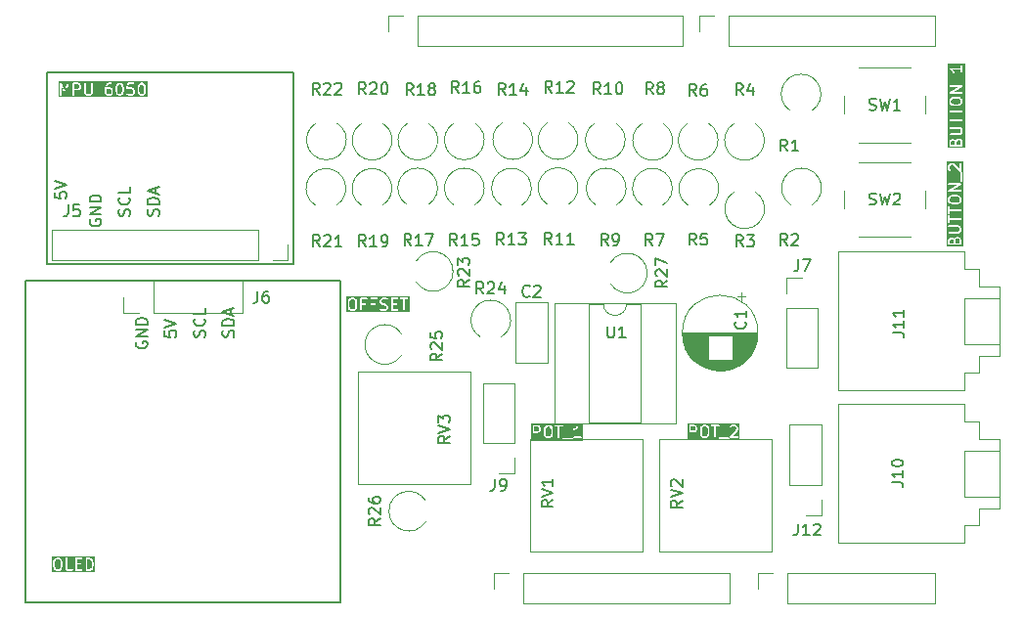
<source format=gbr>
%TF.GenerationSoftware,KiCad,Pcbnew,9.0.7*%
%TF.CreationDate,2026-02-04T01:14:12-07:00*%
%TF.ProjectId,ShieldV1,53686965-6c64-4563-912e-6b696361645f,rev?*%
%TF.SameCoordinates,Original*%
%TF.FileFunction,Legend,Top*%
%TF.FilePolarity,Positive*%
%FSLAX46Y46*%
G04 Gerber Fmt 4.6, Leading zero omitted, Abs format (unit mm)*
G04 Created by KiCad (PCBNEW 9.0.7) date 2026-02-04 01:14:12*
%MOMM*%
%LPD*%
G01*
G04 APERTURE LIST*
%ADD10C,0.150000*%
%ADD11C,0.120000*%
G04 APERTURE END LIST*
D10*
X86060000Y-70860000D02*
X113360000Y-70860000D01*
X113360000Y-98660000D01*
X86060000Y-98660000D01*
X86060000Y-70860000D01*
X87940000Y-52820000D02*
X109270000Y-52820000D01*
X109270000Y-69360000D01*
X87940000Y-69360000D01*
X87940000Y-52820000D01*
G36*
X166468344Y-58748669D02*
G01*
X166498751Y-58779076D01*
X166533009Y-58847592D01*
X166533009Y-59088220D01*
X166206819Y-59088220D01*
X166206819Y-58847592D01*
X166241077Y-58779076D01*
X166271484Y-58748669D01*
X166340000Y-58714411D01*
X166399828Y-58714411D01*
X166468344Y-58748669D01*
G37*
G36*
X166992153Y-58701050D02*
G01*
X167022561Y-58731457D01*
X167056819Y-58799973D01*
X167056819Y-59088220D01*
X166683009Y-59088220D01*
X166683009Y-58842057D01*
X166721180Y-58727543D01*
X166747674Y-58701050D01*
X166816190Y-58666792D01*
X166923637Y-58666792D01*
X166992153Y-58701050D01*
G37*
G36*
X166950617Y-55088085D02*
G01*
X167022561Y-55160028D01*
X167056819Y-55228544D01*
X167056819Y-55383610D01*
X167022561Y-55452125D01*
X166950617Y-55524068D01*
X166789251Y-55564410D01*
X166474386Y-55564410D01*
X166313019Y-55524068D01*
X166241077Y-55452126D01*
X166206819Y-55383610D01*
X166206819Y-55228544D01*
X166241077Y-55160028D01*
X166313019Y-55088085D01*
X166474386Y-55047744D01*
X166789251Y-55047744D01*
X166950617Y-55088085D01*
G37*
G36*
X167413168Y-59349331D02*
G01*
X165945708Y-59349331D01*
X165945708Y-58829887D01*
X166056819Y-58829887D01*
X166056819Y-59163220D01*
X166058260Y-59177852D01*
X166069459Y-59204888D01*
X166090151Y-59225580D01*
X166117187Y-59236779D01*
X166131819Y-59238220D01*
X167131819Y-59238220D01*
X167146451Y-59236779D01*
X167173487Y-59225580D01*
X167194179Y-59204888D01*
X167205378Y-59177852D01*
X167206819Y-59163220D01*
X167206819Y-58782268D01*
X167205378Y-58767636D01*
X167204347Y-58765147D01*
X167204156Y-58762458D01*
X167198901Y-58748727D01*
X167151282Y-58653489D01*
X167147317Y-58647189D01*
X167146560Y-58645362D01*
X167144872Y-58643305D01*
X167143450Y-58641046D01*
X167141950Y-58639745D01*
X167137232Y-58633996D01*
X167089612Y-58586377D01*
X167083863Y-58581659D01*
X167082564Y-58580161D01*
X167080305Y-58578739D01*
X167078247Y-58577050D01*
X167076417Y-58576292D01*
X167070121Y-58572329D01*
X166974883Y-58524710D01*
X166961151Y-58519455D01*
X166958463Y-58519264D01*
X166955974Y-58518233D01*
X166941342Y-58516792D01*
X166798485Y-58516792D01*
X166783853Y-58518233D01*
X166781364Y-58519263D01*
X166778675Y-58519455D01*
X166764944Y-58524710D01*
X166669706Y-58572329D01*
X166663406Y-58576293D01*
X166661579Y-58577051D01*
X166659522Y-58578739D01*
X166657263Y-58580161D01*
X166655963Y-58581659D01*
X166650214Y-58586378D01*
X166602595Y-58633997D01*
X166593268Y-58645362D01*
X166592236Y-58647852D01*
X166590471Y-58649888D01*
X166587762Y-58655955D01*
X166565804Y-58633997D01*
X166560054Y-58629278D01*
X166558755Y-58627780D01*
X166556495Y-58626358D01*
X166554439Y-58624670D01*
X166552611Y-58623912D01*
X166546312Y-58619948D01*
X166451074Y-58572329D01*
X166437342Y-58567074D01*
X166434654Y-58566883D01*
X166432165Y-58565852D01*
X166417533Y-58564411D01*
X166322295Y-58564411D01*
X166307663Y-58565852D01*
X166305174Y-58566882D01*
X166302485Y-58567074D01*
X166288754Y-58572329D01*
X166193516Y-58619948D01*
X166187216Y-58623912D01*
X166185389Y-58624670D01*
X166183332Y-58626358D01*
X166181073Y-58627780D01*
X166179773Y-58629278D01*
X166174024Y-58633997D01*
X166126405Y-58681616D01*
X166121686Y-58687365D01*
X166120188Y-58688665D01*
X166118766Y-58690924D01*
X166117078Y-58692981D01*
X166116320Y-58694808D01*
X166112356Y-58701108D01*
X166064737Y-58796346D01*
X166059482Y-58810078D01*
X166059291Y-58812765D01*
X166058260Y-58815255D01*
X166056819Y-58829887D01*
X165945708Y-58829887D01*
X165945708Y-57577160D01*
X166058260Y-57577160D01*
X166058260Y-57606424D01*
X166069459Y-57633460D01*
X166090151Y-57654152D01*
X166117187Y-57665351D01*
X166131819Y-57666792D01*
X166923637Y-57666792D01*
X166992153Y-57701050D01*
X167022561Y-57731457D01*
X167056819Y-57799973D01*
X167056819Y-57955039D01*
X167022561Y-58023554D01*
X166992153Y-58053961D01*
X166923637Y-58088220D01*
X166131819Y-58088220D01*
X166117187Y-58089661D01*
X166090151Y-58100860D01*
X166069459Y-58121552D01*
X166058260Y-58148588D01*
X166058260Y-58177852D01*
X166069459Y-58204888D01*
X166090151Y-58225580D01*
X166117187Y-58236779D01*
X166131819Y-58238220D01*
X166941342Y-58238220D01*
X166955974Y-58236779D01*
X166958463Y-58235747D01*
X166961151Y-58235557D01*
X166974883Y-58230302D01*
X167070121Y-58182683D01*
X167076417Y-58178719D01*
X167078247Y-58177962D01*
X167080305Y-58176272D01*
X167082564Y-58174851D01*
X167083863Y-58173352D01*
X167089612Y-58168635D01*
X167137232Y-58121016D01*
X167141950Y-58115266D01*
X167143450Y-58113966D01*
X167144872Y-58111706D01*
X167146560Y-58109650D01*
X167147317Y-58107822D01*
X167151282Y-58101523D01*
X167198901Y-58006285D01*
X167204156Y-57992554D01*
X167204347Y-57989864D01*
X167205378Y-57987376D01*
X167206819Y-57972744D01*
X167206819Y-57782268D01*
X167205378Y-57767636D01*
X167204347Y-57765147D01*
X167204156Y-57762458D01*
X167198901Y-57748727D01*
X167151282Y-57653489D01*
X167147317Y-57647189D01*
X167146560Y-57645362D01*
X167144872Y-57643305D01*
X167143450Y-57641046D01*
X167141950Y-57639745D01*
X167137232Y-57633996D01*
X167089612Y-57586377D01*
X167083863Y-57581659D01*
X167082564Y-57580161D01*
X167080305Y-57578739D01*
X167078247Y-57577050D01*
X167076417Y-57576292D01*
X167070121Y-57572329D01*
X166974883Y-57524710D01*
X166961151Y-57519455D01*
X166958463Y-57519264D01*
X166955974Y-57518233D01*
X166941342Y-57516792D01*
X166131819Y-57516792D01*
X166117187Y-57518233D01*
X166090151Y-57529432D01*
X166069459Y-57550124D01*
X166058260Y-57577160D01*
X165945708Y-57577160D01*
X165945708Y-56687030D01*
X166056819Y-56687030D01*
X166056819Y-57258458D01*
X166058260Y-57273090D01*
X166069459Y-57300126D01*
X166090151Y-57320818D01*
X166117187Y-57332017D01*
X166146451Y-57332017D01*
X166173487Y-57320818D01*
X166194179Y-57300126D01*
X166205378Y-57273090D01*
X166206819Y-57258458D01*
X166206819Y-57047744D01*
X167131819Y-57047744D01*
X167146451Y-57046303D01*
X167173487Y-57035104D01*
X167194179Y-57014412D01*
X167205378Y-56987376D01*
X167205378Y-56958112D01*
X167194179Y-56931076D01*
X167173487Y-56910384D01*
X167146451Y-56899185D01*
X167131819Y-56897744D01*
X166206819Y-56897744D01*
X166206819Y-56687030D01*
X166205378Y-56672398D01*
X166194179Y-56645362D01*
X166173487Y-56624670D01*
X166146451Y-56613471D01*
X166117187Y-56613471D01*
X166090151Y-56624670D01*
X166069459Y-56645362D01*
X166058260Y-56672398D01*
X166056819Y-56687030D01*
X165945708Y-56687030D01*
X165945708Y-55925125D01*
X166056819Y-55925125D01*
X166056819Y-56496553D01*
X166058260Y-56511185D01*
X166069459Y-56538221D01*
X166090151Y-56558913D01*
X166117187Y-56570112D01*
X166146451Y-56570112D01*
X166173487Y-56558913D01*
X166194179Y-56538221D01*
X166205378Y-56511185D01*
X166206819Y-56496553D01*
X166206819Y-56285839D01*
X167131819Y-56285839D01*
X167146451Y-56284398D01*
X167173487Y-56273199D01*
X167194179Y-56252507D01*
X167205378Y-56225471D01*
X167205378Y-56196207D01*
X167194179Y-56169171D01*
X167173487Y-56148479D01*
X167146451Y-56137280D01*
X167131819Y-56135839D01*
X166206819Y-56135839D01*
X166206819Y-55925125D01*
X166205378Y-55910493D01*
X166194179Y-55883457D01*
X166173487Y-55862765D01*
X166146451Y-55851566D01*
X166117187Y-55851566D01*
X166090151Y-55862765D01*
X166069459Y-55883457D01*
X166058260Y-55910493D01*
X166056819Y-55925125D01*
X165945708Y-55925125D01*
X165945708Y-55210839D01*
X166056819Y-55210839D01*
X166056819Y-55401315D01*
X166058260Y-55415947D01*
X166059291Y-55418436D01*
X166059482Y-55421124D01*
X166064737Y-55434856D01*
X166112356Y-55530094D01*
X166116320Y-55536393D01*
X166117078Y-55538221D01*
X166118766Y-55540277D01*
X166120188Y-55542537D01*
X166121686Y-55543836D01*
X166126405Y-55549586D01*
X166221643Y-55644824D01*
X166233008Y-55654152D01*
X166238161Y-55656286D01*
X166242640Y-55659605D01*
X166256486Y-55664552D01*
X166446962Y-55712171D01*
X166449498Y-55712546D01*
X166450520Y-55712969D01*
X166456032Y-55713511D01*
X166461506Y-55714321D01*
X166462598Y-55714158D01*
X166465152Y-55714410D01*
X166798485Y-55714410D01*
X166801038Y-55714158D01*
X166802131Y-55714321D01*
X166807604Y-55713511D01*
X166813117Y-55712969D01*
X166814138Y-55712546D01*
X166816675Y-55712171D01*
X167007151Y-55664552D01*
X167020997Y-55659605D01*
X167025476Y-55656285D01*
X167030628Y-55654152D01*
X167041994Y-55644824D01*
X167137233Y-55549586D01*
X167141953Y-55543835D01*
X167143450Y-55542537D01*
X167144869Y-55540282D01*
X167146561Y-55538221D01*
X167147319Y-55536388D01*
X167151282Y-55530094D01*
X167198901Y-55434856D01*
X167204156Y-55421125D01*
X167204347Y-55418435D01*
X167205378Y-55415947D01*
X167206819Y-55401315D01*
X167206819Y-55210839D01*
X167205378Y-55196207D01*
X167204347Y-55193718D01*
X167204156Y-55191029D01*
X167198901Y-55177298D01*
X167151282Y-55082060D01*
X167147319Y-55075765D01*
X167146561Y-55073933D01*
X167144869Y-55071871D01*
X167143450Y-55069617D01*
X167141953Y-55068318D01*
X167137233Y-55062568D01*
X167041994Y-54967330D01*
X167030628Y-54958002D01*
X167025476Y-54955868D01*
X167020997Y-54952549D01*
X167007151Y-54947602D01*
X166816675Y-54899983D01*
X166814138Y-54899607D01*
X166813117Y-54899185D01*
X166807604Y-54898642D01*
X166802131Y-54897833D01*
X166801038Y-54897995D01*
X166798485Y-54897744D01*
X166465152Y-54897744D01*
X166462598Y-54897995D01*
X166461506Y-54897833D01*
X166456032Y-54898642D01*
X166450520Y-54899185D01*
X166449498Y-54899607D01*
X166446962Y-54899983D01*
X166256486Y-54947602D01*
X166242640Y-54952549D01*
X166238161Y-54955867D01*
X166233008Y-54958002D01*
X166221643Y-54967330D01*
X166126405Y-55062568D01*
X166121686Y-55068317D01*
X166120188Y-55069617D01*
X166118766Y-55071876D01*
X166117078Y-55073933D01*
X166116320Y-55075760D01*
X166112356Y-55082060D01*
X166064737Y-55177298D01*
X166059482Y-55191030D01*
X166059291Y-55193717D01*
X166058260Y-55196207D01*
X166056819Y-55210839D01*
X165945708Y-55210839D01*
X165945708Y-54538933D01*
X166057002Y-54538933D01*
X166058260Y-54548829D01*
X166058260Y-54558804D01*
X166060089Y-54563219D01*
X166060692Y-54567963D01*
X166065642Y-54576627D01*
X166069459Y-54585840D01*
X166072837Y-54589218D01*
X166075211Y-54593372D01*
X166083100Y-54599481D01*
X166090151Y-54606532D01*
X166094567Y-54608361D01*
X166098348Y-54611289D01*
X166107971Y-54613913D01*
X166117187Y-54617731D01*
X166124669Y-54618467D01*
X166126580Y-54618989D01*
X166128055Y-54618801D01*
X166131819Y-54619172D01*
X167131819Y-54619172D01*
X167146451Y-54617731D01*
X167173487Y-54606532D01*
X167194179Y-54585840D01*
X167205378Y-54558804D01*
X167205378Y-54529540D01*
X167194179Y-54502504D01*
X167173487Y-54481812D01*
X167146451Y-54470613D01*
X167131819Y-54469172D01*
X166414236Y-54469172D01*
X167169030Y-54037862D01*
X167172114Y-54035672D01*
X167173487Y-54035104D01*
X167174884Y-54033706D01*
X167181019Y-54029352D01*
X167187127Y-54021463D01*
X167194179Y-54014412D01*
X167196009Y-54009993D01*
X167198936Y-54006214D01*
X167201560Y-53996592D01*
X167205378Y-53987376D01*
X167205378Y-53982595D01*
X167206636Y-53977983D01*
X167205378Y-53968086D01*
X167205378Y-53958112D01*
X167203548Y-53953696D01*
X167202946Y-53948953D01*
X167197995Y-53940288D01*
X167194179Y-53931076D01*
X167190800Y-53927697D01*
X167188427Y-53923544D01*
X167180537Y-53917434D01*
X167173487Y-53910384D01*
X167169070Y-53908554D01*
X167165290Y-53905627D01*
X167155666Y-53903002D01*
X167146451Y-53899185D01*
X167138968Y-53898448D01*
X167137058Y-53897927D01*
X167135582Y-53898114D01*
X167131819Y-53897744D01*
X166131819Y-53897744D01*
X166117187Y-53899185D01*
X166090151Y-53910384D01*
X166069459Y-53931076D01*
X166058260Y-53958112D01*
X166058260Y-53987376D01*
X166069459Y-54014412D01*
X166090151Y-54035104D01*
X166117187Y-54046303D01*
X166131819Y-54047744D01*
X166849402Y-54047744D01*
X166094609Y-54479054D01*
X166091525Y-54481242D01*
X166090151Y-54481812D01*
X166088751Y-54483211D01*
X166082619Y-54487564D01*
X166076509Y-54495453D01*
X166069459Y-54502504D01*
X166067629Y-54506920D01*
X166064702Y-54510701D01*
X166062077Y-54520324D01*
X166058260Y-54529540D01*
X166058260Y-54534320D01*
X166057002Y-54538933D01*
X165945708Y-54538933D01*
X165945708Y-52972744D01*
X167152057Y-52972744D01*
X167152057Y-53734649D01*
X167153498Y-53749281D01*
X167164697Y-53776317D01*
X167185389Y-53797009D01*
X167212425Y-53808208D01*
X167241689Y-53808208D01*
X167268725Y-53797009D01*
X167289417Y-53776317D01*
X167300616Y-53749281D01*
X167302057Y-53734649D01*
X167302057Y-52972744D01*
X167300616Y-52958112D01*
X167289417Y-52931076D01*
X167268725Y-52910384D01*
X167241689Y-52899185D01*
X167212425Y-52899185D01*
X167185389Y-52910384D01*
X167164697Y-52931076D01*
X167153498Y-52958112D01*
X167152057Y-52972744D01*
X165945708Y-52972744D01*
X165945708Y-52496632D01*
X166056819Y-52496632D01*
X166058260Y-52503836D01*
X166058260Y-52511185D01*
X166061101Y-52518045D01*
X166062558Y-52525326D01*
X166066646Y-52531431D01*
X166069459Y-52538221D01*
X166074709Y-52543471D01*
X166078841Y-52549641D01*
X166090099Y-52558861D01*
X166090151Y-52558913D01*
X166090173Y-52558922D01*
X166090216Y-52558957D01*
X166226894Y-52650075D01*
X166308275Y-52731456D01*
X166350451Y-52815808D01*
X166358283Y-52828251D01*
X166380391Y-52847424D01*
X166408152Y-52856678D01*
X166437342Y-52854604D01*
X166463517Y-52841516D01*
X166482690Y-52819409D01*
X166491944Y-52791647D01*
X166489870Y-52762457D01*
X166484615Y-52748726D01*
X166436996Y-52653488D01*
X166433033Y-52647193D01*
X166432275Y-52645361D01*
X166430583Y-52643299D01*
X166429164Y-52641045D01*
X166427667Y-52639746D01*
X166422947Y-52633996D01*
X166360504Y-52571553D01*
X167056819Y-52571553D01*
X167056819Y-52782267D01*
X167058260Y-52796899D01*
X167069459Y-52823935D01*
X167090151Y-52844627D01*
X167117187Y-52855826D01*
X167146451Y-52855826D01*
X167173487Y-52844627D01*
X167194179Y-52823935D01*
X167205378Y-52796899D01*
X167206819Y-52782267D01*
X167206819Y-52210839D01*
X167205378Y-52196207D01*
X167194179Y-52169171D01*
X167173487Y-52148479D01*
X167146451Y-52137280D01*
X167117187Y-52137280D01*
X167090151Y-52148479D01*
X167069459Y-52169171D01*
X167058260Y-52196207D01*
X167056819Y-52210839D01*
X167056819Y-52421553D01*
X166131819Y-52421553D01*
X166131766Y-52421558D01*
X166131740Y-52421553D01*
X166131663Y-52421568D01*
X166117187Y-52422994D01*
X166110326Y-52425835D01*
X166103046Y-52427292D01*
X166096940Y-52431380D01*
X166090151Y-52434193D01*
X166084900Y-52439443D01*
X166078731Y-52443575D01*
X166074654Y-52449689D01*
X166069459Y-52454885D01*
X166066617Y-52461745D01*
X166062498Y-52467924D01*
X166061072Y-52475132D01*
X166058260Y-52481921D01*
X166058260Y-52489347D01*
X166056819Y-52496632D01*
X165945708Y-52496632D01*
X165945708Y-52026169D01*
X167413168Y-52026169D01*
X167413168Y-59349331D01*
G37*
X98131819Y-75187030D02*
X98131819Y-75663220D01*
X98131819Y-75663220D02*
X98608009Y-75710839D01*
X98608009Y-75710839D02*
X98560390Y-75663220D01*
X98560390Y-75663220D02*
X98512771Y-75567982D01*
X98512771Y-75567982D02*
X98512771Y-75329887D01*
X98512771Y-75329887D02*
X98560390Y-75234649D01*
X98560390Y-75234649D02*
X98608009Y-75187030D01*
X98608009Y-75187030D02*
X98703247Y-75139411D01*
X98703247Y-75139411D02*
X98941342Y-75139411D01*
X98941342Y-75139411D02*
X99036580Y-75187030D01*
X99036580Y-75187030D02*
X99084200Y-75234649D01*
X99084200Y-75234649D02*
X99131819Y-75329887D01*
X99131819Y-75329887D02*
X99131819Y-75567982D01*
X99131819Y-75567982D02*
X99084200Y-75663220D01*
X99084200Y-75663220D02*
X99036580Y-75710839D01*
X98131819Y-74853696D02*
X99131819Y-74520363D01*
X99131819Y-74520363D02*
X98131819Y-74187030D01*
G36*
X166358400Y-67248669D02*
G01*
X166388807Y-67279076D01*
X166423065Y-67347592D01*
X166423065Y-67588220D01*
X166096875Y-67588220D01*
X166096875Y-67347592D01*
X166131133Y-67279076D01*
X166161540Y-67248669D01*
X166230056Y-67214411D01*
X166289884Y-67214411D01*
X166358400Y-67248669D01*
G37*
G36*
X166882209Y-67201050D02*
G01*
X166912617Y-67231457D01*
X166946875Y-67299973D01*
X166946875Y-67588220D01*
X166573065Y-67588220D01*
X166573065Y-67342057D01*
X166611236Y-67227543D01*
X166637730Y-67201050D01*
X166706246Y-67166792D01*
X166813693Y-67166792D01*
X166882209Y-67201050D01*
G37*
G36*
X166840673Y-63588085D02*
G01*
X166912617Y-63660028D01*
X166946875Y-63728544D01*
X166946875Y-63883610D01*
X166912617Y-63952125D01*
X166840673Y-64024068D01*
X166679307Y-64064410D01*
X166364442Y-64064410D01*
X166203075Y-64024068D01*
X166131133Y-63952126D01*
X166096875Y-63883610D01*
X166096875Y-63728544D01*
X166131133Y-63660028D01*
X166203075Y-63588085D01*
X166364442Y-63547744D01*
X166679307Y-63547744D01*
X166840673Y-63588085D01*
G37*
G36*
X167303224Y-67849331D02*
G01*
X165835764Y-67849331D01*
X165835764Y-67329887D01*
X165946875Y-67329887D01*
X165946875Y-67663220D01*
X165948316Y-67677852D01*
X165959515Y-67704888D01*
X165980207Y-67725580D01*
X166007243Y-67736779D01*
X166021875Y-67738220D01*
X167021875Y-67738220D01*
X167036507Y-67736779D01*
X167063543Y-67725580D01*
X167084235Y-67704888D01*
X167095434Y-67677852D01*
X167096875Y-67663220D01*
X167096875Y-67282268D01*
X167095434Y-67267636D01*
X167094403Y-67265147D01*
X167094212Y-67262458D01*
X167088957Y-67248727D01*
X167041338Y-67153489D01*
X167037373Y-67147189D01*
X167036616Y-67145362D01*
X167034928Y-67143305D01*
X167033506Y-67141046D01*
X167032006Y-67139745D01*
X167027288Y-67133996D01*
X166979668Y-67086377D01*
X166973919Y-67081659D01*
X166972620Y-67080161D01*
X166970361Y-67078739D01*
X166968303Y-67077050D01*
X166966473Y-67076292D01*
X166960177Y-67072329D01*
X166864939Y-67024710D01*
X166851207Y-67019455D01*
X166848519Y-67019264D01*
X166846030Y-67018233D01*
X166831398Y-67016792D01*
X166688541Y-67016792D01*
X166673909Y-67018233D01*
X166671420Y-67019263D01*
X166668731Y-67019455D01*
X166655000Y-67024710D01*
X166559762Y-67072329D01*
X166553462Y-67076293D01*
X166551635Y-67077051D01*
X166549578Y-67078739D01*
X166547319Y-67080161D01*
X166546019Y-67081659D01*
X166540270Y-67086378D01*
X166492651Y-67133997D01*
X166483324Y-67145362D01*
X166482292Y-67147852D01*
X166480527Y-67149888D01*
X166477818Y-67155955D01*
X166455860Y-67133997D01*
X166450110Y-67129278D01*
X166448811Y-67127780D01*
X166446551Y-67126358D01*
X166444495Y-67124670D01*
X166442667Y-67123912D01*
X166436368Y-67119948D01*
X166341130Y-67072329D01*
X166327398Y-67067074D01*
X166324710Y-67066883D01*
X166322221Y-67065852D01*
X166307589Y-67064411D01*
X166212351Y-67064411D01*
X166197719Y-67065852D01*
X166195230Y-67066882D01*
X166192541Y-67067074D01*
X166178810Y-67072329D01*
X166083572Y-67119948D01*
X166077272Y-67123912D01*
X166075445Y-67124670D01*
X166073388Y-67126358D01*
X166071129Y-67127780D01*
X166069829Y-67129278D01*
X166064080Y-67133997D01*
X166016461Y-67181616D01*
X166011742Y-67187365D01*
X166010244Y-67188665D01*
X166008822Y-67190924D01*
X166007134Y-67192981D01*
X166006376Y-67194808D01*
X166002412Y-67201108D01*
X165954793Y-67296346D01*
X165949538Y-67310078D01*
X165949347Y-67312765D01*
X165948316Y-67315255D01*
X165946875Y-67329887D01*
X165835764Y-67329887D01*
X165835764Y-66077160D01*
X165948316Y-66077160D01*
X165948316Y-66106424D01*
X165959515Y-66133460D01*
X165980207Y-66154152D01*
X166007243Y-66165351D01*
X166021875Y-66166792D01*
X166813693Y-66166792D01*
X166882209Y-66201050D01*
X166912617Y-66231457D01*
X166946875Y-66299973D01*
X166946875Y-66455039D01*
X166912617Y-66523554D01*
X166882209Y-66553961D01*
X166813693Y-66588220D01*
X166021875Y-66588220D01*
X166007243Y-66589661D01*
X165980207Y-66600860D01*
X165959515Y-66621552D01*
X165948316Y-66648588D01*
X165948316Y-66677852D01*
X165959515Y-66704888D01*
X165980207Y-66725580D01*
X166007243Y-66736779D01*
X166021875Y-66738220D01*
X166831398Y-66738220D01*
X166846030Y-66736779D01*
X166848519Y-66735747D01*
X166851207Y-66735557D01*
X166864939Y-66730302D01*
X166960177Y-66682683D01*
X166966473Y-66678719D01*
X166968303Y-66677962D01*
X166970361Y-66676272D01*
X166972620Y-66674851D01*
X166973919Y-66673352D01*
X166979668Y-66668635D01*
X167027288Y-66621016D01*
X167032006Y-66615266D01*
X167033506Y-66613966D01*
X167034928Y-66611706D01*
X167036616Y-66609650D01*
X167037373Y-66607822D01*
X167041338Y-66601523D01*
X167088957Y-66506285D01*
X167094212Y-66492554D01*
X167094403Y-66489864D01*
X167095434Y-66487376D01*
X167096875Y-66472744D01*
X167096875Y-66282268D01*
X167095434Y-66267636D01*
X167094403Y-66265147D01*
X167094212Y-66262458D01*
X167088957Y-66248727D01*
X167041338Y-66153489D01*
X167037373Y-66147189D01*
X167036616Y-66145362D01*
X167034928Y-66143305D01*
X167033506Y-66141046D01*
X167032006Y-66139745D01*
X167027288Y-66133996D01*
X166979668Y-66086377D01*
X166973919Y-66081659D01*
X166972620Y-66080161D01*
X166970361Y-66078739D01*
X166968303Y-66077050D01*
X166966473Y-66076292D01*
X166960177Y-66072329D01*
X166864939Y-66024710D01*
X166851207Y-66019455D01*
X166848519Y-66019264D01*
X166846030Y-66018233D01*
X166831398Y-66016792D01*
X166021875Y-66016792D01*
X166007243Y-66018233D01*
X165980207Y-66029432D01*
X165959515Y-66050124D01*
X165948316Y-66077160D01*
X165835764Y-66077160D01*
X165835764Y-65187030D01*
X165946875Y-65187030D01*
X165946875Y-65758458D01*
X165948316Y-65773090D01*
X165959515Y-65800126D01*
X165980207Y-65820818D01*
X166007243Y-65832017D01*
X166036507Y-65832017D01*
X166063543Y-65820818D01*
X166084235Y-65800126D01*
X166095434Y-65773090D01*
X166096875Y-65758458D01*
X166096875Y-65547744D01*
X167021875Y-65547744D01*
X167036507Y-65546303D01*
X167063543Y-65535104D01*
X167084235Y-65514412D01*
X167095434Y-65487376D01*
X167095434Y-65458112D01*
X167084235Y-65431076D01*
X167063543Y-65410384D01*
X167036507Y-65399185D01*
X167021875Y-65397744D01*
X166096875Y-65397744D01*
X166096875Y-65187030D01*
X166095434Y-65172398D01*
X166084235Y-65145362D01*
X166063543Y-65124670D01*
X166036507Y-65113471D01*
X166007243Y-65113471D01*
X165980207Y-65124670D01*
X165959515Y-65145362D01*
X165948316Y-65172398D01*
X165946875Y-65187030D01*
X165835764Y-65187030D01*
X165835764Y-64425125D01*
X165946875Y-64425125D01*
X165946875Y-64996553D01*
X165948316Y-65011185D01*
X165959515Y-65038221D01*
X165980207Y-65058913D01*
X166007243Y-65070112D01*
X166036507Y-65070112D01*
X166063543Y-65058913D01*
X166084235Y-65038221D01*
X166095434Y-65011185D01*
X166096875Y-64996553D01*
X166096875Y-64785839D01*
X167021875Y-64785839D01*
X167036507Y-64784398D01*
X167063543Y-64773199D01*
X167084235Y-64752507D01*
X167095434Y-64725471D01*
X167095434Y-64696207D01*
X167084235Y-64669171D01*
X167063543Y-64648479D01*
X167036507Y-64637280D01*
X167021875Y-64635839D01*
X166096875Y-64635839D01*
X166096875Y-64425125D01*
X166095434Y-64410493D01*
X166084235Y-64383457D01*
X166063543Y-64362765D01*
X166036507Y-64351566D01*
X166007243Y-64351566D01*
X165980207Y-64362765D01*
X165959515Y-64383457D01*
X165948316Y-64410493D01*
X165946875Y-64425125D01*
X165835764Y-64425125D01*
X165835764Y-63710839D01*
X165946875Y-63710839D01*
X165946875Y-63901315D01*
X165948316Y-63915947D01*
X165949347Y-63918436D01*
X165949538Y-63921124D01*
X165954793Y-63934856D01*
X166002412Y-64030094D01*
X166006376Y-64036393D01*
X166007134Y-64038221D01*
X166008822Y-64040277D01*
X166010244Y-64042537D01*
X166011742Y-64043836D01*
X166016461Y-64049586D01*
X166111699Y-64144824D01*
X166123064Y-64154152D01*
X166128217Y-64156286D01*
X166132696Y-64159605D01*
X166146542Y-64164552D01*
X166337018Y-64212171D01*
X166339554Y-64212546D01*
X166340576Y-64212969D01*
X166346088Y-64213511D01*
X166351562Y-64214321D01*
X166352654Y-64214158D01*
X166355208Y-64214410D01*
X166688541Y-64214410D01*
X166691094Y-64214158D01*
X166692187Y-64214321D01*
X166697660Y-64213511D01*
X166703173Y-64212969D01*
X166704194Y-64212546D01*
X166706731Y-64212171D01*
X166897207Y-64164552D01*
X166911053Y-64159605D01*
X166915532Y-64156285D01*
X166920684Y-64154152D01*
X166932050Y-64144824D01*
X167027289Y-64049586D01*
X167032009Y-64043835D01*
X167033506Y-64042537D01*
X167034925Y-64040282D01*
X167036617Y-64038221D01*
X167037375Y-64036388D01*
X167041338Y-64030094D01*
X167088957Y-63934856D01*
X167094212Y-63921125D01*
X167094403Y-63918435D01*
X167095434Y-63915947D01*
X167096875Y-63901315D01*
X167096875Y-63710839D01*
X167095434Y-63696207D01*
X167094403Y-63693718D01*
X167094212Y-63691029D01*
X167088957Y-63677298D01*
X167041338Y-63582060D01*
X167037375Y-63575765D01*
X167036617Y-63573933D01*
X167034925Y-63571871D01*
X167033506Y-63569617D01*
X167032009Y-63568318D01*
X167027289Y-63562568D01*
X166932050Y-63467330D01*
X166920684Y-63458002D01*
X166915532Y-63455868D01*
X166911053Y-63452549D01*
X166897207Y-63447602D01*
X166706731Y-63399983D01*
X166704194Y-63399607D01*
X166703173Y-63399185D01*
X166697660Y-63398642D01*
X166692187Y-63397833D01*
X166691094Y-63397995D01*
X166688541Y-63397744D01*
X166355208Y-63397744D01*
X166352654Y-63397995D01*
X166351562Y-63397833D01*
X166346088Y-63398642D01*
X166340576Y-63399185D01*
X166339554Y-63399607D01*
X166337018Y-63399983D01*
X166146542Y-63447602D01*
X166132696Y-63452549D01*
X166128217Y-63455867D01*
X166123064Y-63458002D01*
X166111699Y-63467330D01*
X166016461Y-63562568D01*
X166011742Y-63568317D01*
X166010244Y-63569617D01*
X166008822Y-63571876D01*
X166007134Y-63573933D01*
X166006376Y-63575760D01*
X166002412Y-63582060D01*
X165954793Y-63677298D01*
X165949538Y-63691030D01*
X165949347Y-63693717D01*
X165948316Y-63696207D01*
X165946875Y-63710839D01*
X165835764Y-63710839D01*
X165835764Y-63038933D01*
X165947058Y-63038933D01*
X165948316Y-63048829D01*
X165948316Y-63058804D01*
X165950145Y-63063219D01*
X165950748Y-63067963D01*
X165955698Y-63076627D01*
X165959515Y-63085840D01*
X165962893Y-63089218D01*
X165965267Y-63093372D01*
X165973156Y-63099481D01*
X165980207Y-63106532D01*
X165984623Y-63108361D01*
X165988404Y-63111289D01*
X165998027Y-63113913D01*
X166007243Y-63117731D01*
X166014725Y-63118467D01*
X166016636Y-63118989D01*
X166018111Y-63118801D01*
X166021875Y-63119172D01*
X167021875Y-63119172D01*
X167036507Y-63117731D01*
X167063543Y-63106532D01*
X167084235Y-63085840D01*
X167095434Y-63058804D01*
X167095434Y-63029540D01*
X167084235Y-63002504D01*
X167063543Y-62981812D01*
X167036507Y-62970613D01*
X167021875Y-62969172D01*
X166304292Y-62969172D01*
X167059086Y-62537862D01*
X167062170Y-62535672D01*
X167063543Y-62535104D01*
X167064940Y-62533706D01*
X167071075Y-62529352D01*
X167077183Y-62521463D01*
X167084235Y-62514412D01*
X167086065Y-62509993D01*
X167088992Y-62506214D01*
X167091616Y-62496592D01*
X167095434Y-62487376D01*
X167095434Y-62482595D01*
X167096692Y-62477983D01*
X167095434Y-62468086D01*
X167095434Y-62458112D01*
X167093604Y-62453696D01*
X167093002Y-62448953D01*
X167088051Y-62440288D01*
X167084235Y-62431076D01*
X167080856Y-62427697D01*
X167078483Y-62423544D01*
X167070593Y-62417434D01*
X167063543Y-62410384D01*
X167059126Y-62408554D01*
X167055346Y-62405627D01*
X167045722Y-62403002D01*
X167036507Y-62399185D01*
X167029024Y-62398448D01*
X167027114Y-62397927D01*
X167025638Y-62398114D01*
X167021875Y-62397744D01*
X166021875Y-62397744D01*
X166007243Y-62399185D01*
X165980207Y-62410384D01*
X165959515Y-62431076D01*
X165948316Y-62458112D01*
X165948316Y-62487376D01*
X165959515Y-62514412D01*
X165980207Y-62535104D01*
X166007243Y-62546303D01*
X166021875Y-62547744D01*
X166739458Y-62547744D01*
X165984665Y-62979054D01*
X165981581Y-62981242D01*
X165980207Y-62981812D01*
X165978807Y-62983211D01*
X165972675Y-62987564D01*
X165966565Y-62995453D01*
X165959515Y-63002504D01*
X165957685Y-63006920D01*
X165954758Y-63010701D01*
X165952133Y-63020324D01*
X165948316Y-63029540D01*
X165948316Y-63034320D01*
X165947058Y-63038933D01*
X165835764Y-63038933D01*
X165835764Y-61472744D01*
X167042113Y-61472744D01*
X167042113Y-62234649D01*
X167043554Y-62249281D01*
X167054753Y-62276317D01*
X167075445Y-62297009D01*
X167102481Y-62308208D01*
X167131745Y-62308208D01*
X167158781Y-62297009D01*
X167179473Y-62276317D01*
X167190672Y-62249281D01*
X167192113Y-62234649D01*
X167192113Y-61472744D01*
X167190672Y-61458112D01*
X167179473Y-61431076D01*
X167158781Y-61410384D01*
X167131745Y-61399185D01*
X167102481Y-61399185D01*
X167075445Y-61410384D01*
X167054753Y-61431076D01*
X167043554Y-61458112D01*
X167042113Y-61472744D01*
X165835764Y-61472744D01*
X165835764Y-60901315D01*
X165946875Y-60901315D01*
X165946875Y-61139410D01*
X165948316Y-61154042D01*
X165949347Y-61156531D01*
X165949538Y-61159219D01*
X165954793Y-61172951D01*
X166002412Y-61268189D01*
X166006376Y-61274488D01*
X166007134Y-61276316D01*
X166008822Y-61278372D01*
X166010244Y-61280632D01*
X166011742Y-61281931D01*
X166016461Y-61287681D01*
X166064080Y-61335300D01*
X166075445Y-61344627D01*
X166102481Y-61355826D01*
X166131744Y-61355826D01*
X166158780Y-61344627D01*
X166179473Y-61323934D01*
X166190672Y-61296898D01*
X166190672Y-61267635D01*
X166179473Y-61240599D01*
X166170146Y-61229234D01*
X166131133Y-61190221D01*
X166096875Y-61121705D01*
X166096875Y-60919020D01*
X166131133Y-60850504D01*
X166161540Y-60820097D01*
X166230056Y-60785839D01*
X166295419Y-60785839D01*
X166409932Y-60824010D01*
X166968842Y-61382919D01*
X166980207Y-61392247D01*
X166999324Y-61400165D01*
X167007243Y-61403445D01*
X167007244Y-61403445D01*
X167036507Y-61403445D01*
X167063543Y-61392246D01*
X167084236Y-61371554D01*
X167092154Y-61352436D01*
X167095434Y-61344518D01*
X167096875Y-61329886D01*
X167096875Y-60710839D01*
X167095434Y-60696207D01*
X167084235Y-60669171D01*
X167063543Y-60648479D01*
X167036507Y-60637280D01*
X167007243Y-60637280D01*
X166980207Y-60648479D01*
X166959515Y-60669171D01*
X166948316Y-60696207D01*
X166946875Y-60710839D01*
X166946875Y-61148820D01*
X166503479Y-60705425D01*
X166492114Y-60696098D01*
X166489623Y-60695066D01*
X166487588Y-60693301D01*
X166474163Y-60687307D01*
X166331306Y-60639688D01*
X166324052Y-60638038D01*
X166322221Y-60637280D01*
X166319566Y-60637018D01*
X166316969Y-60636428D01*
X166314994Y-60636568D01*
X166307589Y-60635839D01*
X166212351Y-60635839D01*
X166197719Y-60637280D01*
X166195230Y-60638310D01*
X166192541Y-60638502D01*
X166178810Y-60643757D01*
X166083572Y-60691376D01*
X166077272Y-60695340D01*
X166075445Y-60696098D01*
X166073388Y-60697786D01*
X166071129Y-60699208D01*
X166069829Y-60700706D01*
X166064080Y-60705425D01*
X166016461Y-60753044D01*
X166011742Y-60758793D01*
X166010244Y-60760093D01*
X166008822Y-60762352D01*
X166007134Y-60764409D01*
X166006376Y-60766236D01*
X166002412Y-60772536D01*
X165954793Y-60867774D01*
X165949538Y-60881506D01*
X165949347Y-60884193D01*
X165948316Y-60886683D01*
X165946875Y-60901315D01*
X165835764Y-60901315D01*
X165835764Y-60524728D01*
X167303224Y-60524728D01*
X167303224Y-67849331D01*
G37*
X97584200Y-65210839D02*
X97631819Y-65067982D01*
X97631819Y-65067982D02*
X97631819Y-64829887D01*
X97631819Y-64829887D02*
X97584200Y-64734649D01*
X97584200Y-64734649D02*
X97536580Y-64687030D01*
X97536580Y-64687030D02*
X97441342Y-64639411D01*
X97441342Y-64639411D02*
X97346104Y-64639411D01*
X97346104Y-64639411D02*
X97250866Y-64687030D01*
X97250866Y-64687030D02*
X97203247Y-64734649D01*
X97203247Y-64734649D02*
X97155628Y-64829887D01*
X97155628Y-64829887D02*
X97108009Y-65020363D01*
X97108009Y-65020363D02*
X97060390Y-65115601D01*
X97060390Y-65115601D02*
X97012771Y-65163220D01*
X97012771Y-65163220D02*
X96917533Y-65210839D01*
X96917533Y-65210839D02*
X96822295Y-65210839D01*
X96822295Y-65210839D02*
X96727057Y-65163220D01*
X96727057Y-65163220D02*
X96679438Y-65115601D01*
X96679438Y-65115601D02*
X96631819Y-65020363D01*
X96631819Y-65020363D02*
X96631819Y-64782268D01*
X96631819Y-64782268D02*
X96679438Y-64639411D01*
X97631819Y-64210839D02*
X96631819Y-64210839D01*
X96631819Y-64210839D02*
X96631819Y-63972744D01*
X96631819Y-63972744D02*
X96679438Y-63829887D01*
X96679438Y-63829887D02*
X96774676Y-63734649D01*
X96774676Y-63734649D02*
X96869914Y-63687030D01*
X96869914Y-63687030D02*
X97060390Y-63639411D01*
X97060390Y-63639411D02*
X97203247Y-63639411D01*
X97203247Y-63639411D02*
X97393723Y-63687030D01*
X97393723Y-63687030D02*
X97488961Y-63734649D01*
X97488961Y-63734649D02*
X97584200Y-63829887D01*
X97584200Y-63829887D02*
X97631819Y-63972744D01*
X97631819Y-63972744D02*
X97631819Y-64210839D01*
X97346104Y-63258458D02*
X97346104Y-62782268D01*
X97631819Y-63353696D02*
X96631819Y-63020363D01*
X96631819Y-63020363D02*
X97631819Y-62687030D01*
X91679438Y-65539411D02*
X91631819Y-65634649D01*
X91631819Y-65634649D02*
X91631819Y-65777506D01*
X91631819Y-65777506D02*
X91679438Y-65920363D01*
X91679438Y-65920363D02*
X91774676Y-66015601D01*
X91774676Y-66015601D02*
X91869914Y-66063220D01*
X91869914Y-66063220D02*
X92060390Y-66110839D01*
X92060390Y-66110839D02*
X92203247Y-66110839D01*
X92203247Y-66110839D02*
X92393723Y-66063220D01*
X92393723Y-66063220D02*
X92488961Y-66015601D01*
X92488961Y-66015601D02*
X92584200Y-65920363D01*
X92584200Y-65920363D02*
X92631819Y-65777506D01*
X92631819Y-65777506D02*
X92631819Y-65682268D01*
X92631819Y-65682268D02*
X92584200Y-65539411D01*
X92584200Y-65539411D02*
X92536580Y-65491792D01*
X92536580Y-65491792D02*
X92203247Y-65491792D01*
X92203247Y-65491792D02*
X92203247Y-65682268D01*
X92631819Y-65063220D02*
X91631819Y-65063220D01*
X91631819Y-65063220D02*
X92631819Y-64491792D01*
X92631819Y-64491792D02*
X91631819Y-64491792D01*
X92631819Y-64015601D02*
X91631819Y-64015601D01*
X91631819Y-64015601D02*
X91631819Y-63777506D01*
X91631819Y-63777506D02*
X91679438Y-63634649D01*
X91679438Y-63634649D02*
X91774676Y-63539411D01*
X91774676Y-63539411D02*
X91869914Y-63491792D01*
X91869914Y-63491792D02*
X92060390Y-63444173D01*
X92060390Y-63444173D02*
X92203247Y-63444173D01*
X92203247Y-63444173D02*
X92393723Y-63491792D01*
X92393723Y-63491792D02*
X92488961Y-63539411D01*
X92488961Y-63539411D02*
X92584200Y-63634649D01*
X92584200Y-63634649D02*
X92631819Y-63777506D01*
X92631819Y-63777506D02*
X92631819Y-64015601D01*
G36*
X93435304Y-54250085D02*
G01*
X93465711Y-54280492D01*
X93499969Y-54349008D01*
X93499969Y-54551693D01*
X93465710Y-54620209D01*
X93435303Y-54650617D01*
X93366788Y-54684875D01*
X93211722Y-54684875D01*
X93143206Y-54650617D01*
X93112799Y-54620209D01*
X93078541Y-54551693D01*
X93078541Y-54349008D01*
X93112799Y-54280492D01*
X93143206Y-54250085D01*
X93211722Y-54215827D01*
X93366788Y-54215827D01*
X93435304Y-54250085D01*
G37*
G36*
X94340066Y-53869133D02*
G01*
X94370473Y-53899540D01*
X94408966Y-53976527D01*
X94452350Y-54150061D01*
X94452350Y-54369688D01*
X94408966Y-54543222D01*
X94370472Y-54620209D01*
X94340065Y-54650617D01*
X94271550Y-54684875D01*
X94211722Y-54684875D01*
X94143206Y-54650617D01*
X94112799Y-54620209D01*
X94074305Y-54543222D01*
X94030922Y-54369688D01*
X94030922Y-54150061D01*
X94074305Y-53976527D01*
X94112799Y-53899540D01*
X94143206Y-53869133D01*
X94211722Y-53834875D01*
X94271550Y-53834875D01*
X94340066Y-53869133D01*
G37*
G36*
X96244828Y-53869133D02*
G01*
X96275235Y-53899540D01*
X96313728Y-53976527D01*
X96357112Y-54150061D01*
X96357112Y-54369688D01*
X96313728Y-54543222D01*
X96275234Y-54620209D01*
X96244827Y-54650617D01*
X96176312Y-54684875D01*
X96116484Y-54684875D01*
X96047968Y-54650617D01*
X96017561Y-54620209D01*
X95979067Y-54543222D01*
X95935684Y-54369688D01*
X95935684Y-54150061D01*
X95979067Y-53976527D01*
X96017561Y-53899540D01*
X96047968Y-53869133D01*
X96116484Y-53834875D01*
X96176312Y-53834875D01*
X96244828Y-53869133D01*
G37*
G36*
X90673399Y-53869133D02*
G01*
X90703806Y-53899540D01*
X90738064Y-53968056D01*
X90738064Y-54075503D01*
X90703806Y-54144019D01*
X90673399Y-54174426D01*
X90604883Y-54208684D01*
X90316636Y-54208684D01*
X90316636Y-53834875D01*
X90604883Y-53834875D01*
X90673399Y-53869133D01*
G37*
G36*
X96618223Y-54945986D02*
G01*
X88912668Y-54945986D01*
X88912668Y-53759875D01*
X89023779Y-53759875D01*
X89023779Y-54759875D01*
X89025220Y-54774507D01*
X89036419Y-54801543D01*
X89057111Y-54822235D01*
X89084147Y-54833434D01*
X89113411Y-54833434D01*
X89140447Y-54822235D01*
X89161139Y-54801543D01*
X89172338Y-54774507D01*
X89173779Y-54759875D01*
X89173779Y-54097942D01*
X89364148Y-54505877D01*
X89367322Y-54511236D01*
X89367982Y-54513049D01*
X89369156Y-54514331D01*
X89371642Y-54518527D01*
X89380051Y-54526227D01*
X89387746Y-54534630D01*
X89390764Y-54536038D01*
X89393223Y-54538290D01*
X89403935Y-54542185D01*
X89414264Y-54547006D01*
X89417592Y-54547152D01*
X89420724Y-54548291D01*
X89432118Y-54547790D01*
X89443500Y-54548290D01*
X89446628Y-54547152D01*
X89449960Y-54547006D01*
X89460295Y-54542182D01*
X89471001Y-54538290D01*
X89473456Y-54536040D01*
X89476478Y-54534631D01*
X89484179Y-54526220D01*
X89492582Y-54518526D01*
X89495065Y-54514333D01*
X89496242Y-54513049D01*
X89496902Y-54511233D01*
X89500076Y-54505876D01*
X89690445Y-54097942D01*
X89690445Y-54759875D01*
X89691886Y-54774507D01*
X89703085Y-54801543D01*
X89723777Y-54822235D01*
X89750813Y-54833434D01*
X89780077Y-54833434D01*
X89807113Y-54822235D01*
X89827805Y-54801543D01*
X89839004Y-54774507D01*
X89840445Y-54759875D01*
X89840445Y-53759875D01*
X90166636Y-53759875D01*
X90166636Y-54759875D01*
X90168077Y-54774507D01*
X90179276Y-54801543D01*
X90199968Y-54822235D01*
X90227004Y-54833434D01*
X90256268Y-54833434D01*
X90283304Y-54822235D01*
X90303996Y-54801543D01*
X90315195Y-54774507D01*
X90316636Y-54759875D01*
X90316636Y-54358684D01*
X90622588Y-54358684D01*
X90637220Y-54357243D01*
X90639709Y-54356211D01*
X90642397Y-54356021D01*
X90656129Y-54350766D01*
X90751367Y-54303147D01*
X90757666Y-54299182D01*
X90759494Y-54298425D01*
X90761550Y-54296736D01*
X90763810Y-54295315D01*
X90765109Y-54293816D01*
X90770859Y-54289098D01*
X90818478Y-54241479D01*
X90823196Y-54235729D01*
X90824695Y-54234430D01*
X90826116Y-54232170D01*
X90827805Y-54230114D01*
X90828562Y-54228286D01*
X90832527Y-54221987D01*
X90880146Y-54126749D01*
X90885401Y-54113018D01*
X90885592Y-54110328D01*
X90886623Y-54107840D01*
X90888064Y-54093208D01*
X90888064Y-53950351D01*
X90886623Y-53935719D01*
X90885592Y-53933230D01*
X90885401Y-53930541D01*
X90880146Y-53916810D01*
X90832527Y-53821572D01*
X90828562Y-53815272D01*
X90827805Y-53813445D01*
X90826116Y-53811388D01*
X90824695Y-53809129D01*
X90823196Y-53807829D01*
X90818478Y-53802080D01*
X90776273Y-53759875D01*
X91166636Y-53759875D01*
X91166636Y-54569398D01*
X91168077Y-54584030D01*
X91169108Y-54586519D01*
X91169299Y-54589207D01*
X91174554Y-54602939D01*
X91222173Y-54698177D01*
X91226136Y-54704473D01*
X91226894Y-54706303D01*
X91228583Y-54708361D01*
X91230005Y-54710620D01*
X91231503Y-54711919D01*
X91236221Y-54717668D01*
X91283840Y-54765288D01*
X91289589Y-54770006D01*
X91290890Y-54771506D01*
X91293149Y-54772928D01*
X91295206Y-54774616D01*
X91297033Y-54775373D01*
X91303333Y-54779338D01*
X91398571Y-54826957D01*
X91412302Y-54832212D01*
X91414991Y-54832403D01*
X91417480Y-54833434D01*
X91432112Y-54834875D01*
X91622588Y-54834875D01*
X91637220Y-54833434D01*
X91639709Y-54832402D01*
X91642397Y-54832212D01*
X91656129Y-54826957D01*
X91751367Y-54779338D01*
X91757666Y-54775373D01*
X91759494Y-54774616D01*
X91761550Y-54772928D01*
X91763810Y-54771506D01*
X91765110Y-54770006D01*
X91770860Y-54765288D01*
X91818478Y-54717669D01*
X91823196Y-54711919D01*
X91824695Y-54710620D01*
X91826116Y-54708361D01*
X91827806Y-54706303D01*
X91828563Y-54704473D01*
X91832527Y-54698177D01*
X91880146Y-54602939D01*
X91885401Y-54589208D01*
X91885592Y-54586518D01*
X91886623Y-54584030D01*
X91888064Y-54569398D01*
X91888064Y-54188446D01*
X92928541Y-54188446D01*
X92928541Y-54569398D01*
X92929982Y-54584030D01*
X92931013Y-54586519D01*
X92931204Y-54589207D01*
X92936459Y-54602939D01*
X92984078Y-54698177D01*
X92988041Y-54704473D01*
X92988799Y-54706303D01*
X92990488Y-54708361D01*
X92991910Y-54710620D01*
X92993408Y-54711919D01*
X92998126Y-54717668D01*
X93045745Y-54765288D01*
X93051494Y-54770006D01*
X93052795Y-54771506D01*
X93055054Y-54772928D01*
X93057111Y-54774616D01*
X93058938Y-54775373D01*
X93065238Y-54779338D01*
X93160476Y-54826957D01*
X93174207Y-54832212D01*
X93176896Y-54832403D01*
X93179385Y-54833434D01*
X93194017Y-54834875D01*
X93384493Y-54834875D01*
X93399125Y-54833434D01*
X93401614Y-54832402D01*
X93404302Y-54832212D01*
X93418034Y-54826957D01*
X93513272Y-54779338D01*
X93519571Y-54775373D01*
X93521399Y-54774616D01*
X93523455Y-54772928D01*
X93525715Y-54771506D01*
X93527015Y-54770006D01*
X93532765Y-54765288D01*
X93580383Y-54717669D01*
X93585101Y-54711919D01*
X93586600Y-54710620D01*
X93588021Y-54708361D01*
X93589711Y-54706303D01*
X93590468Y-54704473D01*
X93594432Y-54698177D01*
X93642051Y-54602939D01*
X93647306Y-54589208D01*
X93647497Y-54586518D01*
X93648528Y-54584030D01*
X93649969Y-54569398D01*
X93649969Y-54331303D01*
X93648528Y-54316671D01*
X93647497Y-54314182D01*
X93647306Y-54311493D01*
X93642051Y-54297762D01*
X93594432Y-54202524D01*
X93590467Y-54196224D01*
X93589710Y-54194397D01*
X93588021Y-54192340D01*
X93586600Y-54190081D01*
X93585101Y-54188781D01*
X93580383Y-54183032D01*
X93538178Y-54140827D01*
X93880922Y-54140827D01*
X93880922Y-54378922D01*
X93881173Y-54381475D01*
X93881011Y-54382568D01*
X93881820Y-54388041D01*
X93882363Y-54393554D01*
X93882785Y-54394575D01*
X93883161Y-54397112D01*
X93930780Y-54587588D01*
X93931165Y-54588667D01*
X93931204Y-54589207D01*
X93933531Y-54595288D01*
X93935727Y-54601434D01*
X93936049Y-54601869D01*
X93936459Y-54602939D01*
X93984078Y-54698177D01*
X93988041Y-54704473D01*
X93988799Y-54706303D01*
X93990488Y-54708361D01*
X93991910Y-54710620D01*
X93993408Y-54711919D01*
X93998126Y-54717668D01*
X94045745Y-54765288D01*
X94051494Y-54770006D01*
X94052795Y-54771506D01*
X94055054Y-54772928D01*
X94057111Y-54774616D01*
X94058938Y-54775373D01*
X94065238Y-54779338D01*
X94160476Y-54826957D01*
X94174207Y-54832212D01*
X94176896Y-54832403D01*
X94179385Y-54833434D01*
X94194017Y-54834875D01*
X94289255Y-54834875D01*
X94303887Y-54833434D01*
X94306376Y-54832402D01*
X94309064Y-54832212D01*
X94322796Y-54826957D01*
X94418034Y-54779338D01*
X94424333Y-54775373D01*
X94426161Y-54774616D01*
X94428217Y-54772928D01*
X94430477Y-54771506D01*
X94431777Y-54770006D01*
X94437527Y-54765288D01*
X94485145Y-54717669D01*
X94489863Y-54711919D01*
X94491362Y-54710620D01*
X94492783Y-54708361D01*
X94494473Y-54706303D01*
X94495230Y-54704473D01*
X94499194Y-54698177D01*
X94546813Y-54602939D01*
X94547222Y-54601869D01*
X94547545Y-54601434D01*
X94549737Y-54595297D01*
X94552068Y-54589208D01*
X94552106Y-54588667D01*
X94552492Y-54587588D01*
X94600111Y-54397112D01*
X94600486Y-54394575D01*
X94600909Y-54393554D01*
X94601451Y-54388041D01*
X94602261Y-54382568D01*
X94602098Y-54381475D01*
X94602350Y-54378922D01*
X94602350Y-54243305D01*
X94833653Y-54243305D01*
X94834744Y-54246920D01*
X94834744Y-54250696D01*
X94838938Y-54260821D01*
X94842106Y-54271321D01*
X94844497Y-54274244D01*
X94845943Y-54277733D01*
X94853696Y-54285486D01*
X94860637Y-54293969D01*
X94863963Y-54295753D01*
X94866635Y-54298425D01*
X94876762Y-54302620D01*
X94886424Y-54307803D01*
X94890183Y-54308178D01*
X94893672Y-54309624D01*
X94904633Y-54309624D01*
X94915543Y-54310715D01*
X94919159Y-54309624D01*
X94922934Y-54309624D01*
X94933059Y-54305429D01*
X94943559Y-54302262D01*
X94946482Y-54299870D01*
X94949971Y-54298425D01*
X94961336Y-54289098D01*
X95000349Y-54250085D01*
X95068865Y-54215827D01*
X95271550Y-54215827D01*
X95340066Y-54250085D01*
X95370473Y-54280492D01*
X95404731Y-54349008D01*
X95404731Y-54551693D01*
X95370472Y-54620209D01*
X95340065Y-54650617D01*
X95271550Y-54684875D01*
X95068865Y-54684875D01*
X95000349Y-54650617D01*
X94961337Y-54611604D01*
X94949971Y-54602276D01*
X94922935Y-54591077D01*
X94893672Y-54591077D01*
X94866636Y-54602275D01*
X94845943Y-54622968D01*
X94834744Y-54650004D01*
X94834744Y-54679267D01*
X94845942Y-54706303D01*
X94855269Y-54717668D01*
X94902888Y-54765288D01*
X94908637Y-54770006D01*
X94909938Y-54771506D01*
X94912197Y-54772928D01*
X94914254Y-54774616D01*
X94916081Y-54775373D01*
X94922381Y-54779338D01*
X95017619Y-54826957D01*
X95031350Y-54832212D01*
X95034039Y-54832403D01*
X95036528Y-54833434D01*
X95051160Y-54834875D01*
X95289255Y-54834875D01*
X95303887Y-54833434D01*
X95306376Y-54832402D01*
X95309064Y-54832212D01*
X95322796Y-54826957D01*
X95418034Y-54779338D01*
X95424333Y-54775373D01*
X95426161Y-54774616D01*
X95428217Y-54772928D01*
X95430477Y-54771506D01*
X95431777Y-54770006D01*
X95437527Y-54765288D01*
X95485145Y-54717669D01*
X95489863Y-54711919D01*
X95491362Y-54710620D01*
X95492783Y-54708361D01*
X95494473Y-54706303D01*
X95495230Y-54704473D01*
X95499194Y-54698177D01*
X95546813Y-54602939D01*
X95552068Y-54589208D01*
X95552259Y-54586518D01*
X95553290Y-54584030D01*
X95554731Y-54569398D01*
X95554731Y-54331303D01*
X95553290Y-54316671D01*
X95552259Y-54314182D01*
X95552068Y-54311493D01*
X95546813Y-54297762D01*
X95499194Y-54202524D01*
X95495229Y-54196224D01*
X95494472Y-54194397D01*
X95492783Y-54192340D01*
X95491362Y-54190081D01*
X95489863Y-54188781D01*
X95485145Y-54183032D01*
X95442940Y-54140827D01*
X95785684Y-54140827D01*
X95785684Y-54378922D01*
X95785935Y-54381475D01*
X95785773Y-54382568D01*
X95786582Y-54388041D01*
X95787125Y-54393554D01*
X95787547Y-54394575D01*
X95787923Y-54397112D01*
X95835542Y-54587588D01*
X95835927Y-54588667D01*
X95835966Y-54589207D01*
X95838293Y-54595288D01*
X95840489Y-54601434D01*
X95840811Y-54601869D01*
X95841221Y-54602939D01*
X95888840Y-54698177D01*
X95892803Y-54704473D01*
X95893561Y-54706303D01*
X95895250Y-54708361D01*
X95896672Y-54710620D01*
X95898170Y-54711919D01*
X95902888Y-54717668D01*
X95950507Y-54765288D01*
X95956256Y-54770006D01*
X95957557Y-54771506D01*
X95959816Y-54772928D01*
X95961873Y-54774616D01*
X95963700Y-54775373D01*
X95970000Y-54779338D01*
X96065238Y-54826957D01*
X96078969Y-54832212D01*
X96081658Y-54832403D01*
X96084147Y-54833434D01*
X96098779Y-54834875D01*
X96194017Y-54834875D01*
X96208649Y-54833434D01*
X96211138Y-54832402D01*
X96213826Y-54832212D01*
X96227558Y-54826957D01*
X96322796Y-54779338D01*
X96329095Y-54775373D01*
X96330923Y-54774616D01*
X96332979Y-54772928D01*
X96335239Y-54771506D01*
X96336539Y-54770006D01*
X96342289Y-54765288D01*
X96389907Y-54717669D01*
X96394625Y-54711919D01*
X96396124Y-54710620D01*
X96397545Y-54708361D01*
X96399235Y-54706303D01*
X96399992Y-54704473D01*
X96403956Y-54698177D01*
X96451575Y-54602939D01*
X96451984Y-54601869D01*
X96452307Y-54601434D01*
X96454499Y-54595297D01*
X96456830Y-54589208D01*
X96456868Y-54588667D01*
X96457254Y-54587588D01*
X96504873Y-54397112D01*
X96505248Y-54394575D01*
X96505671Y-54393554D01*
X96506213Y-54388041D01*
X96507023Y-54382568D01*
X96506860Y-54381475D01*
X96507112Y-54378922D01*
X96507112Y-54140827D01*
X96506860Y-54138273D01*
X96507023Y-54137181D01*
X96506213Y-54131707D01*
X96505671Y-54126195D01*
X96505248Y-54125173D01*
X96504873Y-54122637D01*
X96457254Y-53932161D01*
X96456868Y-53931081D01*
X96456830Y-53930541D01*
X96454499Y-53924451D01*
X96452307Y-53918315D01*
X96451984Y-53917879D01*
X96451575Y-53916810D01*
X96403956Y-53821572D01*
X96399991Y-53815272D01*
X96399234Y-53813445D01*
X96397545Y-53811388D01*
X96396124Y-53809129D01*
X96394625Y-53807829D01*
X96389907Y-53802080D01*
X96342288Y-53754461D01*
X96336538Y-53749742D01*
X96335239Y-53748244D01*
X96332979Y-53746822D01*
X96330923Y-53745134D01*
X96329095Y-53744376D01*
X96322796Y-53740412D01*
X96227558Y-53692793D01*
X96213826Y-53687538D01*
X96211138Y-53687347D01*
X96208649Y-53686316D01*
X96194017Y-53684875D01*
X96098779Y-53684875D01*
X96084147Y-53686316D01*
X96081658Y-53687346D01*
X96078969Y-53687538D01*
X96065238Y-53692793D01*
X95970000Y-53740412D01*
X95963700Y-53744376D01*
X95961873Y-53745134D01*
X95959816Y-53746822D01*
X95957557Y-53748244D01*
X95956257Y-53749742D01*
X95950508Y-53754461D01*
X95902889Y-53802080D01*
X95898170Y-53807829D01*
X95896672Y-53809129D01*
X95895250Y-53811388D01*
X95893562Y-53813445D01*
X95892804Y-53815272D01*
X95888840Y-53821572D01*
X95841221Y-53916810D01*
X95840811Y-53917879D01*
X95840489Y-53918315D01*
X95838293Y-53924460D01*
X95835966Y-53930542D01*
X95835927Y-53931081D01*
X95835542Y-53932161D01*
X95787923Y-54122637D01*
X95787547Y-54125173D01*
X95787125Y-54126195D01*
X95786582Y-54131707D01*
X95785773Y-54137181D01*
X95785935Y-54138273D01*
X95785684Y-54140827D01*
X95442940Y-54140827D01*
X95437526Y-54135413D01*
X95431776Y-54130694D01*
X95430477Y-54129196D01*
X95428217Y-54127774D01*
X95426161Y-54126086D01*
X95424333Y-54125328D01*
X95418034Y-54121364D01*
X95322796Y-54073745D01*
X95309064Y-54068490D01*
X95306376Y-54068299D01*
X95303887Y-54067268D01*
X95289255Y-54065827D01*
X95051160Y-54065827D01*
X95036528Y-54067268D01*
X95034039Y-54068298D01*
X95031350Y-54068490D01*
X95017619Y-54073745D01*
X94998977Y-54083065D01*
X95023796Y-53834875D01*
X95432112Y-53834875D01*
X95446744Y-53833434D01*
X95473780Y-53822235D01*
X95494472Y-53801543D01*
X95505671Y-53774507D01*
X95505671Y-53745243D01*
X95494472Y-53718207D01*
X95473780Y-53697515D01*
X95446744Y-53686316D01*
X95432112Y-53684875D01*
X94955922Y-53684875D01*
X94950510Y-53685407D01*
X94948682Y-53685225D01*
X94946895Y-53685763D01*
X94941290Y-53686316D01*
X94931163Y-53690510D01*
X94920666Y-53693678D01*
X94917742Y-53696069D01*
X94914254Y-53697515D01*
X94906500Y-53705268D01*
X94898018Y-53712209D01*
X94896233Y-53715535D01*
X94893562Y-53718207D01*
X94889366Y-53728336D01*
X94884184Y-53737996D01*
X94883076Y-53743520D01*
X94882363Y-53745243D01*
X94882363Y-53747079D01*
X94881294Y-53752412D01*
X94833675Y-54228602D01*
X94833653Y-54243305D01*
X94602350Y-54243305D01*
X94602350Y-54140827D01*
X94602098Y-54138273D01*
X94602261Y-54137181D01*
X94601451Y-54131707D01*
X94600909Y-54126195D01*
X94600486Y-54125173D01*
X94600111Y-54122637D01*
X94552492Y-53932161D01*
X94552106Y-53931081D01*
X94552068Y-53930541D01*
X94549737Y-53924451D01*
X94547545Y-53918315D01*
X94547222Y-53917879D01*
X94546813Y-53916810D01*
X94499194Y-53821572D01*
X94495229Y-53815272D01*
X94494472Y-53813445D01*
X94492783Y-53811388D01*
X94491362Y-53809129D01*
X94489863Y-53807829D01*
X94485145Y-53802080D01*
X94437526Y-53754461D01*
X94431776Y-53749742D01*
X94430477Y-53748244D01*
X94428217Y-53746822D01*
X94426161Y-53745134D01*
X94424333Y-53744376D01*
X94418034Y-53740412D01*
X94322796Y-53692793D01*
X94309064Y-53687538D01*
X94306376Y-53687347D01*
X94303887Y-53686316D01*
X94289255Y-53684875D01*
X94194017Y-53684875D01*
X94179385Y-53686316D01*
X94176896Y-53687346D01*
X94174207Y-53687538D01*
X94160476Y-53692793D01*
X94065238Y-53740412D01*
X94058938Y-53744376D01*
X94057111Y-53745134D01*
X94055054Y-53746822D01*
X94052795Y-53748244D01*
X94051495Y-53749742D01*
X94045746Y-53754461D01*
X93998127Y-53802080D01*
X93993408Y-53807829D01*
X93991910Y-53809129D01*
X93990488Y-53811388D01*
X93988800Y-53813445D01*
X93988042Y-53815272D01*
X93984078Y-53821572D01*
X93936459Y-53916810D01*
X93936049Y-53917879D01*
X93935727Y-53918315D01*
X93933531Y-53924460D01*
X93931204Y-53930542D01*
X93931165Y-53931081D01*
X93930780Y-53932161D01*
X93883161Y-54122637D01*
X93882785Y-54125173D01*
X93882363Y-54126195D01*
X93881820Y-54131707D01*
X93881011Y-54137181D01*
X93881173Y-54138273D01*
X93880922Y-54140827D01*
X93538178Y-54140827D01*
X93532764Y-54135413D01*
X93527014Y-54130694D01*
X93525715Y-54129196D01*
X93523455Y-54127774D01*
X93521399Y-54126086D01*
X93519571Y-54125328D01*
X93513272Y-54121364D01*
X93418034Y-54073745D01*
X93404302Y-54068490D01*
X93401614Y-54068299D01*
X93399125Y-54067268D01*
X93384493Y-54065827D01*
X93194017Y-54065827D01*
X93179385Y-54067268D01*
X93176896Y-54068298D01*
X93174207Y-54068490D01*
X93160476Y-54073745D01*
X93102246Y-54102860D01*
X93120770Y-54028763D01*
X93204682Y-53902894D01*
X93238444Y-53869133D01*
X93306960Y-53834875D01*
X93479731Y-53834875D01*
X93494363Y-53833434D01*
X93521399Y-53822235D01*
X93542091Y-53801543D01*
X93553290Y-53774507D01*
X93553290Y-53745243D01*
X93542091Y-53718207D01*
X93521399Y-53697515D01*
X93494363Y-53686316D01*
X93479731Y-53684875D01*
X93289255Y-53684875D01*
X93274623Y-53686316D01*
X93272134Y-53687346D01*
X93269445Y-53687538D01*
X93255714Y-53692793D01*
X93160476Y-53740412D01*
X93154176Y-53744376D01*
X93152349Y-53745134D01*
X93150292Y-53746822D01*
X93148033Y-53748244D01*
X93146733Y-53749742D01*
X93140984Y-53754461D01*
X93093365Y-53802080D01*
X93093331Y-53802120D01*
X93093310Y-53802135D01*
X93088526Y-53807976D01*
X93084038Y-53813445D01*
X93084028Y-53813467D01*
X93083994Y-53813510D01*
X92988756Y-53956367D01*
X92984449Y-53964445D01*
X92983346Y-53965934D01*
X92982717Y-53967693D01*
X92981839Y-53969341D01*
X92981479Y-53971157D01*
X92978399Y-53979780D01*
X92930780Y-54170256D01*
X92930404Y-54172792D01*
X92929982Y-54173814D01*
X92929439Y-54179326D01*
X92928630Y-54184800D01*
X92928792Y-54185892D01*
X92928541Y-54188446D01*
X91888064Y-54188446D01*
X91888064Y-53759875D01*
X91886623Y-53745243D01*
X91875424Y-53718207D01*
X91854732Y-53697515D01*
X91827696Y-53686316D01*
X91798432Y-53686316D01*
X91771396Y-53697515D01*
X91750704Y-53718207D01*
X91739505Y-53745243D01*
X91738064Y-53759875D01*
X91738064Y-54551693D01*
X91703805Y-54620209D01*
X91673398Y-54650617D01*
X91604883Y-54684875D01*
X91449817Y-54684875D01*
X91381301Y-54650617D01*
X91350894Y-54620209D01*
X91316636Y-54551693D01*
X91316636Y-53759875D01*
X91315195Y-53745243D01*
X91303996Y-53718207D01*
X91283304Y-53697515D01*
X91256268Y-53686316D01*
X91227004Y-53686316D01*
X91199968Y-53697515D01*
X91179276Y-53718207D01*
X91168077Y-53745243D01*
X91166636Y-53759875D01*
X90776273Y-53759875D01*
X90770859Y-53754461D01*
X90765109Y-53749742D01*
X90763810Y-53748244D01*
X90761550Y-53746822D01*
X90759494Y-53745134D01*
X90757666Y-53744376D01*
X90751367Y-53740412D01*
X90656129Y-53692793D01*
X90642397Y-53687538D01*
X90639709Y-53687347D01*
X90637220Y-53686316D01*
X90622588Y-53684875D01*
X90241636Y-53684875D01*
X90227004Y-53686316D01*
X90199968Y-53697515D01*
X90179276Y-53718207D01*
X90168077Y-53745243D01*
X90166636Y-53759875D01*
X89840445Y-53759875D01*
X89839497Y-53750253D01*
X89839575Y-53748487D01*
X89839230Y-53747538D01*
X89839004Y-53745243D01*
X89834022Y-53733216D01*
X89829575Y-53720986D01*
X89828445Y-53719752D01*
X89827805Y-53718207D01*
X89818605Y-53709007D01*
X89809811Y-53699404D01*
X89808294Y-53698696D01*
X89807113Y-53697515D01*
X89795100Y-53692538D01*
X89783293Y-53687029D01*
X89781620Y-53686955D01*
X89780077Y-53686316D01*
X89767071Y-53686316D01*
X89754057Y-53685744D01*
X89752484Y-53686316D01*
X89750813Y-53686316D01*
X89738794Y-53691294D01*
X89726556Y-53695745D01*
X89725322Y-53696875D01*
X89723777Y-53697515D01*
X89714578Y-53706713D01*
X89704975Y-53715508D01*
X89703799Y-53717492D01*
X89703085Y-53718207D01*
X89702408Y-53719840D01*
X89697481Y-53728158D01*
X89432111Y-54296806D01*
X89166743Y-53728159D01*
X89161817Y-53719843D01*
X89161139Y-53718207D01*
X89160423Y-53717491D01*
X89159249Y-53715509D01*
X89149652Y-53706720D01*
X89140447Y-53697515D01*
X89138901Y-53696874D01*
X89137668Y-53695745D01*
X89125437Y-53691297D01*
X89113411Y-53686316D01*
X89111737Y-53686316D01*
X89110167Y-53685745D01*
X89097166Y-53686316D01*
X89084147Y-53686316D01*
X89082602Y-53686955D01*
X89080931Y-53687029D01*
X89069132Y-53692535D01*
X89057111Y-53697515D01*
X89055928Y-53698697D01*
X89054413Y-53699405D01*
X89045624Y-53709001D01*
X89036419Y-53718207D01*
X89035778Y-53719752D01*
X89034649Y-53720986D01*
X89030201Y-53733216D01*
X89025220Y-53745243D01*
X89024993Y-53747538D01*
X89024649Y-53748487D01*
X89024726Y-53750253D01*
X89023779Y-53759875D01*
X88912668Y-53759875D01*
X88912668Y-53573764D01*
X96618223Y-53573764D01*
X96618223Y-54945986D01*
G37*
G36*
X131488542Y-83514077D02*
G01*
X131560484Y-83586019D01*
X131600826Y-83747386D01*
X131600826Y-84062251D01*
X131560484Y-84223617D01*
X131488541Y-84295561D01*
X131420026Y-84329819D01*
X131264960Y-84329819D01*
X131196444Y-84295561D01*
X131124501Y-84223617D01*
X131084160Y-84062251D01*
X131084160Y-83747386D01*
X131124501Y-83586019D01*
X131196444Y-83514077D01*
X131264960Y-83479819D01*
X131420026Y-83479819D01*
X131488542Y-83514077D01*
G37*
G36*
X130488542Y-83514077D02*
G01*
X130518949Y-83544484D01*
X130553207Y-83613000D01*
X130553207Y-83720447D01*
X130518949Y-83788963D01*
X130488542Y-83819370D01*
X130420026Y-83853628D01*
X130131779Y-83853628D01*
X130131779Y-83479819D01*
X130420026Y-83479819D01*
X130488542Y-83514077D01*
G37*
G36*
X134336687Y-84686168D02*
G01*
X129870668Y-84686168D01*
X129870668Y-84485425D01*
X132554649Y-84485425D01*
X132554649Y-84514689D01*
X132565848Y-84541725D01*
X132586540Y-84562417D01*
X132613576Y-84573616D01*
X132628208Y-84575057D01*
X133390112Y-84575057D01*
X133404744Y-84573616D01*
X133431780Y-84562417D01*
X133452472Y-84541725D01*
X133463671Y-84514689D01*
X133463671Y-84485425D01*
X133452472Y-84458389D01*
X133431780Y-84437697D01*
X133404744Y-84426498D01*
X133390112Y-84425057D01*
X132628208Y-84425057D01*
X132613576Y-84426498D01*
X132586540Y-84437697D01*
X132565848Y-84458389D01*
X132554649Y-84485425D01*
X129870668Y-84485425D01*
X129870668Y-83404819D01*
X129981779Y-83404819D01*
X129981779Y-84404819D01*
X129983220Y-84419451D01*
X129994419Y-84446487D01*
X130015111Y-84467179D01*
X130042147Y-84478378D01*
X130071411Y-84478378D01*
X130098447Y-84467179D01*
X130119139Y-84446487D01*
X130130338Y-84419451D01*
X130131779Y-84404819D01*
X130131779Y-84003628D01*
X130437731Y-84003628D01*
X130452363Y-84002187D01*
X130454852Y-84001155D01*
X130457540Y-84000965D01*
X130471272Y-83995710D01*
X130566510Y-83948091D01*
X130572809Y-83944126D01*
X130574637Y-83943369D01*
X130576693Y-83941680D01*
X130578953Y-83940259D01*
X130580252Y-83938760D01*
X130586002Y-83934042D01*
X130633621Y-83886423D01*
X130638339Y-83880673D01*
X130639838Y-83879374D01*
X130641259Y-83877114D01*
X130642948Y-83875058D01*
X130643705Y-83873230D01*
X130647670Y-83866931D01*
X130695289Y-83771693D01*
X130700544Y-83757962D01*
X130700735Y-83755272D01*
X130701766Y-83752784D01*
X130703207Y-83738152D01*
X130934160Y-83738152D01*
X130934160Y-84071485D01*
X130934411Y-84074038D01*
X130934249Y-84075131D01*
X130935058Y-84080604D01*
X130935601Y-84086117D01*
X130936023Y-84087138D01*
X130936399Y-84089675D01*
X130984018Y-84280151D01*
X130988965Y-84293997D01*
X130992284Y-84298476D01*
X130994418Y-84303628D01*
X131003746Y-84314994D01*
X131098984Y-84410233D01*
X131104734Y-84414953D01*
X131106033Y-84416450D01*
X131108287Y-84417869D01*
X131110349Y-84419561D01*
X131112181Y-84420319D01*
X131118476Y-84424282D01*
X131213714Y-84471901D01*
X131227445Y-84477156D01*
X131230134Y-84477347D01*
X131232623Y-84478378D01*
X131247255Y-84479819D01*
X131437731Y-84479819D01*
X131452363Y-84478378D01*
X131454852Y-84477346D01*
X131457540Y-84477156D01*
X131471272Y-84471901D01*
X131566510Y-84424282D01*
X131572809Y-84420317D01*
X131574637Y-84419560D01*
X131576693Y-84417871D01*
X131578953Y-84416450D01*
X131580252Y-84414951D01*
X131586002Y-84410233D01*
X131681241Y-84314993D01*
X131690568Y-84303628D01*
X131692701Y-84298476D01*
X131696021Y-84293997D01*
X131700968Y-84280151D01*
X131748587Y-84089675D01*
X131748962Y-84087138D01*
X131749385Y-84086117D01*
X131749927Y-84080604D01*
X131750737Y-84075131D01*
X131750574Y-84074038D01*
X131750826Y-84071485D01*
X131750826Y-83738152D01*
X131750574Y-83735598D01*
X131750737Y-83734506D01*
X131749927Y-83729032D01*
X131749385Y-83723520D01*
X131748962Y-83722498D01*
X131748587Y-83719962D01*
X131700968Y-83529486D01*
X131696021Y-83515640D01*
X131692702Y-83511161D01*
X131690568Y-83506008D01*
X131681240Y-83494643D01*
X131586002Y-83399405D01*
X131580252Y-83394686D01*
X131578953Y-83393188D01*
X131576693Y-83391766D01*
X131574770Y-83390187D01*
X131887982Y-83390187D01*
X131887982Y-83419451D01*
X131899181Y-83446487D01*
X131919873Y-83467179D01*
X131946909Y-83478378D01*
X131961541Y-83479819D01*
X132172255Y-83479819D01*
X132172255Y-84404819D01*
X132173696Y-84419451D01*
X132184895Y-84446487D01*
X132205587Y-84467179D01*
X132232623Y-84478378D01*
X132261887Y-84478378D01*
X132288923Y-84467179D01*
X132309615Y-84446487D01*
X132320814Y-84419451D01*
X132322255Y-84404819D01*
X132322255Y-83681152D01*
X133506178Y-83681152D01*
X133508252Y-83710342D01*
X133521339Y-83736517D01*
X133543447Y-83755690D01*
X133571208Y-83764944D01*
X133600398Y-83762870D01*
X133614130Y-83757615D01*
X133709368Y-83709996D01*
X133715667Y-83706031D01*
X133717495Y-83705274D01*
X133719551Y-83703585D01*
X133721811Y-83702164D01*
X133723110Y-83700665D01*
X133728860Y-83695947D01*
X133791303Y-83633504D01*
X133791303Y-84329819D01*
X133580589Y-84329819D01*
X133565957Y-84331260D01*
X133538921Y-84342459D01*
X133518229Y-84363151D01*
X133507030Y-84390187D01*
X133507030Y-84419451D01*
X133518229Y-84446487D01*
X133538921Y-84467179D01*
X133565957Y-84478378D01*
X133580589Y-84479819D01*
X134152017Y-84479819D01*
X134166649Y-84478378D01*
X134193685Y-84467179D01*
X134214377Y-84446487D01*
X134225576Y-84419451D01*
X134225576Y-84390187D01*
X134214377Y-84363151D01*
X134193685Y-84342459D01*
X134166649Y-84331260D01*
X134152017Y-84329819D01*
X133941303Y-84329819D01*
X133941303Y-83404819D01*
X133941297Y-83404766D01*
X133941303Y-83404740D01*
X133941287Y-83404663D01*
X133939862Y-83390187D01*
X133937020Y-83383326D01*
X133935564Y-83376045D01*
X133931474Y-83369938D01*
X133928663Y-83363151D01*
X133923414Y-83357902D01*
X133919281Y-83351730D01*
X133913164Y-83347652D01*
X133907971Y-83342459D01*
X133901111Y-83339617D01*
X133894932Y-83335498D01*
X133887723Y-83334072D01*
X133880935Y-83331260D01*
X133873508Y-83331260D01*
X133866224Y-83329819D01*
X133859019Y-83331260D01*
X133851671Y-83331260D01*
X133844810Y-83334101D01*
X133837530Y-83335558D01*
X133831424Y-83339646D01*
X133824635Y-83342459D01*
X133819384Y-83347709D01*
X133813215Y-83351841D01*
X133803994Y-83363099D01*
X133803943Y-83363151D01*
X133803933Y-83363173D01*
X133803899Y-83363216D01*
X133712779Y-83499896D01*
X133631400Y-83581275D01*
X133547048Y-83623451D01*
X133534605Y-83631283D01*
X133515432Y-83653391D01*
X133506178Y-83681152D01*
X132322255Y-83681152D01*
X132322255Y-83479819D01*
X132532969Y-83479819D01*
X132547601Y-83478378D01*
X132574637Y-83467179D01*
X132595329Y-83446487D01*
X132606528Y-83419451D01*
X132606528Y-83390187D01*
X132595329Y-83363151D01*
X132574637Y-83342459D01*
X132547601Y-83331260D01*
X132532969Y-83329819D01*
X131961541Y-83329819D01*
X131946909Y-83331260D01*
X131919873Y-83342459D01*
X131899181Y-83363151D01*
X131887982Y-83390187D01*
X131574770Y-83390187D01*
X131574637Y-83390078D01*
X131572809Y-83389320D01*
X131566510Y-83385356D01*
X131471272Y-83337737D01*
X131457540Y-83332482D01*
X131454852Y-83332291D01*
X131452363Y-83331260D01*
X131437731Y-83329819D01*
X131247255Y-83329819D01*
X131232623Y-83331260D01*
X131230134Y-83332290D01*
X131227445Y-83332482D01*
X131213714Y-83337737D01*
X131118476Y-83385356D01*
X131112181Y-83389318D01*
X131110349Y-83390077D01*
X131108287Y-83391768D01*
X131106033Y-83393188D01*
X131104734Y-83394684D01*
X131098984Y-83399405D01*
X131003746Y-83494643D01*
X130994419Y-83506008D01*
X130992285Y-83511158D01*
X130988965Y-83515640D01*
X130984018Y-83529486D01*
X130936399Y-83719962D01*
X130936023Y-83722498D01*
X130935601Y-83723520D01*
X130935058Y-83729032D01*
X130934249Y-83734506D01*
X130934411Y-83735598D01*
X130934160Y-83738152D01*
X130703207Y-83738152D01*
X130703207Y-83595295D01*
X130701766Y-83580663D01*
X130700735Y-83578174D01*
X130700544Y-83575485D01*
X130695289Y-83561754D01*
X130647670Y-83466516D01*
X130643705Y-83460216D01*
X130642948Y-83458389D01*
X130641259Y-83456332D01*
X130639838Y-83454073D01*
X130638339Y-83452773D01*
X130633621Y-83447024D01*
X130586002Y-83399405D01*
X130580252Y-83394686D01*
X130578953Y-83393188D01*
X130576693Y-83391766D01*
X130574637Y-83390078D01*
X130572809Y-83389320D01*
X130566510Y-83385356D01*
X130471272Y-83337737D01*
X130457540Y-83332482D01*
X130454852Y-83332291D01*
X130452363Y-83331260D01*
X130437731Y-83329819D01*
X130056779Y-83329819D01*
X130042147Y-83331260D01*
X130015111Y-83342459D01*
X129994419Y-83363151D01*
X129983220Y-83390187D01*
X129981779Y-83404819D01*
X129870668Y-83404819D01*
X129870668Y-83218708D01*
X134336687Y-83218708D01*
X134336687Y-84686168D01*
G37*
X104084200Y-75710839D02*
X104131819Y-75567982D01*
X104131819Y-75567982D02*
X104131819Y-75329887D01*
X104131819Y-75329887D02*
X104084200Y-75234649D01*
X104084200Y-75234649D02*
X104036580Y-75187030D01*
X104036580Y-75187030D02*
X103941342Y-75139411D01*
X103941342Y-75139411D02*
X103846104Y-75139411D01*
X103846104Y-75139411D02*
X103750866Y-75187030D01*
X103750866Y-75187030D02*
X103703247Y-75234649D01*
X103703247Y-75234649D02*
X103655628Y-75329887D01*
X103655628Y-75329887D02*
X103608009Y-75520363D01*
X103608009Y-75520363D02*
X103560390Y-75615601D01*
X103560390Y-75615601D02*
X103512771Y-75663220D01*
X103512771Y-75663220D02*
X103417533Y-75710839D01*
X103417533Y-75710839D02*
X103322295Y-75710839D01*
X103322295Y-75710839D02*
X103227057Y-75663220D01*
X103227057Y-75663220D02*
X103179438Y-75615601D01*
X103179438Y-75615601D02*
X103131819Y-75520363D01*
X103131819Y-75520363D02*
X103131819Y-75282268D01*
X103131819Y-75282268D02*
X103179438Y-75139411D01*
X104131819Y-74710839D02*
X103131819Y-74710839D01*
X103131819Y-74710839D02*
X103131819Y-74472744D01*
X103131819Y-74472744D02*
X103179438Y-74329887D01*
X103179438Y-74329887D02*
X103274676Y-74234649D01*
X103274676Y-74234649D02*
X103369914Y-74187030D01*
X103369914Y-74187030D02*
X103560390Y-74139411D01*
X103560390Y-74139411D02*
X103703247Y-74139411D01*
X103703247Y-74139411D02*
X103893723Y-74187030D01*
X103893723Y-74187030D02*
X103988961Y-74234649D01*
X103988961Y-74234649D02*
X104084200Y-74329887D01*
X104084200Y-74329887D02*
X104131819Y-74472744D01*
X104131819Y-74472744D02*
X104131819Y-74710839D01*
X103846104Y-73758458D02*
X103846104Y-73282268D01*
X104131819Y-73853696D02*
X103131819Y-73520363D01*
X103131819Y-73520363D02*
X104131819Y-73187030D01*
X95084200Y-65210839D02*
X95131819Y-65067982D01*
X95131819Y-65067982D02*
X95131819Y-64829887D01*
X95131819Y-64829887D02*
X95084200Y-64734649D01*
X95084200Y-64734649D02*
X95036580Y-64687030D01*
X95036580Y-64687030D02*
X94941342Y-64639411D01*
X94941342Y-64639411D02*
X94846104Y-64639411D01*
X94846104Y-64639411D02*
X94750866Y-64687030D01*
X94750866Y-64687030D02*
X94703247Y-64734649D01*
X94703247Y-64734649D02*
X94655628Y-64829887D01*
X94655628Y-64829887D02*
X94608009Y-65020363D01*
X94608009Y-65020363D02*
X94560390Y-65115601D01*
X94560390Y-65115601D02*
X94512771Y-65163220D01*
X94512771Y-65163220D02*
X94417533Y-65210839D01*
X94417533Y-65210839D02*
X94322295Y-65210839D01*
X94322295Y-65210839D02*
X94227057Y-65163220D01*
X94227057Y-65163220D02*
X94179438Y-65115601D01*
X94179438Y-65115601D02*
X94131819Y-65020363D01*
X94131819Y-65020363D02*
X94131819Y-64782268D01*
X94131819Y-64782268D02*
X94179438Y-64639411D01*
X95036580Y-63639411D02*
X95084200Y-63687030D01*
X95084200Y-63687030D02*
X95131819Y-63829887D01*
X95131819Y-63829887D02*
X95131819Y-63925125D01*
X95131819Y-63925125D02*
X95084200Y-64067982D01*
X95084200Y-64067982D02*
X94988961Y-64163220D01*
X94988961Y-64163220D02*
X94893723Y-64210839D01*
X94893723Y-64210839D02*
X94703247Y-64258458D01*
X94703247Y-64258458D02*
X94560390Y-64258458D01*
X94560390Y-64258458D02*
X94369914Y-64210839D01*
X94369914Y-64210839D02*
X94274676Y-64163220D01*
X94274676Y-64163220D02*
X94179438Y-64067982D01*
X94179438Y-64067982D02*
X94131819Y-63925125D01*
X94131819Y-63925125D02*
X94131819Y-63829887D01*
X94131819Y-63829887D02*
X94179438Y-63687030D01*
X94179438Y-63687030D02*
X94227057Y-63639411D01*
X95131819Y-62734649D02*
X95131819Y-63210839D01*
X95131819Y-63210839D02*
X94131819Y-63210839D01*
G36*
X114530542Y-72479077D02*
G01*
X114602484Y-72551019D01*
X114642826Y-72712386D01*
X114642826Y-73027251D01*
X114602484Y-73188617D01*
X114530541Y-73260561D01*
X114462026Y-73294819D01*
X114306960Y-73294819D01*
X114238444Y-73260561D01*
X114166501Y-73188617D01*
X114126160Y-73027251D01*
X114126160Y-72712386D01*
X114166501Y-72551019D01*
X114238444Y-72479077D01*
X114306960Y-72444819D01*
X114462026Y-72444819D01*
X114530542Y-72479077D01*
G37*
G36*
X119331068Y-73555930D02*
G01*
X113865049Y-73555930D01*
X113865049Y-72703152D01*
X113976160Y-72703152D01*
X113976160Y-73036485D01*
X113976411Y-73039038D01*
X113976249Y-73040131D01*
X113977058Y-73045604D01*
X113977601Y-73051117D01*
X113978023Y-73052138D01*
X113978399Y-73054675D01*
X114026018Y-73245151D01*
X114030965Y-73258997D01*
X114034284Y-73263476D01*
X114036418Y-73268628D01*
X114045746Y-73279994D01*
X114140984Y-73375233D01*
X114146734Y-73379953D01*
X114148033Y-73381450D01*
X114150287Y-73382869D01*
X114152349Y-73384561D01*
X114154181Y-73385319D01*
X114160476Y-73389282D01*
X114255714Y-73436901D01*
X114269445Y-73442156D01*
X114272134Y-73442347D01*
X114274623Y-73443378D01*
X114289255Y-73444819D01*
X114479731Y-73444819D01*
X114494363Y-73443378D01*
X114496852Y-73442346D01*
X114499540Y-73442156D01*
X114513272Y-73436901D01*
X114608510Y-73389282D01*
X114614809Y-73385317D01*
X114616637Y-73384560D01*
X114618693Y-73382871D01*
X114620953Y-73381450D01*
X114622252Y-73379951D01*
X114628002Y-73375233D01*
X114723241Y-73279993D01*
X114732568Y-73268628D01*
X114734701Y-73263476D01*
X114738021Y-73258997D01*
X114742968Y-73245151D01*
X114790587Y-73054675D01*
X114790962Y-73052138D01*
X114791385Y-73051117D01*
X114791927Y-73045604D01*
X114792737Y-73040131D01*
X114792574Y-73039038D01*
X114792826Y-73036485D01*
X114792826Y-72703152D01*
X114792574Y-72700598D01*
X114792737Y-72699506D01*
X114791927Y-72694032D01*
X114791385Y-72688520D01*
X114790962Y-72687498D01*
X114790587Y-72684962D01*
X114742968Y-72494486D01*
X114738021Y-72480640D01*
X114734702Y-72476161D01*
X114732568Y-72471008D01*
X114723240Y-72459643D01*
X114633416Y-72369819D01*
X115071398Y-72369819D01*
X115071398Y-73369819D01*
X115072839Y-73384451D01*
X115084038Y-73411487D01*
X115104730Y-73432179D01*
X115131766Y-73443378D01*
X115161030Y-73443378D01*
X115188066Y-73432179D01*
X115208758Y-73411487D01*
X115219957Y-73384451D01*
X115221398Y-73369819D01*
X115221398Y-72921009D01*
X115479731Y-72921009D01*
X115494363Y-72919568D01*
X115521399Y-72908369D01*
X115542091Y-72887677D01*
X115553290Y-72860641D01*
X115553290Y-72831377D01*
X115542091Y-72804341D01*
X115521399Y-72783649D01*
X115494363Y-72772450D01*
X115479731Y-72771009D01*
X115221398Y-72771009D01*
X115221398Y-72444819D01*
X115622588Y-72444819D01*
X115637220Y-72443378D01*
X115664256Y-72432179D01*
X115684948Y-72411487D01*
X115696147Y-72384451D01*
X115696147Y-72369819D01*
X115928541Y-72369819D01*
X115928541Y-73369819D01*
X115929982Y-73384451D01*
X115941181Y-73411487D01*
X115961873Y-73432179D01*
X115988909Y-73443378D01*
X116018173Y-73443378D01*
X116045209Y-73432179D01*
X116065901Y-73411487D01*
X116077100Y-73384451D01*
X116078541Y-73369819D01*
X116078541Y-72921009D01*
X116336874Y-72921009D01*
X116351506Y-72919568D01*
X116378542Y-72908369D01*
X116399234Y-72887677D01*
X116410433Y-72860641D01*
X116410433Y-72831377D01*
X116399234Y-72804341D01*
X116378542Y-72783649D01*
X116351506Y-72772450D01*
X116336874Y-72771009D01*
X116078541Y-72771009D01*
X116078541Y-72560295D01*
X116738065Y-72560295D01*
X116738065Y-72655533D01*
X116739506Y-72670165D01*
X116740537Y-72672654D01*
X116740728Y-72675342D01*
X116745983Y-72689074D01*
X116793602Y-72784312D01*
X116797566Y-72790611D01*
X116798324Y-72792439D01*
X116800012Y-72794495D01*
X116801434Y-72796755D01*
X116802932Y-72798054D01*
X116807651Y-72803804D01*
X116855270Y-72851423D01*
X116861019Y-72856141D01*
X116862319Y-72857640D01*
X116864578Y-72859061D01*
X116866635Y-72860750D01*
X116868462Y-72861507D01*
X116874762Y-72865472D01*
X116970000Y-72913091D01*
X116971069Y-72913500D01*
X116971505Y-72913823D01*
X116977641Y-72916015D01*
X116983731Y-72918346D01*
X116984271Y-72918384D01*
X116985351Y-72918770D01*
X117167841Y-72964392D01*
X117244828Y-73002886D01*
X117275235Y-73033293D01*
X117309493Y-73101809D01*
X117309493Y-73161637D01*
X117275234Y-73230153D01*
X117244827Y-73260561D01*
X117176312Y-73294819D01*
X116968092Y-73294819D01*
X116836782Y-73251049D01*
X116822445Y-73247789D01*
X116793255Y-73249864D01*
X116767082Y-73262950D01*
X116747908Y-73285057D01*
X116738654Y-73312820D01*
X116740729Y-73342010D01*
X116753815Y-73368183D01*
X116775922Y-73387357D01*
X116789348Y-73393351D01*
X116932204Y-73440970D01*
X116939459Y-73442619D01*
X116941290Y-73443378D01*
X116943943Y-73443639D01*
X116946541Y-73444230D01*
X116948515Y-73444089D01*
X116955922Y-73444819D01*
X117194017Y-73444819D01*
X117208649Y-73443378D01*
X117211138Y-73442346D01*
X117213826Y-73442156D01*
X117227558Y-73436901D01*
X117322796Y-73389282D01*
X117329095Y-73385317D01*
X117330923Y-73384560D01*
X117332979Y-73382872D01*
X117335239Y-73381450D01*
X117336539Y-73379950D01*
X117342289Y-73375232D01*
X117389907Y-73327613D01*
X117394625Y-73321863D01*
X117396124Y-73320564D01*
X117397545Y-73318305D01*
X117399235Y-73316247D01*
X117399992Y-73314417D01*
X117403956Y-73308121D01*
X117451575Y-73212883D01*
X117456830Y-73199152D01*
X117457021Y-73196462D01*
X117458052Y-73193974D01*
X117459493Y-73179342D01*
X117459493Y-73084104D01*
X117458052Y-73069472D01*
X117457021Y-73066983D01*
X117456830Y-73064294D01*
X117451575Y-73050563D01*
X117403956Y-72955325D01*
X117399991Y-72949025D01*
X117399234Y-72947198D01*
X117397545Y-72945141D01*
X117396124Y-72942882D01*
X117394625Y-72941582D01*
X117389907Y-72935833D01*
X117342288Y-72888214D01*
X117336538Y-72883495D01*
X117335239Y-72881997D01*
X117332979Y-72880575D01*
X117330923Y-72878887D01*
X117329095Y-72878129D01*
X117322796Y-72874165D01*
X117227558Y-72826546D01*
X117226488Y-72826136D01*
X117226053Y-72825814D01*
X117219907Y-72823618D01*
X117213826Y-72821291D01*
X117213286Y-72821252D01*
X117212207Y-72820867D01*
X117029717Y-72775244D01*
X116952730Y-72736751D01*
X116922323Y-72706344D01*
X116888065Y-72637828D01*
X116888065Y-72578000D01*
X116922323Y-72509484D01*
X116952730Y-72479077D01*
X117021246Y-72444819D01*
X117229466Y-72444819D01*
X117360775Y-72488589D01*
X117375112Y-72491849D01*
X117404302Y-72489774D01*
X117430476Y-72476688D01*
X117449650Y-72454580D01*
X117458904Y-72426818D01*
X117456829Y-72397628D01*
X117443742Y-72371455D01*
X117441856Y-72369819D01*
X117738065Y-72369819D01*
X117738065Y-73369819D01*
X117739506Y-73384451D01*
X117750705Y-73411487D01*
X117771397Y-73432179D01*
X117798433Y-73443378D01*
X117813065Y-73444819D01*
X118289255Y-73444819D01*
X118303887Y-73443378D01*
X118330923Y-73432179D01*
X118351615Y-73411487D01*
X118362814Y-73384451D01*
X118362814Y-73355187D01*
X118351615Y-73328151D01*
X118330923Y-73307459D01*
X118303887Y-73296260D01*
X118289255Y-73294819D01*
X117888065Y-73294819D01*
X117888065Y-72921009D01*
X118146398Y-72921009D01*
X118161030Y-72919568D01*
X118188066Y-72908369D01*
X118208758Y-72887677D01*
X118219957Y-72860641D01*
X118219957Y-72831377D01*
X118208758Y-72804341D01*
X118188066Y-72783649D01*
X118161030Y-72772450D01*
X118146398Y-72771009D01*
X117888065Y-72771009D01*
X117888065Y-72444819D01*
X118289255Y-72444819D01*
X118303887Y-72443378D01*
X118330923Y-72432179D01*
X118351615Y-72411487D01*
X118362814Y-72384451D01*
X118362814Y-72355187D01*
X118501411Y-72355187D01*
X118501411Y-72384451D01*
X118512610Y-72411487D01*
X118533302Y-72432179D01*
X118560338Y-72443378D01*
X118574970Y-72444819D01*
X118785684Y-72444819D01*
X118785684Y-73369819D01*
X118787125Y-73384451D01*
X118798324Y-73411487D01*
X118819016Y-73432179D01*
X118846052Y-73443378D01*
X118875316Y-73443378D01*
X118902352Y-73432179D01*
X118923044Y-73411487D01*
X118934243Y-73384451D01*
X118935684Y-73369819D01*
X118935684Y-72444819D01*
X119146398Y-72444819D01*
X119161030Y-72443378D01*
X119188066Y-72432179D01*
X119208758Y-72411487D01*
X119219957Y-72384451D01*
X119219957Y-72355187D01*
X119208758Y-72328151D01*
X119188066Y-72307459D01*
X119161030Y-72296260D01*
X119146398Y-72294819D01*
X118574970Y-72294819D01*
X118560338Y-72296260D01*
X118533302Y-72307459D01*
X118512610Y-72328151D01*
X118501411Y-72355187D01*
X118362814Y-72355187D01*
X118351615Y-72328151D01*
X118330923Y-72307459D01*
X118303887Y-72296260D01*
X118289255Y-72294819D01*
X117813065Y-72294819D01*
X117798433Y-72296260D01*
X117771397Y-72307459D01*
X117750705Y-72328151D01*
X117739506Y-72355187D01*
X117738065Y-72369819D01*
X117441856Y-72369819D01*
X117421635Y-72352281D01*
X117408210Y-72346287D01*
X117265353Y-72298668D01*
X117258099Y-72297018D01*
X117256268Y-72296260D01*
X117253613Y-72295998D01*
X117251016Y-72295408D01*
X117249041Y-72295548D01*
X117241636Y-72294819D01*
X117003541Y-72294819D01*
X116988909Y-72296260D01*
X116986420Y-72297290D01*
X116983731Y-72297482D01*
X116970000Y-72302737D01*
X116874762Y-72350356D01*
X116868462Y-72354320D01*
X116866635Y-72355078D01*
X116864578Y-72356766D01*
X116862319Y-72358188D01*
X116861019Y-72359686D01*
X116855270Y-72364405D01*
X116807651Y-72412024D01*
X116802932Y-72417773D01*
X116801434Y-72419073D01*
X116800012Y-72421332D01*
X116798324Y-72423389D01*
X116797566Y-72425216D01*
X116793602Y-72431516D01*
X116745983Y-72526754D01*
X116740728Y-72540486D01*
X116740537Y-72543173D01*
X116739506Y-72545663D01*
X116738065Y-72560295D01*
X116078541Y-72560295D01*
X116078541Y-72444819D01*
X116479731Y-72444819D01*
X116494363Y-72443378D01*
X116521399Y-72432179D01*
X116542091Y-72411487D01*
X116553290Y-72384451D01*
X116553290Y-72355187D01*
X116542091Y-72328151D01*
X116521399Y-72307459D01*
X116494363Y-72296260D01*
X116479731Y-72294819D01*
X116003541Y-72294819D01*
X115988909Y-72296260D01*
X115961873Y-72307459D01*
X115941181Y-72328151D01*
X115929982Y-72355187D01*
X115928541Y-72369819D01*
X115696147Y-72369819D01*
X115696147Y-72355187D01*
X115684948Y-72328151D01*
X115664256Y-72307459D01*
X115637220Y-72296260D01*
X115622588Y-72294819D01*
X115146398Y-72294819D01*
X115131766Y-72296260D01*
X115104730Y-72307459D01*
X115084038Y-72328151D01*
X115072839Y-72355187D01*
X115071398Y-72369819D01*
X114633416Y-72369819D01*
X114628002Y-72364405D01*
X114622252Y-72359686D01*
X114620953Y-72358188D01*
X114618693Y-72356766D01*
X114616637Y-72355078D01*
X114614809Y-72354320D01*
X114608510Y-72350356D01*
X114513272Y-72302737D01*
X114499540Y-72297482D01*
X114496852Y-72297291D01*
X114494363Y-72296260D01*
X114479731Y-72294819D01*
X114289255Y-72294819D01*
X114274623Y-72296260D01*
X114272134Y-72297290D01*
X114269445Y-72297482D01*
X114255714Y-72302737D01*
X114160476Y-72350356D01*
X114154181Y-72354318D01*
X114152349Y-72355077D01*
X114150287Y-72356768D01*
X114148033Y-72358188D01*
X114146734Y-72359684D01*
X114140984Y-72364405D01*
X114045746Y-72459643D01*
X114036419Y-72471008D01*
X114034285Y-72476158D01*
X114030965Y-72480640D01*
X114026018Y-72494486D01*
X113978399Y-72684962D01*
X113978023Y-72687498D01*
X113977601Y-72688520D01*
X113977058Y-72694032D01*
X113976249Y-72699506D01*
X113976411Y-72700598D01*
X113976160Y-72703152D01*
X113865049Y-72703152D01*
X113865049Y-72183708D01*
X119331068Y-72183708D01*
X119331068Y-73555930D01*
G37*
G36*
X89030542Y-94979077D02*
G01*
X89102484Y-95051019D01*
X89142826Y-95212386D01*
X89142826Y-95527251D01*
X89102484Y-95688617D01*
X89030541Y-95760561D01*
X88962026Y-95794819D01*
X88806960Y-95794819D01*
X88738444Y-95760561D01*
X88666501Y-95688617D01*
X88626160Y-95527251D01*
X88626160Y-95212386D01*
X88666501Y-95051019D01*
X88738444Y-94979077D01*
X88806960Y-94944819D01*
X88962026Y-94944819D01*
X89030542Y-94979077D01*
G37*
G36*
X91701122Y-94982990D02*
G01*
X91775235Y-95057103D01*
X91813728Y-95134090D01*
X91857112Y-95307624D01*
X91857112Y-95432013D01*
X91813728Y-95605547D01*
X91775234Y-95682534D01*
X91701122Y-95756647D01*
X91586609Y-95794819D01*
X91435684Y-95794819D01*
X91435684Y-94944819D01*
X91586609Y-94944819D01*
X91701122Y-94982990D01*
G37*
G36*
X92118223Y-96055930D02*
G01*
X88365049Y-96055930D01*
X88365049Y-95203152D01*
X88476160Y-95203152D01*
X88476160Y-95536485D01*
X88476411Y-95539038D01*
X88476249Y-95540131D01*
X88477058Y-95545604D01*
X88477601Y-95551117D01*
X88478023Y-95552138D01*
X88478399Y-95554675D01*
X88526018Y-95745151D01*
X88530965Y-95758997D01*
X88534284Y-95763476D01*
X88536418Y-95768628D01*
X88545746Y-95779994D01*
X88640984Y-95875233D01*
X88646734Y-95879953D01*
X88648033Y-95881450D01*
X88650287Y-95882869D01*
X88652349Y-95884561D01*
X88654181Y-95885319D01*
X88660476Y-95889282D01*
X88755714Y-95936901D01*
X88769445Y-95942156D01*
X88772134Y-95942347D01*
X88774623Y-95943378D01*
X88789255Y-95944819D01*
X88979731Y-95944819D01*
X88994363Y-95943378D01*
X88996852Y-95942346D01*
X88999540Y-95942156D01*
X89013272Y-95936901D01*
X89108510Y-95889282D01*
X89114809Y-95885317D01*
X89116637Y-95884560D01*
X89118693Y-95882871D01*
X89120953Y-95881450D01*
X89122252Y-95879951D01*
X89128002Y-95875233D01*
X89223241Y-95779993D01*
X89232568Y-95768628D01*
X89234701Y-95763476D01*
X89238021Y-95758997D01*
X89242968Y-95745151D01*
X89290587Y-95554675D01*
X89290962Y-95552138D01*
X89291385Y-95551117D01*
X89291927Y-95545604D01*
X89292737Y-95540131D01*
X89292574Y-95539038D01*
X89292826Y-95536485D01*
X89292826Y-95203152D01*
X89292574Y-95200598D01*
X89292737Y-95199506D01*
X89291927Y-95194032D01*
X89291385Y-95188520D01*
X89290962Y-95187498D01*
X89290587Y-95184962D01*
X89242968Y-94994486D01*
X89238021Y-94980640D01*
X89234702Y-94976161D01*
X89232568Y-94971008D01*
X89223240Y-94959643D01*
X89133416Y-94869819D01*
X89571398Y-94869819D01*
X89571398Y-95869819D01*
X89572839Y-95884451D01*
X89584038Y-95911487D01*
X89604730Y-95932179D01*
X89631766Y-95943378D01*
X89646398Y-95944819D01*
X90122588Y-95944819D01*
X90137220Y-95943378D01*
X90164256Y-95932179D01*
X90184948Y-95911487D01*
X90196147Y-95884451D01*
X90196147Y-95855187D01*
X90184948Y-95828151D01*
X90164256Y-95807459D01*
X90137220Y-95796260D01*
X90122588Y-95794819D01*
X89721398Y-95794819D01*
X89721398Y-94869819D01*
X90380922Y-94869819D01*
X90380922Y-95869819D01*
X90382363Y-95884451D01*
X90393562Y-95911487D01*
X90414254Y-95932179D01*
X90441290Y-95943378D01*
X90455922Y-95944819D01*
X90932112Y-95944819D01*
X90946744Y-95943378D01*
X90973780Y-95932179D01*
X90994472Y-95911487D01*
X91005671Y-95884451D01*
X91005671Y-95855187D01*
X90994472Y-95828151D01*
X90973780Y-95807459D01*
X90946744Y-95796260D01*
X90932112Y-95794819D01*
X90530922Y-95794819D01*
X90530922Y-95421009D01*
X90789255Y-95421009D01*
X90803887Y-95419568D01*
X90830923Y-95408369D01*
X90851615Y-95387677D01*
X90862814Y-95360641D01*
X90862814Y-95331377D01*
X90851615Y-95304341D01*
X90830923Y-95283649D01*
X90803887Y-95272450D01*
X90789255Y-95271009D01*
X90530922Y-95271009D01*
X90530922Y-94944819D01*
X90932112Y-94944819D01*
X90946744Y-94943378D01*
X90973780Y-94932179D01*
X90994472Y-94911487D01*
X91005671Y-94884451D01*
X91005671Y-94869819D01*
X91285684Y-94869819D01*
X91285684Y-95869819D01*
X91287125Y-95884451D01*
X91298324Y-95911487D01*
X91319016Y-95932179D01*
X91346052Y-95943378D01*
X91360684Y-95944819D01*
X91598779Y-95944819D01*
X91606184Y-95944089D01*
X91608159Y-95944230D01*
X91610756Y-95943639D01*
X91613411Y-95943378D01*
X91615242Y-95942619D01*
X91622496Y-95940970D01*
X91765353Y-95893351D01*
X91778778Y-95887357D01*
X91780813Y-95885591D01*
X91783304Y-95884560D01*
X91794669Y-95875233D01*
X91889908Y-95779993D01*
X91894625Y-95774244D01*
X91896124Y-95772945D01*
X91897545Y-95770686D01*
X91899235Y-95768628D01*
X91899992Y-95766798D01*
X91903956Y-95760502D01*
X91951575Y-95665264D01*
X91951984Y-95664194D01*
X91952307Y-95663759D01*
X91954499Y-95657622D01*
X91956830Y-95651533D01*
X91956868Y-95650992D01*
X91957254Y-95649913D01*
X92004873Y-95459437D01*
X92005248Y-95456900D01*
X92005671Y-95455879D01*
X92006213Y-95450366D01*
X92007023Y-95444893D01*
X92006860Y-95443800D01*
X92007112Y-95441247D01*
X92007112Y-95298390D01*
X92006860Y-95295836D01*
X92007023Y-95294744D01*
X92006213Y-95289270D01*
X92005671Y-95283758D01*
X92005248Y-95282736D01*
X92004873Y-95280200D01*
X91957254Y-95089724D01*
X91956868Y-95088644D01*
X91956830Y-95088104D01*
X91954499Y-95082014D01*
X91952307Y-95075878D01*
X91951984Y-95075442D01*
X91951575Y-95074373D01*
X91903956Y-94979135D01*
X91899993Y-94972840D01*
X91899235Y-94971008D01*
X91897543Y-94968946D01*
X91896124Y-94966692D01*
X91894627Y-94965393D01*
X91889907Y-94959643D01*
X91794669Y-94864405D01*
X91783304Y-94855078D01*
X91780813Y-94854046D01*
X91778778Y-94852281D01*
X91765353Y-94846287D01*
X91622496Y-94798668D01*
X91615242Y-94797018D01*
X91613411Y-94796260D01*
X91610756Y-94795998D01*
X91608159Y-94795408D01*
X91606184Y-94795548D01*
X91598779Y-94794819D01*
X91360684Y-94794819D01*
X91346052Y-94796260D01*
X91319016Y-94807459D01*
X91298324Y-94828151D01*
X91287125Y-94855187D01*
X91285684Y-94869819D01*
X91005671Y-94869819D01*
X91005671Y-94855187D01*
X90994472Y-94828151D01*
X90973780Y-94807459D01*
X90946744Y-94796260D01*
X90932112Y-94794819D01*
X90455922Y-94794819D01*
X90441290Y-94796260D01*
X90414254Y-94807459D01*
X90393562Y-94828151D01*
X90382363Y-94855187D01*
X90380922Y-94869819D01*
X89721398Y-94869819D01*
X89719957Y-94855187D01*
X89708758Y-94828151D01*
X89688066Y-94807459D01*
X89661030Y-94796260D01*
X89631766Y-94796260D01*
X89604730Y-94807459D01*
X89584038Y-94828151D01*
X89572839Y-94855187D01*
X89571398Y-94869819D01*
X89133416Y-94869819D01*
X89128002Y-94864405D01*
X89122252Y-94859686D01*
X89120953Y-94858188D01*
X89118693Y-94856766D01*
X89116637Y-94855078D01*
X89114809Y-94854320D01*
X89108510Y-94850356D01*
X89013272Y-94802737D01*
X88999540Y-94797482D01*
X88996852Y-94797291D01*
X88994363Y-94796260D01*
X88979731Y-94794819D01*
X88789255Y-94794819D01*
X88774623Y-94796260D01*
X88772134Y-94797290D01*
X88769445Y-94797482D01*
X88755714Y-94802737D01*
X88660476Y-94850356D01*
X88654181Y-94854318D01*
X88652349Y-94855077D01*
X88650287Y-94856768D01*
X88648033Y-94858188D01*
X88646734Y-94859684D01*
X88640984Y-94864405D01*
X88545746Y-94959643D01*
X88536419Y-94971008D01*
X88534285Y-94976158D01*
X88530965Y-94980640D01*
X88526018Y-94994486D01*
X88478399Y-95184962D01*
X88478023Y-95187498D01*
X88477601Y-95188520D01*
X88477058Y-95194032D01*
X88476249Y-95199506D01*
X88476411Y-95200598D01*
X88476160Y-95203152D01*
X88365049Y-95203152D01*
X88365049Y-94683708D01*
X92118223Y-94683708D01*
X92118223Y-96055930D01*
G37*
X88631819Y-63187030D02*
X88631819Y-63663220D01*
X88631819Y-63663220D02*
X89108009Y-63710839D01*
X89108009Y-63710839D02*
X89060390Y-63663220D01*
X89060390Y-63663220D02*
X89012771Y-63567982D01*
X89012771Y-63567982D02*
X89012771Y-63329887D01*
X89012771Y-63329887D02*
X89060390Y-63234649D01*
X89060390Y-63234649D02*
X89108009Y-63187030D01*
X89108009Y-63187030D02*
X89203247Y-63139411D01*
X89203247Y-63139411D02*
X89441342Y-63139411D01*
X89441342Y-63139411D02*
X89536580Y-63187030D01*
X89536580Y-63187030D02*
X89584200Y-63234649D01*
X89584200Y-63234649D02*
X89631819Y-63329887D01*
X89631819Y-63329887D02*
X89631819Y-63567982D01*
X89631819Y-63567982D02*
X89584200Y-63663220D01*
X89584200Y-63663220D02*
X89536580Y-63710839D01*
X88631819Y-62853696D02*
X89631819Y-62520363D01*
X89631819Y-62520363D02*
X88631819Y-62187030D01*
X95679438Y-76139411D02*
X95631819Y-76234649D01*
X95631819Y-76234649D02*
X95631819Y-76377506D01*
X95631819Y-76377506D02*
X95679438Y-76520363D01*
X95679438Y-76520363D02*
X95774676Y-76615601D01*
X95774676Y-76615601D02*
X95869914Y-76663220D01*
X95869914Y-76663220D02*
X96060390Y-76710839D01*
X96060390Y-76710839D02*
X96203247Y-76710839D01*
X96203247Y-76710839D02*
X96393723Y-76663220D01*
X96393723Y-76663220D02*
X96488961Y-76615601D01*
X96488961Y-76615601D02*
X96584200Y-76520363D01*
X96584200Y-76520363D02*
X96631819Y-76377506D01*
X96631819Y-76377506D02*
X96631819Y-76282268D01*
X96631819Y-76282268D02*
X96584200Y-76139411D01*
X96584200Y-76139411D02*
X96536580Y-76091792D01*
X96536580Y-76091792D02*
X96203247Y-76091792D01*
X96203247Y-76091792D02*
X96203247Y-76282268D01*
X96631819Y-75663220D02*
X95631819Y-75663220D01*
X95631819Y-75663220D02*
X96631819Y-75091792D01*
X96631819Y-75091792D02*
X95631819Y-75091792D01*
X96631819Y-74615601D02*
X95631819Y-74615601D01*
X95631819Y-74615601D02*
X95631819Y-74377506D01*
X95631819Y-74377506D02*
X95679438Y-74234649D01*
X95679438Y-74234649D02*
X95774676Y-74139411D01*
X95774676Y-74139411D02*
X95869914Y-74091792D01*
X95869914Y-74091792D02*
X96060390Y-74044173D01*
X96060390Y-74044173D02*
X96203247Y-74044173D01*
X96203247Y-74044173D02*
X96393723Y-74091792D01*
X96393723Y-74091792D02*
X96488961Y-74139411D01*
X96488961Y-74139411D02*
X96584200Y-74234649D01*
X96584200Y-74234649D02*
X96631819Y-74377506D01*
X96631819Y-74377506D02*
X96631819Y-74615601D01*
X101584200Y-75710839D02*
X101631819Y-75567982D01*
X101631819Y-75567982D02*
X101631819Y-75329887D01*
X101631819Y-75329887D02*
X101584200Y-75234649D01*
X101584200Y-75234649D02*
X101536580Y-75187030D01*
X101536580Y-75187030D02*
X101441342Y-75139411D01*
X101441342Y-75139411D02*
X101346104Y-75139411D01*
X101346104Y-75139411D02*
X101250866Y-75187030D01*
X101250866Y-75187030D02*
X101203247Y-75234649D01*
X101203247Y-75234649D02*
X101155628Y-75329887D01*
X101155628Y-75329887D02*
X101108009Y-75520363D01*
X101108009Y-75520363D02*
X101060390Y-75615601D01*
X101060390Y-75615601D02*
X101012771Y-75663220D01*
X101012771Y-75663220D02*
X100917533Y-75710839D01*
X100917533Y-75710839D02*
X100822295Y-75710839D01*
X100822295Y-75710839D02*
X100727057Y-75663220D01*
X100727057Y-75663220D02*
X100679438Y-75615601D01*
X100679438Y-75615601D02*
X100631819Y-75520363D01*
X100631819Y-75520363D02*
X100631819Y-75282268D01*
X100631819Y-75282268D02*
X100679438Y-75139411D01*
X101536580Y-74139411D02*
X101584200Y-74187030D01*
X101584200Y-74187030D02*
X101631819Y-74329887D01*
X101631819Y-74329887D02*
X101631819Y-74425125D01*
X101631819Y-74425125D02*
X101584200Y-74567982D01*
X101584200Y-74567982D02*
X101488961Y-74663220D01*
X101488961Y-74663220D02*
X101393723Y-74710839D01*
X101393723Y-74710839D02*
X101203247Y-74758458D01*
X101203247Y-74758458D02*
X101060390Y-74758458D01*
X101060390Y-74758458D02*
X100869914Y-74710839D01*
X100869914Y-74710839D02*
X100774676Y-74663220D01*
X100774676Y-74663220D02*
X100679438Y-74567982D01*
X100679438Y-74567982D02*
X100631819Y-74425125D01*
X100631819Y-74425125D02*
X100631819Y-74329887D01*
X100631819Y-74329887D02*
X100679438Y-74187030D01*
X100679438Y-74187030D02*
X100727057Y-74139411D01*
X101631819Y-73234649D02*
X101631819Y-73710839D01*
X101631819Y-73710839D02*
X100631819Y-73710839D01*
G36*
X145030542Y-83479077D02*
G01*
X145102484Y-83551019D01*
X145142826Y-83712386D01*
X145142826Y-84027251D01*
X145102484Y-84188617D01*
X145030541Y-84260561D01*
X144962026Y-84294819D01*
X144806960Y-84294819D01*
X144738444Y-84260561D01*
X144666501Y-84188617D01*
X144626160Y-84027251D01*
X144626160Y-83712386D01*
X144666501Y-83551019D01*
X144738444Y-83479077D01*
X144806960Y-83444819D01*
X144962026Y-83444819D01*
X145030542Y-83479077D01*
G37*
G36*
X144030542Y-83479077D02*
G01*
X144060949Y-83509484D01*
X144095207Y-83578000D01*
X144095207Y-83685447D01*
X144060949Y-83753963D01*
X144030542Y-83784370D01*
X143962026Y-83818628D01*
X143673779Y-83818628D01*
X143673779Y-83444819D01*
X143962026Y-83444819D01*
X144030542Y-83479077D01*
G37*
G36*
X147880128Y-84651168D02*
G01*
X143412668Y-84651168D01*
X143412668Y-84450425D01*
X146096649Y-84450425D01*
X146096649Y-84479689D01*
X146107848Y-84506725D01*
X146128540Y-84527417D01*
X146155576Y-84538616D01*
X146170208Y-84540057D01*
X146932112Y-84540057D01*
X146946744Y-84538616D01*
X146973780Y-84527417D01*
X146994472Y-84506725D01*
X147005671Y-84479689D01*
X147005671Y-84450425D01*
X146994472Y-84423389D01*
X146973780Y-84402697D01*
X146946744Y-84391498D01*
X146932112Y-84390057D01*
X146170208Y-84390057D01*
X146155576Y-84391498D01*
X146128540Y-84402697D01*
X146107848Y-84423389D01*
X146096649Y-84450425D01*
X143412668Y-84450425D01*
X143412668Y-83369819D01*
X143523779Y-83369819D01*
X143523779Y-84369819D01*
X143525220Y-84384451D01*
X143536419Y-84411487D01*
X143557111Y-84432179D01*
X143584147Y-84443378D01*
X143613411Y-84443378D01*
X143640447Y-84432179D01*
X143661139Y-84411487D01*
X143672338Y-84384451D01*
X143673779Y-84369819D01*
X143673779Y-83968628D01*
X143979731Y-83968628D01*
X143994363Y-83967187D01*
X143996852Y-83966155D01*
X143999540Y-83965965D01*
X144013272Y-83960710D01*
X144108510Y-83913091D01*
X144114809Y-83909126D01*
X144116637Y-83908369D01*
X144118693Y-83906680D01*
X144120953Y-83905259D01*
X144122252Y-83903760D01*
X144128002Y-83899042D01*
X144175621Y-83851423D01*
X144180339Y-83845673D01*
X144181838Y-83844374D01*
X144183259Y-83842114D01*
X144184948Y-83840058D01*
X144185705Y-83838230D01*
X144189670Y-83831931D01*
X144237289Y-83736693D01*
X144242544Y-83722962D01*
X144242735Y-83720272D01*
X144243766Y-83717784D01*
X144245207Y-83703152D01*
X144476160Y-83703152D01*
X144476160Y-84036485D01*
X144476411Y-84039038D01*
X144476249Y-84040131D01*
X144477058Y-84045604D01*
X144477601Y-84051117D01*
X144478023Y-84052138D01*
X144478399Y-84054675D01*
X144526018Y-84245151D01*
X144530965Y-84258997D01*
X144534284Y-84263476D01*
X144536418Y-84268628D01*
X144545746Y-84279994D01*
X144640984Y-84375233D01*
X144646734Y-84379953D01*
X144648033Y-84381450D01*
X144650287Y-84382869D01*
X144652349Y-84384561D01*
X144654181Y-84385319D01*
X144660476Y-84389282D01*
X144755714Y-84436901D01*
X144769445Y-84442156D01*
X144772134Y-84442347D01*
X144774623Y-84443378D01*
X144789255Y-84444819D01*
X144979731Y-84444819D01*
X144994363Y-84443378D01*
X144996852Y-84442346D01*
X144999540Y-84442156D01*
X145013272Y-84436901D01*
X145108510Y-84389282D01*
X145114809Y-84385317D01*
X145116637Y-84384560D01*
X145118693Y-84382871D01*
X145120953Y-84381450D01*
X145122252Y-84379951D01*
X145128002Y-84375233D01*
X145223241Y-84279993D01*
X145232568Y-84268628D01*
X145234701Y-84263476D01*
X145238021Y-84258997D01*
X145242968Y-84245151D01*
X145290587Y-84054675D01*
X145290962Y-84052138D01*
X145291385Y-84051117D01*
X145291927Y-84045604D01*
X145292737Y-84040131D01*
X145292574Y-84039038D01*
X145292826Y-84036485D01*
X145292826Y-83703152D01*
X145292574Y-83700598D01*
X145292737Y-83699506D01*
X145291927Y-83694032D01*
X145291385Y-83688520D01*
X145290962Y-83687498D01*
X145290587Y-83684962D01*
X145242968Y-83494486D01*
X145238021Y-83480640D01*
X145234702Y-83476161D01*
X145232568Y-83471008D01*
X145223240Y-83459643D01*
X145128002Y-83364405D01*
X145122252Y-83359686D01*
X145120953Y-83358188D01*
X145118693Y-83356766D01*
X145116770Y-83355187D01*
X145429982Y-83355187D01*
X145429982Y-83384451D01*
X145441181Y-83411487D01*
X145461873Y-83432179D01*
X145488909Y-83443378D01*
X145503541Y-83444819D01*
X145714255Y-83444819D01*
X145714255Y-84369819D01*
X145715696Y-84384451D01*
X145726895Y-84411487D01*
X145747587Y-84432179D01*
X145774623Y-84443378D01*
X145803887Y-84443378D01*
X145830923Y-84432179D01*
X145851615Y-84411487D01*
X145862814Y-84384451D01*
X145864255Y-84369819D01*
X145864255Y-84355187D01*
X147001411Y-84355187D01*
X147001411Y-84384451D01*
X147012610Y-84411487D01*
X147033302Y-84432179D01*
X147060338Y-84443378D01*
X147074970Y-84444819D01*
X147694017Y-84444819D01*
X147708649Y-84443378D01*
X147735685Y-84432179D01*
X147756377Y-84411487D01*
X147767576Y-84384451D01*
X147767576Y-84355187D01*
X147756377Y-84328151D01*
X147735685Y-84307459D01*
X147708649Y-84296260D01*
X147694017Y-84294819D01*
X147256036Y-84294819D01*
X147699431Y-83851423D01*
X147708759Y-83840058D01*
X147709790Y-83837567D01*
X147711555Y-83835533D01*
X147717549Y-83822107D01*
X147765168Y-83679251D01*
X147766817Y-83671995D01*
X147767576Y-83670165D01*
X147767837Y-83667511D01*
X147768428Y-83664914D01*
X147768287Y-83662939D01*
X147769017Y-83655533D01*
X147769017Y-83560295D01*
X147767576Y-83545663D01*
X147766545Y-83543174D01*
X147766354Y-83540485D01*
X147761099Y-83526754D01*
X147713480Y-83431516D01*
X147709515Y-83425216D01*
X147708758Y-83423389D01*
X147707069Y-83421332D01*
X147705648Y-83419073D01*
X147704149Y-83417773D01*
X147699431Y-83412024D01*
X147651812Y-83364405D01*
X147646062Y-83359686D01*
X147644763Y-83358188D01*
X147642503Y-83356766D01*
X147640447Y-83355078D01*
X147638619Y-83354320D01*
X147632320Y-83350356D01*
X147537082Y-83302737D01*
X147523350Y-83297482D01*
X147520662Y-83297291D01*
X147518173Y-83296260D01*
X147503541Y-83294819D01*
X147265446Y-83294819D01*
X147250814Y-83296260D01*
X147248325Y-83297290D01*
X147245636Y-83297482D01*
X147231905Y-83302737D01*
X147136667Y-83350356D01*
X147130367Y-83354320D01*
X147128540Y-83355078D01*
X147126483Y-83356766D01*
X147124224Y-83358188D01*
X147122924Y-83359686D01*
X147117175Y-83364405D01*
X147069556Y-83412024D01*
X147060229Y-83423389D01*
X147049030Y-83450426D01*
X147049030Y-83479688D01*
X147060229Y-83506725D01*
X147080921Y-83527417D01*
X147107958Y-83538616D01*
X147137220Y-83538616D01*
X147164257Y-83527417D01*
X147175622Y-83518090D01*
X147214635Y-83479077D01*
X147283151Y-83444819D01*
X147485836Y-83444819D01*
X147554352Y-83479077D01*
X147584759Y-83509484D01*
X147619017Y-83578000D01*
X147619017Y-83643363D01*
X147580845Y-83757876D01*
X147021937Y-84316786D01*
X147012610Y-84328151D01*
X147001411Y-84355187D01*
X145864255Y-84355187D01*
X145864255Y-83444819D01*
X146074969Y-83444819D01*
X146089601Y-83443378D01*
X146116637Y-83432179D01*
X146137329Y-83411487D01*
X146148528Y-83384451D01*
X146148528Y-83355187D01*
X146137329Y-83328151D01*
X146116637Y-83307459D01*
X146089601Y-83296260D01*
X146074969Y-83294819D01*
X145503541Y-83294819D01*
X145488909Y-83296260D01*
X145461873Y-83307459D01*
X145441181Y-83328151D01*
X145429982Y-83355187D01*
X145116770Y-83355187D01*
X145116637Y-83355078D01*
X145114809Y-83354320D01*
X145108510Y-83350356D01*
X145013272Y-83302737D01*
X144999540Y-83297482D01*
X144996852Y-83297291D01*
X144994363Y-83296260D01*
X144979731Y-83294819D01*
X144789255Y-83294819D01*
X144774623Y-83296260D01*
X144772134Y-83297290D01*
X144769445Y-83297482D01*
X144755714Y-83302737D01*
X144660476Y-83350356D01*
X144654181Y-83354318D01*
X144652349Y-83355077D01*
X144650287Y-83356768D01*
X144648033Y-83358188D01*
X144646734Y-83359684D01*
X144640984Y-83364405D01*
X144545746Y-83459643D01*
X144536419Y-83471008D01*
X144534285Y-83476158D01*
X144530965Y-83480640D01*
X144526018Y-83494486D01*
X144478399Y-83684962D01*
X144478023Y-83687498D01*
X144477601Y-83688520D01*
X144477058Y-83694032D01*
X144476249Y-83699506D01*
X144476411Y-83700598D01*
X144476160Y-83703152D01*
X144245207Y-83703152D01*
X144245207Y-83560295D01*
X144243766Y-83545663D01*
X144242735Y-83543174D01*
X144242544Y-83540485D01*
X144237289Y-83526754D01*
X144189670Y-83431516D01*
X144185705Y-83425216D01*
X144184948Y-83423389D01*
X144183259Y-83421332D01*
X144181838Y-83419073D01*
X144180339Y-83417773D01*
X144175621Y-83412024D01*
X144128002Y-83364405D01*
X144122252Y-83359686D01*
X144120953Y-83358188D01*
X144118693Y-83356766D01*
X144116637Y-83355078D01*
X144114809Y-83354320D01*
X144108510Y-83350356D01*
X144013272Y-83302737D01*
X143999540Y-83297482D01*
X143996852Y-83297291D01*
X143994363Y-83296260D01*
X143979731Y-83294819D01*
X143598779Y-83294819D01*
X143584147Y-83296260D01*
X143557111Y-83307459D01*
X143536419Y-83328151D01*
X143525220Y-83355187D01*
X143523779Y-83369819D01*
X143412668Y-83369819D01*
X143412668Y-83183708D01*
X147880128Y-83183708D01*
X147880128Y-84651168D01*
G37*
X136513333Y-67784819D02*
X136180000Y-67308628D01*
X135941905Y-67784819D02*
X135941905Y-66784819D01*
X135941905Y-66784819D02*
X136322857Y-66784819D01*
X136322857Y-66784819D02*
X136418095Y-66832438D01*
X136418095Y-66832438D02*
X136465714Y-66880057D01*
X136465714Y-66880057D02*
X136513333Y-66975295D01*
X136513333Y-66975295D02*
X136513333Y-67118152D01*
X136513333Y-67118152D02*
X136465714Y-67213390D01*
X136465714Y-67213390D02*
X136418095Y-67261009D01*
X136418095Y-67261009D02*
X136322857Y-67308628D01*
X136322857Y-67308628D02*
X135941905Y-67308628D01*
X136989524Y-67784819D02*
X137180000Y-67784819D01*
X137180000Y-67784819D02*
X137275238Y-67737200D01*
X137275238Y-67737200D02*
X137322857Y-67689580D01*
X137322857Y-67689580D02*
X137418095Y-67546723D01*
X137418095Y-67546723D02*
X137465714Y-67356247D01*
X137465714Y-67356247D02*
X137465714Y-66975295D01*
X137465714Y-66975295D02*
X137418095Y-66880057D01*
X137418095Y-66880057D02*
X137370476Y-66832438D01*
X137370476Y-66832438D02*
X137275238Y-66784819D01*
X137275238Y-66784819D02*
X137084762Y-66784819D01*
X137084762Y-66784819D02*
X136989524Y-66832438D01*
X136989524Y-66832438D02*
X136941905Y-66880057D01*
X136941905Y-66880057D02*
X136894286Y-66975295D01*
X136894286Y-66975295D02*
X136894286Y-67213390D01*
X136894286Y-67213390D02*
X136941905Y-67308628D01*
X136941905Y-67308628D02*
X136989524Y-67356247D01*
X136989524Y-67356247D02*
X137084762Y-67403866D01*
X137084762Y-67403866D02*
X137275238Y-67403866D01*
X137275238Y-67403866D02*
X137370476Y-67356247D01*
X137370476Y-67356247D02*
X137418095Y-67308628D01*
X137418095Y-67308628D02*
X137465714Y-67213390D01*
X127487142Y-67714819D02*
X127153809Y-67238628D01*
X126915714Y-67714819D02*
X126915714Y-66714819D01*
X126915714Y-66714819D02*
X127296666Y-66714819D01*
X127296666Y-66714819D02*
X127391904Y-66762438D01*
X127391904Y-66762438D02*
X127439523Y-66810057D01*
X127439523Y-66810057D02*
X127487142Y-66905295D01*
X127487142Y-66905295D02*
X127487142Y-67048152D01*
X127487142Y-67048152D02*
X127439523Y-67143390D01*
X127439523Y-67143390D02*
X127391904Y-67191009D01*
X127391904Y-67191009D02*
X127296666Y-67238628D01*
X127296666Y-67238628D02*
X126915714Y-67238628D01*
X128439523Y-67714819D02*
X127868095Y-67714819D01*
X128153809Y-67714819D02*
X128153809Y-66714819D01*
X128153809Y-66714819D02*
X128058571Y-66857676D01*
X128058571Y-66857676D02*
X127963333Y-66952914D01*
X127963333Y-66952914D02*
X127868095Y-67000533D01*
X128772857Y-66714819D02*
X129391904Y-66714819D01*
X129391904Y-66714819D02*
X129058571Y-67095771D01*
X129058571Y-67095771D02*
X129201428Y-67095771D01*
X129201428Y-67095771D02*
X129296666Y-67143390D01*
X129296666Y-67143390D02*
X129344285Y-67191009D01*
X129344285Y-67191009D02*
X129391904Y-67286247D01*
X129391904Y-67286247D02*
X129391904Y-67524342D01*
X129391904Y-67524342D02*
X129344285Y-67619580D01*
X129344285Y-67619580D02*
X129296666Y-67667200D01*
X129296666Y-67667200D02*
X129201428Y-67714819D01*
X129201428Y-67714819D02*
X128915714Y-67714819D01*
X128915714Y-67714819D02*
X128820476Y-67667200D01*
X128820476Y-67667200D02*
X128772857Y-67619580D01*
X127619142Y-54744819D02*
X127285809Y-54268628D01*
X127047714Y-54744819D02*
X127047714Y-53744819D01*
X127047714Y-53744819D02*
X127428666Y-53744819D01*
X127428666Y-53744819D02*
X127523904Y-53792438D01*
X127523904Y-53792438D02*
X127571523Y-53840057D01*
X127571523Y-53840057D02*
X127619142Y-53935295D01*
X127619142Y-53935295D02*
X127619142Y-54078152D01*
X127619142Y-54078152D02*
X127571523Y-54173390D01*
X127571523Y-54173390D02*
X127523904Y-54221009D01*
X127523904Y-54221009D02*
X127428666Y-54268628D01*
X127428666Y-54268628D02*
X127047714Y-54268628D01*
X128571523Y-54744819D02*
X128000095Y-54744819D01*
X128285809Y-54744819D02*
X128285809Y-53744819D01*
X128285809Y-53744819D02*
X128190571Y-53887676D01*
X128190571Y-53887676D02*
X128095333Y-53982914D01*
X128095333Y-53982914D02*
X128000095Y-54030533D01*
X129428666Y-54078152D02*
X129428666Y-54744819D01*
X129190571Y-53697200D02*
X128952476Y-54411485D01*
X128952476Y-54411485D02*
X129571523Y-54411485D01*
X119647142Y-54764819D02*
X119313809Y-54288628D01*
X119075714Y-54764819D02*
X119075714Y-53764819D01*
X119075714Y-53764819D02*
X119456666Y-53764819D01*
X119456666Y-53764819D02*
X119551904Y-53812438D01*
X119551904Y-53812438D02*
X119599523Y-53860057D01*
X119599523Y-53860057D02*
X119647142Y-53955295D01*
X119647142Y-53955295D02*
X119647142Y-54098152D01*
X119647142Y-54098152D02*
X119599523Y-54193390D01*
X119599523Y-54193390D02*
X119551904Y-54241009D01*
X119551904Y-54241009D02*
X119456666Y-54288628D01*
X119456666Y-54288628D02*
X119075714Y-54288628D01*
X120599523Y-54764819D02*
X120028095Y-54764819D01*
X120313809Y-54764819D02*
X120313809Y-53764819D01*
X120313809Y-53764819D02*
X120218571Y-53907676D01*
X120218571Y-53907676D02*
X120123333Y-54002914D01*
X120123333Y-54002914D02*
X120028095Y-54050533D01*
X121170952Y-54193390D02*
X121075714Y-54145771D01*
X121075714Y-54145771D02*
X121028095Y-54098152D01*
X121028095Y-54098152D02*
X120980476Y-54002914D01*
X120980476Y-54002914D02*
X120980476Y-53955295D01*
X120980476Y-53955295D02*
X121028095Y-53860057D01*
X121028095Y-53860057D02*
X121075714Y-53812438D01*
X121075714Y-53812438D02*
X121170952Y-53764819D01*
X121170952Y-53764819D02*
X121361428Y-53764819D01*
X121361428Y-53764819D02*
X121456666Y-53812438D01*
X121456666Y-53812438D02*
X121504285Y-53860057D01*
X121504285Y-53860057D02*
X121551904Y-53955295D01*
X121551904Y-53955295D02*
X121551904Y-54002914D01*
X121551904Y-54002914D02*
X121504285Y-54098152D01*
X121504285Y-54098152D02*
X121456666Y-54145771D01*
X121456666Y-54145771D02*
X121361428Y-54193390D01*
X121361428Y-54193390D02*
X121170952Y-54193390D01*
X121170952Y-54193390D02*
X121075714Y-54241009D01*
X121075714Y-54241009D02*
X121028095Y-54288628D01*
X121028095Y-54288628D02*
X120980476Y-54383866D01*
X120980476Y-54383866D02*
X120980476Y-54574342D01*
X120980476Y-54574342D02*
X121028095Y-54669580D01*
X121028095Y-54669580D02*
X121075714Y-54717200D01*
X121075714Y-54717200D02*
X121170952Y-54764819D01*
X121170952Y-54764819D02*
X121361428Y-54764819D01*
X121361428Y-54764819D02*
X121456666Y-54717200D01*
X121456666Y-54717200D02*
X121504285Y-54669580D01*
X121504285Y-54669580D02*
X121551904Y-54574342D01*
X121551904Y-54574342D02*
X121551904Y-54383866D01*
X121551904Y-54383866D02*
X121504285Y-54288628D01*
X121504285Y-54288628D02*
X121456666Y-54241009D01*
X121456666Y-54241009D02*
X121361428Y-54193390D01*
X148183333Y-54764819D02*
X147850000Y-54288628D01*
X147611905Y-54764819D02*
X147611905Y-53764819D01*
X147611905Y-53764819D02*
X147992857Y-53764819D01*
X147992857Y-53764819D02*
X148088095Y-53812438D01*
X148088095Y-53812438D02*
X148135714Y-53860057D01*
X148135714Y-53860057D02*
X148183333Y-53955295D01*
X148183333Y-53955295D02*
X148183333Y-54098152D01*
X148183333Y-54098152D02*
X148135714Y-54193390D01*
X148135714Y-54193390D02*
X148088095Y-54241009D01*
X148088095Y-54241009D02*
X147992857Y-54288628D01*
X147992857Y-54288628D02*
X147611905Y-54288628D01*
X149040476Y-54098152D02*
X149040476Y-54764819D01*
X148802381Y-53717200D02*
X148564286Y-54431485D01*
X148564286Y-54431485D02*
X149183333Y-54431485D01*
X123427142Y-67784819D02*
X123093809Y-67308628D01*
X122855714Y-67784819D02*
X122855714Y-66784819D01*
X122855714Y-66784819D02*
X123236666Y-66784819D01*
X123236666Y-66784819D02*
X123331904Y-66832438D01*
X123331904Y-66832438D02*
X123379523Y-66880057D01*
X123379523Y-66880057D02*
X123427142Y-66975295D01*
X123427142Y-66975295D02*
X123427142Y-67118152D01*
X123427142Y-67118152D02*
X123379523Y-67213390D01*
X123379523Y-67213390D02*
X123331904Y-67261009D01*
X123331904Y-67261009D02*
X123236666Y-67308628D01*
X123236666Y-67308628D02*
X122855714Y-67308628D01*
X124379523Y-67784819D02*
X123808095Y-67784819D01*
X124093809Y-67784819D02*
X124093809Y-66784819D01*
X124093809Y-66784819D02*
X123998571Y-66927676D01*
X123998571Y-66927676D02*
X123903333Y-67022914D01*
X123903333Y-67022914D02*
X123808095Y-67070533D01*
X125284285Y-66784819D02*
X124808095Y-66784819D01*
X124808095Y-66784819D02*
X124760476Y-67261009D01*
X124760476Y-67261009D02*
X124808095Y-67213390D01*
X124808095Y-67213390D02*
X124903333Y-67165771D01*
X124903333Y-67165771D02*
X125141428Y-67165771D01*
X125141428Y-67165771D02*
X125236666Y-67213390D01*
X125236666Y-67213390D02*
X125284285Y-67261009D01*
X125284285Y-67261009D02*
X125331904Y-67356247D01*
X125331904Y-67356247D02*
X125331904Y-67594342D01*
X125331904Y-67594342D02*
X125284285Y-67689580D01*
X125284285Y-67689580D02*
X125236666Y-67737200D01*
X125236666Y-67737200D02*
X125141428Y-67784819D01*
X125141428Y-67784819D02*
X124903333Y-67784819D01*
X124903333Y-67784819D02*
X124808095Y-67737200D01*
X124808095Y-67737200D02*
X124760476Y-67689580D01*
X115517142Y-67874819D02*
X115183809Y-67398628D01*
X114945714Y-67874819D02*
X114945714Y-66874819D01*
X114945714Y-66874819D02*
X115326666Y-66874819D01*
X115326666Y-66874819D02*
X115421904Y-66922438D01*
X115421904Y-66922438D02*
X115469523Y-66970057D01*
X115469523Y-66970057D02*
X115517142Y-67065295D01*
X115517142Y-67065295D02*
X115517142Y-67208152D01*
X115517142Y-67208152D02*
X115469523Y-67303390D01*
X115469523Y-67303390D02*
X115421904Y-67351009D01*
X115421904Y-67351009D02*
X115326666Y-67398628D01*
X115326666Y-67398628D02*
X114945714Y-67398628D01*
X116469523Y-67874819D02*
X115898095Y-67874819D01*
X116183809Y-67874819D02*
X116183809Y-66874819D01*
X116183809Y-66874819D02*
X116088571Y-67017676D01*
X116088571Y-67017676D02*
X115993333Y-67112914D01*
X115993333Y-67112914D02*
X115898095Y-67160533D01*
X116945714Y-67874819D02*
X117136190Y-67874819D01*
X117136190Y-67874819D02*
X117231428Y-67827200D01*
X117231428Y-67827200D02*
X117279047Y-67779580D01*
X117279047Y-67779580D02*
X117374285Y-67636723D01*
X117374285Y-67636723D02*
X117421904Y-67446247D01*
X117421904Y-67446247D02*
X117421904Y-67065295D01*
X117421904Y-67065295D02*
X117374285Y-66970057D01*
X117374285Y-66970057D02*
X117326666Y-66922438D01*
X117326666Y-66922438D02*
X117231428Y-66874819D01*
X117231428Y-66874819D02*
X117040952Y-66874819D01*
X117040952Y-66874819D02*
X116945714Y-66922438D01*
X116945714Y-66922438D02*
X116898095Y-66970057D01*
X116898095Y-66970057D02*
X116850476Y-67065295D01*
X116850476Y-67065295D02*
X116850476Y-67303390D01*
X116850476Y-67303390D02*
X116898095Y-67398628D01*
X116898095Y-67398628D02*
X116945714Y-67446247D01*
X116945714Y-67446247D02*
X117040952Y-67493866D01*
X117040952Y-67493866D02*
X117231428Y-67493866D01*
X117231428Y-67493866D02*
X117326666Y-67446247D01*
X117326666Y-67446247D02*
X117374285Y-67398628D01*
X117374285Y-67398628D02*
X117421904Y-67303390D01*
X129723333Y-72149580D02*
X129675714Y-72197200D01*
X129675714Y-72197200D02*
X129532857Y-72244819D01*
X129532857Y-72244819D02*
X129437619Y-72244819D01*
X129437619Y-72244819D02*
X129294762Y-72197200D01*
X129294762Y-72197200D02*
X129199524Y-72101961D01*
X129199524Y-72101961D02*
X129151905Y-72006723D01*
X129151905Y-72006723D02*
X129104286Y-71816247D01*
X129104286Y-71816247D02*
X129104286Y-71673390D01*
X129104286Y-71673390D02*
X129151905Y-71482914D01*
X129151905Y-71482914D02*
X129199524Y-71387676D01*
X129199524Y-71387676D02*
X129294762Y-71292438D01*
X129294762Y-71292438D02*
X129437619Y-71244819D01*
X129437619Y-71244819D02*
X129532857Y-71244819D01*
X129532857Y-71244819D02*
X129675714Y-71292438D01*
X129675714Y-71292438D02*
X129723333Y-71340057D01*
X130104286Y-71340057D02*
X130151905Y-71292438D01*
X130151905Y-71292438D02*
X130247143Y-71244819D01*
X130247143Y-71244819D02*
X130485238Y-71244819D01*
X130485238Y-71244819D02*
X130580476Y-71292438D01*
X130580476Y-71292438D02*
X130628095Y-71340057D01*
X130628095Y-71340057D02*
X130675714Y-71435295D01*
X130675714Y-71435295D02*
X130675714Y-71530533D01*
X130675714Y-71530533D02*
X130628095Y-71673390D01*
X130628095Y-71673390D02*
X130056667Y-72244819D01*
X130056667Y-72244819D02*
X130675714Y-72244819D01*
X140363333Y-67784819D02*
X140030000Y-67308628D01*
X139791905Y-67784819D02*
X139791905Y-66784819D01*
X139791905Y-66784819D02*
X140172857Y-66784819D01*
X140172857Y-66784819D02*
X140268095Y-66832438D01*
X140268095Y-66832438D02*
X140315714Y-66880057D01*
X140315714Y-66880057D02*
X140363333Y-66975295D01*
X140363333Y-66975295D02*
X140363333Y-67118152D01*
X140363333Y-67118152D02*
X140315714Y-67213390D01*
X140315714Y-67213390D02*
X140268095Y-67261009D01*
X140268095Y-67261009D02*
X140172857Y-67308628D01*
X140172857Y-67308628D02*
X139791905Y-67308628D01*
X140696667Y-66784819D02*
X141363333Y-66784819D01*
X141363333Y-66784819D02*
X140934762Y-67784819D01*
X111547142Y-67874819D02*
X111213809Y-67398628D01*
X110975714Y-67874819D02*
X110975714Y-66874819D01*
X110975714Y-66874819D02*
X111356666Y-66874819D01*
X111356666Y-66874819D02*
X111451904Y-66922438D01*
X111451904Y-66922438D02*
X111499523Y-66970057D01*
X111499523Y-66970057D02*
X111547142Y-67065295D01*
X111547142Y-67065295D02*
X111547142Y-67208152D01*
X111547142Y-67208152D02*
X111499523Y-67303390D01*
X111499523Y-67303390D02*
X111451904Y-67351009D01*
X111451904Y-67351009D02*
X111356666Y-67398628D01*
X111356666Y-67398628D02*
X110975714Y-67398628D01*
X111928095Y-66970057D02*
X111975714Y-66922438D01*
X111975714Y-66922438D02*
X112070952Y-66874819D01*
X112070952Y-66874819D02*
X112309047Y-66874819D01*
X112309047Y-66874819D02*
X112404285Y-66922438D01*
X112404285Y-66922438D02*
X112451904Y-66970057D01*
X112451904Y-66970057D02*
X112499523Y-67065295D01*
X112499523Y-67065295D02*
X112499523Y-67160533D01*
X112499523Y-67160533D02*
X112451904Y-67303390D01*
X112451904Y-67303390D02*
X111880476Y-67874819D01*
X111880476Y-67874819D02*
X112499523Y-67874819D01*
X113451904Y-67874819D02*
X112880476Y-67874819D01*
X113166190Y-67874819D02*
X113166190Y-66874819D01*
X113166190Y-66874819D02*
X113070952Y-67017676D01*
X113070952Y-67017676D02*
X112975714Y-67112914D01*
X112975714Y-67112914D02*
X112880476Y-67160533D01*
X159126667Y-64207200D02*
X159269524Y-64254819D01*
X159269524Y-64254819D02*
X159507619Y-64254819D01*
X159507619Y-64254819D02*
X159602857Y-64207200D01*
X159602857Y-64207200D02*
X159650476Y-64159580D01*
X159650476Y-64159580D02*
X159698095Y-64064342D01*
X159698095Y-64064342D02*
X159698095Y-63969104D01*
X159698095Y-63969104D02*
X159650476Y-63873866D01*
X159650476Y-63873866D02*
X159602857Y-63826247D01*
X159602857Y-63826247D02*
X159507619Y-63778628D01*
X159507619Y-63778628D02*
X159317143Y-63731009D01*
X159317143Y-63731009D02*
X159221905Y-63683390D01*
X159221905Y-63683390D02*
X159174286Y-63635771D01*
X159174286Y-63635771D02*
X159126667Y-63540533D01*
X159126667Y-63540533D02*
X159126667Y-63445295D01*
X159126667Y-63445295D02*
X159174286Y-63350057D01*
X159174286Y-63350057D02*
X159221905Y-63302438D01*
X159221905Y-63302438D02*
X159317143Y-63254819D01*
X159317143Y-63254819D02*
X159555238Y-63254819D01*
X159555238Y-63254819D02*
X159698095Y-63302438D01*
X160031429Y-63254819D02*
X160269524Y-64254819D01*
X160269524Y-64254819D02*
X160460000Y-63540533D01*
X160460000Y-63540533D02*
X160650476Y-64254819D01*
X160650476Y-64254819D02*
X160888572Y-63254819D01*
X161221905Y-63350057D02*
X161269524Y-63302438D01*
X161269524Y-63302438D02*
X161364762Y-63254819D01*
X161364762Y-63254819D02*
X161602857Y-63254819D01*
X161602857Y-63254819D02*
X161698095Y-63302438D01*
X161698095Y-63302438D02*
X161745714Y-63350057D01*
X161745714Y-63350057D02*
X161793333Y-63445295D01*
X161793333Y-63445295D02*
X161793333Y-63540533D01*
X161793333Y-63540533D02*
X161745714Y-63683390D01*
X161745714Y-63683390D02*
X161174286Y-64254819D01*
X161174286Y-64254819D02*
X161793333Y-64254819D01*
X115537142Y-54684819D02*
X115203809Y-54208628D01*
X114965714Y-54684819D02*
X114965714Y-53684819D01*
X114965714Y-53684819D02*
X115346666Y-53684819D01*
X115346666Y-53684819D02*
X115441904Y-53732438D01*
X115441904Y-53732438D02*
X115489523Y-53780057D01*
X115489523Y-53780057D02*
X115537142Y-53875295D01*
X115537142Y-53875295D02*
X115537142Y-54018152D01*
X115537142Y-54018152D02*
X115489523Y-54113390D01*
X115489523Y-54113390D02*
X115441904Y-54161009D01*
X115441904Y-54161009D02*
X115346666Y-54208628D01*
X115346666Y-54208628D02*
X114965714Y-54208628D01*
X115918095Y-53780057D02*
X115965714Y-53732438D01*
X115965714Y-53732438D02*
X116060952Y-53684819D01*
X116060952Y-53684819D02*
X116299047Y-53684819D01*
X116299047Y-53684819D02*
X116394285Y-53732438D01*
X116394285Y-53732438D02*
X116441904Y-53780057D01*
X116441904Y-53780057D02*
X116489523Y-53875295D01*
X116489523Y-53875295D02*
X116489523Y-53970533D01*
X116489523Y-53970533D02*
X116441904Y-54113390D01*
X116441904Y-54113390D02*
X115870476Y-54684819D01*
X115870476Y-54684819D02*
X116489523Y-54684819D01*
X117108571Y-53684819D02*
X117203809Y-53684819D01*
X117203809Y-53684819D02*
X117299047Y-53732438D01*
X117299047Y-53732438D02*
X117346666Y-53780057D01*
X117346666Y-53780057D02*
X117394285Y-53875295D01*
X117394285Y-53875295D02*
X117441904Y-54065771D01*
X117441904Y-54065771D02*
X117441904Y-54303866D01*
X117441904Y-54303866D02*
X117394285Y-54494342D01*
X117394285Y-54494342D02*
X117346666Y-54589580D01*
X117346666Y-54589580D02*
X117299047Y-54637200D01*
X117299047Y-54637200D02*
X117203809Y-54684819D01*
X117203809Y-54684819D02*
X117108571Y-54684819D01*
X117108571Y-54684819D02*
X117013333Y-54637200D01*
X117013333Y-54637200D02*
X116965714Y-54589580D01*
X116965714Y-54589580D02*
X116918095Y-54494342D01*
X116918095Y-54494342D02*
X116870476Y-54303866D01*
X116870476Y-54303866D02*
X116870476Y-54065771D01*
X116870476Y-54065771D02*
X116918095Y-53875295D01*
X116918095Y-53875295D02*
X116965714Y-53780057D01*
X116965714Y-53780057D02*
X117013333Y-53732438D01*
X117013333Y-53732438D02*
X117108571Y-53684819D01*
X144143333Y-54834819D02*
X143810000Y-54358628D01*
X143571905Y-54834819D02*
X143571905Y-53834819D01*
X143571905Y-53834819D02*
X143952857Y-53834819D01*
X143952857Y-53834819D02*
X144048095Y-53882438D01*
X144048095Y-53882438D02*
X144095714Y-53930057D01*
X144095714Y-53930057D02*
X144143333Y-54025295D01*
X144143333Y-54025295D02*
X144143333Y-54168152D01*
X144143333Y-54168152D02*
X144095714Y-54263390D01*
X144095714Y-54263390D02*
X144048095Y-54311009D01*
X144048095Y-54311009D02*
X143952857Y-54358628D01*
X143952857Y-54358628D02*
X143571905Y-54358628D01*
X145000476Y-53834819D02*
X144810000Y-53834819D01*
X144810000Y-53834819D02*
X144714762Y-53882438D01*
X144714762Y-53882438D02*
X144667143Y-53930057D01*
X144667143Y-53930057D02*
X144571905Y-54072914D01*
X144571905Y-54072914D02*
X144524286Y-54263390D01*
X144524286Y-54263390D02*
X144524286Y-54644342D01*
X144524286Y-54644342D02*
X144571905Y-54739580D01*
X144571905Y-54739580D02*
X144619524Y-54787200D01*
X144619524Y-54787200D02*
X144714762Y-54834819D01*
X144714762Y-54834819D02*
X144905238Y-54834819D01*
X144905238Y-54834819D02*
X145000476Y-54787200D01*
X145000476Y-54787200D02*
X145048095Y-54739580D01*
X145048095Y-54739580D02*
X145095714Y-54644342D01*
X145095714Y-54644342D02*
X145095714Y-54406247D01*
X145095714Y-54406247D02*
X145048095Y-54311009D01*
X145048095Y-54311009D02*
X145000476Y-54263390D01*
X145000476Y-54263390D02*
X144905238Y-54215771D01*
X144905238Y-54215771D02*
X144714762Y-54215771D01*
X144714762Y-54215771D02*
X144619524Y-54263390D01*
X144619524Y-54263390D02*
X144571905Y-54311009D01*
X144571905Y-54311009D02*
X144524286Y-54406247D01*
X152976666Y-68994819D02*
X152976666Y-69709104D01*
X152976666Y-69709104D02*
X152929047Y-69851961D01*
X152929047Y-69851961D02*
X152833809Y-69947200D01*
X152833809Y-69947200D02*
X152690952Y-69994819D01*
X152690952Y-69994819D02*
X152595714Y-69994819D01*
X153357619Y-68994819D02*
X154024285Y-68994819D01*
X154024285Y-68994819D02*
X153595714Y-69994819D01*
X135857142Y-54674819D02*
X135523809Y-54198628D01*
X135285714Y-54674819D02*
X135285714Y-53674819D01*
X135285714Y-53674819D02*
X135666666Y-53674819D01*
X135666666Y-53674819D02*
X135761904Y-53722438D01*
X135761904Y-53722438D02*
X135809523Y-53770057D01*
X135809523Y-53770057D02*
X135857142Y-53865295D01*
X135857142Y-53865295D02*
X135857142Y-54008152D01*
X135857142Y-54008152D02*
X135809523Y-54103390D01*
X135809523Y-54103390D02*
X135761904Y-54151009D01*
X135761904Y-54151009D02*
X135666666Y-54198628D01*
X135666666Y-54198628D02*
X135285714Y-54198628D01*
X136809523Y-54674819D02*
X136238095Y-54674819D01*
X136523809Y-54674819D02*
X136523809Y-53674819D01*
X136523809Y-53674819D02*
X136428571Y-53817676D01*
X136428571Y-53817676D02*
X136333333Y-53912914D01*
X136333333Y-53912914D02*
X136238095Y-53960533D01*
X137428571Y-53674819D02*
X137523809Y-53674819D01*
X137523809Y-53674819D02*
X137619047Y-53722438D01*
X137619047Y-53722438D02*
X137666666Y-53770057D01*
X137666666Y-53770057D02*
X137714285Y-53865295D01*
X137714285Y-53865295D02*
X137761904Y-54055771D01*
X137761904Y-54055771D02*
X137761904Y-54293866D01*
X137761904Y-54293866D02*
X137714285Y-54484342D01*
X137714285Y-54484342D02*
X137666666Y-54579580D01*
X137666666Y-54579580D02*
X137619047Y-54627200D01*
X137619047Y-54627200D02*
X137523809Y-54674819D01*
X137523809Y-54674819D02*
X137428571Y-54674819D01*
X137428571Y-54674819D02*
X137333333Y-54627200D01*
X137333333Y-54627200D02*
X137285714Y-54579580D01*
X137285714Y-54579580D02*
X137238095Y-54484342D01*
X137238095Y-54484342D02*
X137190476Y-54293866D01*
X137190476Y-54293866D02*
X137190476Y-54055771D01*
X137190476Y-54055771D02*
X137238095Y-53865295D01*
X137238095Y-53865295D02*
X137285714Y-53770057D01*
X137285714Y-53770057D02*
X137333333Y-53722438D01*
X137333333Y-53722438D02*
X137428571Y-53674819D01*
X89786666Y-64254819D02*
X89786666Y-64969104D01*
X89786666Y-64969104D02*
X89739047Y-65111961D01*
X89739047Y-65111961D02*
X89643809Y-65207200D01*
X89643809Y-65207200D02*
X89500952Y-65254819D01*
X89500952Y-65254819D02*
X89405714Y-65254819D01*
X90739047Y-64254819D02*
X90262857Y-64254819D01*
X90262857Y-64254819D02*
X90215238Y-64731009D01*
X90215238Y-64731009D02*
X90262857Y-64683390D01*
X90262857Y-64683390D02*
X90358095Y-64635771D01*
X90358095Y-64635771D02*
X90596190Y-64635771D01*
X90596190Y-64635771D02*
X90691428Y-64683390D01*
X90691428Y-64683390D02*
X90739047Y-64731009D01*
X90739047Y-64731009D02*
X90786666Y-64826247D01*
X90786666Y-64826247D02*
X90786666Y-65064342D01*
X90786666Y-65064342D02*
X90739047Y-65159580D01*
X90739047Y-65159580D02*
X90691428Y-65207200D01*
X90691428Y-65207200D02*
X90596190Y-65254819D01*
X90596190Y-65254819D02*
X90358095Y-65254819D01*
X90358095Y-65254819D02*
X90262857Y-65207200D01*
X90262857Y-65207200D02*
X90215238Y-65159580D01*
X116784819Y-91432857D02*
X116308628Y-91766190D01*
X116784819Y-92004285D02*
X115784819Y-92004285D01*
X115784819Y-92004285D02*
X115784819Y-91623333D01*
X115784819Y-91623333D02*
X115832438Y-91528095D01*
X115832438Y-91528095D02*
X115880057Y-91480476D01*
X115880057Y-91480476D02*
X115975295Y-91432857D01*
X115975295Y-91432857D02*
X116118152Y-91432857D01*
X116118152Y-91432857D02*
X116213390Y-91480476D01*
X116213390Y-91480476D02*
X116261009Y-91528095D01*
X116261009Y-91528095D02*
X116308628Y-91623333D01*
X116308628Y-91623333D02*
X116308628Y-92004285D01*
X115880057Y-91051904D02*
X115832438Y-91004285D01*
X115832438Y-91004285D02*
X115784819Y-90909047D01*
X115784819Y-90909047D02*
X115784819Y-90670952D01*
X115784819Y-90670952D02*
X115832438Y-90575714D01*
X115832438Y-90575714D02*
X115880057Y-90528095D01*
X115880057Y-90528095D02*
X115975295Y-90480476D01*
X115975295Y-90480476D02*
X116070533Y-90480476D01*
X116070533Y-90480476D02*
X116213390Y-90528095D01*
X116213390Y-90528095D02*
X116784819Y-91099523D01*
X116784819Y-91099523D02*
X116784819Y-90480476D01*
X115784819Y-89623333D02*
X115784819Y-89813809D01*
X115784819Y-89813809D02*
X115832438Y-89909047D01*
X115832438Y-89909047D02*
X115880057Y-89956666D01*
X115880057Y-89956666D02*
X116022914Y-90051904D01*
X116022914Y-90051904D02*
X116213390Y-90099523D01*
X116213390Y-90099523D02*
X116594342Y-90099523D01*
X116594342Y-90099523D02*
X116689580Y-90051904D01*
X116689580Y-90051904D02*
X116737200Y-90004285D01*
X116737200Y-90004285D02*
X116784819Y-89909047D01*
X116784819Y-89909047D02*
X116784819Y-89718571D01*
X116784819Y-89718571D02*
X116737200Y-89623333D01*
X116737200Y-89623333D02*
X116689580Y-89575714D01*
X116689580Y-89575714D02*
X116594342Y-89528095D01*
X116594342Y-89528095D02*
X116356247Y-89528095D01*
X116356247Y-89528095D02*
X116261009Y-89575714D01*
X116261009Y-89575714D02*
X116213390Y-89623333D01*
X116213390Y-89623333D02*
X116165771Y-89718571D01*
X116165771Y-89718571D02*
X116165771Y-89909047D01*
X116165771Y-89909047D02*
X116213390Y-90004285D01*
X116213390Y-90004285D02*
X116261009Y-90051904D01*
X116261009Y-90051904D02*
X116356247Y-90099523D01*
X161144819Y-75329523D02*
X161859104Y-75329523D01*
X161859104Y-75329523D02*
X162001961Y-75377142D01*
X162001961Y-75377142D02*
X162097200Y-75472380D01*
X162097200Y-75472380D02*
X162144819Y-75615237D01*
X162144819Y-75615237D02*
X162144819Y-75710475D01*
X162144819Y-74329523D02*
X162144819Y-74900951D01*
X162144819Y-74615237D02*
X161144819Y-74615237D01*
X161144819Y-74615237D02*
X161287676Y-74710475D01*
X161287676Y-74710475D02*
X161382914Y-74805713D01*
X161382914Y-74805713D02*
X161430533Y-74900951D01*
X162144819Y-73377142D02*
X162144819Y-73948570D01*
X162144819Y-73662856D02*
X161144819Y-73662856D01*
X161144819Y-73662856D02*
X161287676Y-73758094D01*
X161287676Y-73758094D02*
X161382914Y-73853332D01*
X161382914Y-73853332D02*
X161430533Y-73948570D01*
X144143333Y-67734819D02*
X143810000Y-67258628D01*
X143571905Y-67734819D02*
X143571905Y-66734819D01*
X143571905Y-66734819D02*
X143952857Y-66734819D01*
X143952857Y-66734819D02*
X144048095Y-66782438D01*
X144048095Y-66782438D02*
X144095714Y-66830057D01*
X144095714Y-66830057D02*
X144143333Y-66925295D01*
X144143333Y-66925295D02*
X144143333Y-67068152D01*
X144143333Y-67068152D02*
X144095714Y-67163390D01*
X144095714Y-67163390D02*
X144048095Y-67211009D01*
X144048095Y-67211009D02*
X143952857Y-67258628D01*
X143952857Y-67258628D02*
X143571905Y-67258628D01*
X145048095Y-66734819D02*
X144571905Y-66734819D01*
X144571905Y-66734819D02*
X144524286Y-67211009D01*
X144524286Y-67211009D02*
X144571905Y-67163390D01*
X144571905Y-67163390D02*
X144667143Y-67115771D01*
X144667143Y-67115771D02*
X144905238Y-67115771D01*
X144905238Y-67115771D02*
X145000476Y-67163390D01*
X145000476Y-67163390D02*
X145048095Y-67211009D01*
X145048095Y-67211009D02*
X145095714Y-67306247D01*
X145095714Y-67306247D02*
X145095714Y-67544342D01*
X145095714Y-67544342D02*
X145048095Y-67639580D01*
X145048095Y-67639580D02*
X145000476Y-67687200D01*
X145000476Y-67687200D02*
X144905238Y-67734819D01*
X144905238Y-67734819D02*
X144667143Y-67734819D01*
X144667143Y-67734819D02*
X144571905Y-67687200D01*
X144571905Y-67687200D02*
X144524286Y-67639580D01*
X148362835Y-74387271D02*
X148410455Y-74434890D01*
X148410455Y-74434890D02*
X148458074Y-74577747D01*
X148458074Y-74577747D02*
X148458074Y-74672985D01*
X148458074Y-74672985D02*
X148410455Y-74815842D01*
X148410455Y-74815842D02*
X148315216Y-74911080D01*
X148315216Y-74911080D02*
X148219978Y-74958699D01*
X148219978Y-74958699D02*
X148029502Y-75006318D01*
X148029502Y-75006318D02*
X147886645Y-75006318D01*
X147886645Y-75006318D02*
X147696169Y-74958699D01*
X147696169Y-74958699D02*
X147600931Y-74911080D01*
X147600931Y-74911080D02*
X147505693Y-74815842D01*
X147505693Y-74815842D02*
X147458074Y-74672985D01*
X147458074Y-74672985D02*
X147458074Y-74577747D01*
X147458074Y-74577747D02*
X147505693Y-74434890D01*
X147505693Y-74434890D02*
X147553312Y-74387271D01*
X148458074Y-73434890D02*
X148458074Y-74006318D01*
X148458074Y-73720604D02*
X147458074Y-73720604D01*
X147458074Y-73720604D02*
X147600931Y-73815842D01*
X147600931Y-73815842D02*
X147696169Y-73911080D01*
X147696169Y-73911080D02*
X147743788Y-74006318D01*
X125717142Y-71954819D02*
X125383809Y-71478628D01*
X125145714Y-71954819D02*
X125145714Y-70954819D01*
X125145714Y-70954819D02*
X125526666Y-70954819D01*
X125526666Y-70954819D02*
X125621904Y-71002438D01*
X125621904Y-71002438D02*
X125669523Y-71050057D01*
X125669523Y-71050057D02*
X125717142Y-71145295D01*
X125717142Y-71145295D02*
X125717142Y-71288152D01*
X125717142Y-71288152D02*
X125669523Y-71383390D01*
X125669523Y-71383390D02*
X125621904Y-71431009D01*
X125621904Y-71431009D02*
X125526666Y-71478628D01*
X125526666Y-71478628D02*
X125145714Y-71478628D01*
X126098095Y-71050057D02*
X126145714Y-71002438D01*
X126145714Y-71002438D02*
X126240952Y-70954819D01*
X126240952Y-70954819D02*
X126479047Y-70954819D01*
X126479047Y-70954819D02*
X126574285Y-71002438D01*
X126574285Y-71002438D02*
X126621904Y-71050057D01*
X126621904Y-71050057D02*
X126669523Y-71145295D01*
X126669523Y-71145295D02*
X126669523Y-71240533D01*
X126669523Y-71240533D02*
X126621904Y-71383390D01*
X126621904Y-71383390D02*
X126050476Y-71954819D01*
X126050476Y-71954819D02*
X126669523Y-71954819D01*
X127526666Y-71288152D02*
X127526666Y-71954819D01*
X127288571Y-70907200D02*
X127050476Y-71621485D01*
X127050476Y-71621485D02*
X127669523Y-71621485D01*
X131647142Y-54544819D02*
X131313809Y-54068628D01*
X131075714Y-54544819D02*
X131075714Y-53544819D01*
X131075714Y-53544819D02*
X131456666Y-53544819D01*
X131456666Y-53544819D02*
X131551904Y-53592438D01*
X131551904Y-53592438D02*
X131599523Y-53640057D01*
X131599523Y-53640057D02*
X131647142Y-53735295D01*
X131647142Y-53735295D02*
X131647142Y-53878152D01*
X131647142Y-53878152D02*
X131599523Y-53973390D01*
X131599523Y-53973390D02*
X131551904Y-54021009D01*
X131551904Y-54021009D02*
X131456666Y-54068628D01*
X131456666Y-54068628D02*
X131075714Y-54068628D01*
X132599523Y-54544819D02*
X132028095Y-54544819D01*
X132313809Y-54544819D02*
X132313809Y-53544819D01*
X132313809Y-53544819D02*
X132218571Y-53687676D01*
X132218571Y-53687676D02*
X132123333Y-53782914D01*
X132123333Y-53782914D02*
X132028095Y-53830533D01*
X132980476Y-53640057D02*
X133028095Y-53592438D01*
X133028095Y-53592438D02*
X133123333Y-53544819D01*
X133123333Y-53544819D02*
X133361428Y-53544819D01*
X133361428Y-53544819D02*
X133456666Y-53592438D01*
X133456666Y-53592438D02*
X133504285Y-53640057D01*
X133504285Y-53640057D02*
X133551904Y-53735295D01*
X133551904Y-53735295D02*
X133551904Y-53830533D01*
X133551904Y-53830533D02*
X133504285Y-53973390D01*
X133504285Y-53973390D02*
X132932857Y-54544819D01*
X132932857Y-54544819D02*
X133551904Y-54544819D01*
X159126667Y-56027200D02*
X159269524Y-56074819D01*
X159269524Y-56074819D02*
X159507619Y-56074819D01*
X159507619Y-56074819D02*
X159602857Y-56027200D01*
X159602857Y-56027200D02*
X159650476Y-55979580D01*
X159650476Y-55979580D02*
X159698095Y-55884342D01*
X159698095Y-55884342D02*
X159698095Y-55789104D01*
X159698095Y-55789104D02*
X159650476Y-55693866D01*
X159650476Y-55693866D02*
X159602857Y-55646247D01*
X159602857Y-55646247D02*
X159507619Y-55598628D01*
X159507619Y-55598628D02*
X159317143Y-55551009D01*
X159317143Y-55551009D02*
X159221905Y-55503390D01*
X159221905Y-55503390D02*
X159174286Y-55455771D01*
X159174286Y-55455771D02*
X159126667Y-55360533D01*
X159126667Y-55360533D02*
X159126667Y-55265295D01*
X159126667Y-55265295D02*
X159174286Y-55170057D01*
X159174286Y-55170057D02*
X159221905Y-55122438D01*
X159221905Y-55122438D02*
X159317143Y-55074819D01*
X159317143Y-55074819D02*
X159555238Y-55074819D01*
X159555238Y-55074819D02*
X159698095Y-55122438D01*
X160031429Y-55074819D02*
X160269524Y-56074819D01*
X160269524Y-56074819D02*
X160460000Y-55360533D01*
X160460000Y-55360533D02*
X160650476Y-56074819D01*
X160650476Y-56074819D02*
X160888572Y-55074819D01*
X161793333Y-56074819D02*
X161221905Y-56074819D01*
X161507619Y-56074819D02*
X161507619Y-55074819D01*
X161507619Y-55074819D02*
X161412381Y-55217676D01*
X161412381Y-55217676D02*
X161317143Y-55312914D01*
X161317143Y-55312914D02*
X161221905Y-55360533D01*
X131627142Y-67674819D02*
X131293809Y-67198628D01*
X131055714Y-67674819D02*
X131055714Y-66674819D01*
X131055714Y-66674819D02*
X131436666Y-66674819D01*
X131436666Y-66674819D02*
X131531904Y-66722438D01*
X131531904Y-66722438D02*
X131579523Y-66770057D01*
X131579523Y-66770057D02*
X131627142Y-66865295D01*
X131627142Y-66865295D02*
X131627142Y-67008152D01*
X131627142Y-67008152D02*
X131579523Y-67103390D01*
X131579523Y-67103390D02*
X131531904Y-67151009D01*
X131531904Y-67151009D02*
X131436666Y-67198628D01*
X131436666Y-67198628D02*
X131055714Y-67198628D01*
X132579523Y-67674819D02*
X132008095Y-67674819D01*
X132293809Y-67674819D02*
X132293809Y-66674819D01*
X132293809Y-66674819D02*
X132198571Y-66817676D01*
X132198571Y-66817676D02*
X132103333Y-66912914D01*
X132103333Y-66912914D02*
X132008095Y-66960533D01*
X133531904Y-67674819D02*
X132960476Y-67674819D01*
X133246190Y-67674819D02*
X133246190Y-66674819D01*
X133246190Y-66674819D02*
X133150952Y-66817676D01*
X133150952Y-66817676D02*
X133055714Y-66912914D01*
X133055714Y-66912914D02*
X132960476Y-66960533D01*
X111527142Y-54704819D02*
X111193809Y-54228628D01*
X110955714Y-54704819D02*
X110955714Y-53704819D01*
X110955714Y-53704819D02*
X111336666Y-53704819D01*
X111336666Y-53704819D02*
X111431904Y-53752438D01*
X111431904Y-53752438D02*
X111479523Y-53800057D01*
X111479523Y-53800057D02*
X111527142Y-53895295D01*
X111527142Y-53895295D02*
X111527142Y-54038152D01*
X111527142Y-54038152D02*
X111479523Y-54133390D01*
X111479523Y-54133390D02*
X111431904Y-54181009D01*
X111431904Y-54181009D02*
X111336666Y-54228628D01*
X111336666Y-54228628D02*
X110955714Y-54228628D01*
X111908095Y-53800057D02*
X111955714Y-53752438D01*
X111955714Y-53752438D02*
X112050952Y-53704819D01*
X112050952Y-53704819D02*
X112289047Y-53704819D01*
X112289047Y-53704819D02*
X112384285Y-53752438D01*
X112384285Y-53752438D02*
X112431904Y-53800057D01*
X112431904Y-53800057D02*
X112479523Y-53895295D01*
X112479523Y-53895295D02*
X112479523Y-53990533D01*
X112479523Y-53990533D02*
X112431904Y-54133390D01*
X112431904Y-54133390D02*
X111860476Y-54704819D01*
X111860476Y-54704819D02*
X112479523Y-54704819D01*
X112860476Y-53800057D02*
X112908095Y-53752438D01*
X112908095Y-53752438D02*
X113003333Y-53704819D01*
X113003333Y-53704819D02*
X113241428Y-53704819D01*
X113241428Y-53704819D02*
X113336666Y-53752438D01*
X113336666Y-53752438D02*
X113384285Y-53800057D01*
X113384285Y-53800057D02*
X113431904Y-53895295D01*
X113431904Y-53895295D02*
X113431904Y-53990533D01*
X113431904Y-53990533D02*
X113384285Y-54133390D01*
X113384285Y-54133390D02*
X112812857Y-54704819D01*
X112812857Y-54704819D02*
X113431904Y-54704819D01*
X152940476Y-91874819D02*
X152940476Y-92589104D01*
X152940476Y-92589104D02*
X152892857Y-92731961D01*
X152892857Y-92731961D02*
X152797619Y-92827200D01*
X152797619Y-92827200D02*
X152654762Y-92874819D01*
X152654762Y-92874819D02*
X152559524Y-92874819D01*
X153940476Y-92874819D02*
X153369048Y-92874819D01*
X153654762Y-92874819D02*
X153654762Y-91874819D01*
X153654762Y-91874819D02*
X153559524Y-92017676D01*
X153559524Y-92017676D02*
X153464286Y-92112914D01*
X153464286Y-92112914D02*
X153369048Y-92160533D01*
X154321429Y-91970057D02*
X154369048Y-91922438D01*
X154369048Y-91922438D02*
X154464286Y-91874819D01*
X154464286Y-91874819D02*
X154702381Y-91874819D01*
X154702381Y-91874819D02*
X154797619Y-91922438D01*
X154797619Y-91922438D02*
X154845238Y-91970057D01*
X154845238Y-91970057D02*
X154892857Y-92065295D01*
X154892857Y-92065295D02*
X154892857Y-92160533D01*
X154892857Y-92160533D02*
X154845238Y-92303390D01*
X154845238Y-92303390D02*
X154273810Y-92874819D01*
X154273810Y-92874819D02*
X154892857Y-92874819D01*
X152033333Y-59604819D02*
X151700000Y-59128628D01*
X151461905Y-59604819D02*
X151461905Y-58604819D01*
X151461905Y-58604819D02*
X151842857Y-58604819D01*
X151842857Y-58604819D02*
X151938095Y-58652438D01*
X151938095Y-58652438D02*
X151985714Y-58700057D01*
X151985714Y-58700057D02*
X152033333Y-58795295D01*
X152033333Y-58795295D02*
X152033333Y-58938152D01*
X152033333Y-58938152D02*
X151985714Y-59033390D01*
X151985714Y-59033390D02*
X151938095Y-59081009D01*
X151938095Y-59081009D02*
X151842857Y-59128628D01*
X151842857Y-59128628D02*
X151461905Y-59128628D01*
X152985714Y-59604819D02*
X152414286Y-59604819D01*
X152700000Y-59604819D02*
X152700000Y-58604819D01*
X152700000Y-58604819D02*
X152604762Y-58747676D01*
X152604762Y-58747676D02*
X152509524Y-58842914D01*
X152509524Y-58842914D02*
X152414286Y-58890533D01*
X141634819Y-70802857D02*
X141158628Y-71136190D01*
X141634819Y-71374285D02*
X140634819Y-71374285D01*
X140634819Y-71374285D02*
X140634819Y-70993333D01*
X140634819Y-70993333D02*
X140682438Y-70898095D01*
X140682438Y-70898095D02*
X140730057Y-70850476D01*
X140730057Y-70850476D02*
X140825295Y-70802857D01*
X140825295Y-70802857D02*
X140968152Y-70802857D01*
X140968152Y-70802857D02*
X141063390Y-70850476D01*
X141063390Y-70850476D02*
X141111009Y-70898095D01*
X141111009Y-70898095D02*
X141158628Y-70993333D01*
X141158628Y-70993333D02*
X141158628Y-71374285D01*
X140730057Y-70421904D02*
X140682438Y-70374285D01*
X140682438Y-70374285D02*
X140634819Y-70279047D01*
X140634819Y-70279047D02*
X140634819Y-70040952D01*
X140634819Y-70040952D02*
X140682438Y-69945714D01*
X140682438Y-69945714D02*
X140730057Y-69898095D01*
X140730057Y-69898095D02*
X140825295Y-69850476D01*
X140825295Y-69850476D02*
X140920533Y-69850476D01*
X140920533Y-69850476D02*
X141063390Y-69898095D01*
X141063390Y-69898095D02*
X141634819Y-70469523D01*
X141634819Y-70469523D02*
X141634819Y-69850476D01*
X140634819Y-69517142D02*
X140634819Y-68850476D01*
X140634819Y-68850476D02*
X141634819Y-69279047D01*
X119457142Y-67784819D02*
X119123809Y-67308628D01*
X118885714Y-67784819D02*
X118885714Y-66784819D01*
X118885714Y-66784819D02*
X119266666Y-66784819D01*
X119266666Y-66784819D02*
X119361904Y-66832438D01*
X119361904Y-66832438D02*
X119409523Y-66880057D01*
X119409523Y-66880057D02*
X119457142Y-66975295D01*
X119457142Y-66975295D02*
X119457142Y-67118152D01*
X119457142Y-67118152D02*
X119409523Y-67213390D01*
X119409523Y-67213390D02*
X119361904Y-67261009D01*
X119361904Y-67261009D02*
X119266666Y-67308628D01*
X119266666Y-67308628D02*
X118885714Y-67308628D01*
X120409523Y-67784819D02*
X119838095Y-67784819D01*
X120123809Y-67784819D02*
X120123809Y-66784819D01*
X120123809Y-66784819D02*
X120028571Y-66927676D01*
X120028571Y-66927676D02*
X119933333Y-67022914D01*
X119933333Y-67022914D02*
X119838095Y-67070533D01*
X120742857Y-66784819D02*
X121409523Y-66784819D01*
X121409523Y-66784819D02*
X120980952Y-67784819D01*
X122144819Y-77152857D02*
X121668628Y-77486190D01*
X122144819Y-77724285D02*
X121144819Y-77724285D01*
X121144819Y-77724285D02*
X121144819Y-77343333D01*
X121144819Y-77343333D02*
X121192438Y-77248095D01*
X121192438Y-77248095D02*
X121240057Y-77200476D01*
X121240057Y-77200476D02*
X121335295Y-77152857D01*
X121335295Y-77152857D02*
X121478152Y-77152857D01*
X121478152Y-77152857D02*
X121573390Y-77200476D01*
X121573390Y-77200476D02*
X121621009Y-77248095D01*
X121621009Y-77248095D02*
X121668628Y-77343333D01*
X121668628Y-77343333D02*
X121668628Y-77724285D01*
X121240057Y-76771904D02*
X121192438Y-76724285D01*
X121192438Y-76724285D02*
X121144819Y-76629047D01*
X121144819Y-76629047D02*
X121144819Y-76390952D01*
X121144819Y-76390952D02*
X121192438Y-76295714D01*
X121192438Y-76295714D02*
X121240057Y-76248095D01*
X121240057Y-76248095D02*
X121335295Y-76200476D01*
X121335295Y-76200476D02*
X121430533Y-76200476D01*
X121430533Y-76200476D02*
X121573390Y-76248095D01*
X121573390Y-76248095D02*
X122144819Y-76819523D01*
X122144819Y-76819523D02*
X122144819Y-76200476D01*
X121144819Y-75295714D02*
X121144819Y-75771904D01*
X121144819Y-75771904D02*
X121621009Y-75819523D01*
X121621009Y-75819523D02*
X121573390Y-75771904D01*
X121573390Y-75771904D02*
X121525771Y-75676666D01*
X121525771Y-75676666D02*
X121525771Y-75438571D01*
X121525771Y-75438571D02*
X121573390Y-75343333D01*
X121573390Y-75343333D02*
X121621009Y-75295714D01*
X121621009Y-75295714D02*
X121716247Y-75248095D01*
X121716247Y-75248095D02*
X121954342Y-75248095D01*
X121954342Y-75248095D02*
X122049580Y-75295714D01*
X122049580Y-75295714D02*
X122097200Y-75343333D01*
X122097200Y-75343333D02*
X122144819Y-75438571D01*
X122144819Y-75438571D02*
X122144819Y-75676666D01*
X122144819Y-75676666D02*
X122097200Y-75771904D01*
X122097200Y-75771904D02*
X122049580Y-75819523D01*
X123577142Y-54574819D02*
X123243809Y-54098628D01*
X123005714Y-54574819D02*
X123005714Y-53574819D01*
X123005714Y-53574819D02*
X123386666Y-53574819D01*
X123386666Y-53574819D02*
X123481904Y-53622438D01*
X123481904Y-53622438D02*
X123529523Y-53670057D01*
X123529523Y-53670057D02*
X123577142Y-53765295D01*
X123577142Y-53765295D02*
X123577142Y-53908152D01*
X123577142Y-53908152D02*
X123529523Y-54003390D01*
X123529523Y-54003390D02*
X123481904Y-54051009D01*
X123481904Y-54051009D02*
X123386666Y-54098628D01*
X123386666Y-54098628D02*
X123005714Y-54098628D01*
X124529523Y-54574819D02*
X123958095Y-54574819D01*
X124243809Y-54574819D02*
X124243809Y-53574819D01*
X124243809Y-53574819D02*
X124148571Y-53717676D01*
X124148571Y-53717676D02*
X124053333Y-53812914D01*
X124053333Y-53812914D02*
X123958095Y-53860533D01*
X125386666Y-53574819D02*
X125196190Y-53574819D01*
X125196190Y-53574819D02*
X125100952Y-53622438D01*
X125100952Y-53622438D02*
X125053333Y-53670057D01*
X125053333Y-53670057D02*
X124958095Y-53812914D01*
X124958095Y-53812914D02*
X124910476Y-54003390D01*
X124910476Y-54003390D02*
X124910476Y-54384342D01*
X124910476Y-54384342D02*
X124958095Y-54479580D01*
X124958095Y-54479580D02*
X125005714Y-54527200D01*
X125005714Y-54527200D02*
X125100952Y-54574819D01*
X125100952Y-54574819D02*
X125291428Y-54574819D01*
X125291428Y-54574819D02*
X125386666Y-54527200D01*
X125386666Y-54527200D02*
X125434285Y-54479580D01*
X125434285Y-54479580D02*
X125481904Y-54384342D01*
X125481904Y-54384342D02*
X125481904Y-54146247D01*
X125481904Y-54146247D02*
X125434285Y-54051009D01*
X125434285Y-54051009D02*
X125386666Y-54003390D01*
X125386666Y-54003390D02*
X125291428Y-53955771D01*
X125291428Y-53955771D02*
X125100952Y-53955771D01*
X125100952Y-53955771D02*
X125005714Y-54003390D01*
X125005714Y-54003390D02*
X124958095Y-54051009D01*
X124958095Y-54051009D02*
X124910476Y-54146247D01*
X131744819Y-89825238D02*
X131268628Y-90158571D01*
X131744819Y-90396666D02*
X130744819Y-90396666D01*
X130744819Y-90396666D02*
X130744819Y-90015714D01*
X130744819Y-90015714D02*
X130792438Y-89920476D01*
X130792438Y-89920476D02*
X130840057Y-89872857D01*
X130840057Y-89872857D02*
X130935295Y-89825238D01*
X130935295Y-89825238D02*
X131078152Y-89825238D01*
X131078152Y-89825238D02*
X131173390Y-89872857D01*
X131173390Y-89872857D02*
X131221009Y-89920476D01*
X131221009Y-89920476D02*
X131268628Y-90015714D01*
X131268628Y-90015714D02*
X131268628Y-90396666D01*
X130744819Y-89539523D02*
X131744819Y-89206190D01*
X131744819Y-89206190D02*
X130744819Y-88872857D01*
X131744819Y-88015714D02*
X131744819Y-88587142D01*
X131744819Y-88301428D02*
X130744819Y-88301428D01*
X130744819Y-88301428D02*
X130887676Y-88396666D01*
X130887676Y-88396666D02*
X130982914Y-88491904D01*
X130982914Y-88491904D02*
X131030533Y-88587142D01*
X152023333Y-67764819D02*
X151690000Y-67288628D01*
X151451905Y-67764819D02*
X151451905Y-66764819D01*
X151451905Y-66764819D02*
X151832857Y-66764819D01*
X151832857Y-66764819D02*
X151928095Y-66812438D01*
X151928095Y-66812438D02*
X151975714Y-66860057D01*
X151975714Y-66860057D02*
X152023333Y-66955295D01*
X152023333Y-66955295D02*
X152023333Y-67098152D01*
X152023333Y-67098152D02*
X151975714Y-67193390D01*
X151975714Y-67193390D02*
X151928095Y-67241009D01*
X151928095Y-67241009D02*
X151832857Y-67288628D01*
X151832857Y-67288628D02*
X151451905Y-67288628D01*
X152404286Y-66860057D02*
X152451905Y-66812438D01*
X152451905Y-66812438D02*
X152547143Y-66764819D01*
X152547143Y-66764819D02*
X152785238Y-66764819D01*
X152785238Y-66764819D02*
X152880476Y-66812438D01*
X152880476Y-66812438D02*
X152928095Y-66860057D01*
X152928095Y-66860057D02*
X152975714Y-66955295D01*
X152975714Y-66955295D02*
X152975714Y-67050533D01*
X152975714Y-67050533D02*
X152928095Y-67193390D01*
X152928095Y-67193390D02*
X152356667Y-67764819D01*
X152356667Y-67764819D02*
X152975714Y-67764819D01*
X136458095Y-74774819D02*
X136458095Y-75584342D01*
X136458095Y-75584342D02*
X136505714Y-75679580D01*
X136505714Y-75679580D02*
X136553333Y-75727200D01*
X136553333Y-75727200D02*
X136648571Y-75774819D01*
X136648571Y-75774819D02*
X136839047Y-75774819D01*
X136839047Y-75774819D02*
X136934285Y-75727200D01*
X136934285Y-75727200D02*
X136981904Y-75679580D01*
X136981904Y-75679580D02*
X137029523Y-75584342D01*
X137029523Y-75584342D02*
X137029523Y-74774819D01*
X138029523Y-75774819D02*
X137458095Y-75774819D01*
X137743809Y-75774819D02*
X137743809Y-74774819D01*
X137743809Y-74774819D02*
X137648571Y-74917676D01*
X137648571Y-74917676D02*
X137553333Y-75012914D01*
X137553333Y-75012914D02*
X137458095Y-75060533D01*
X126706666Y-88004819D02*
X126706666Y-88719104D01*
X126706666Y-88719104D02*
X126659047Y-88861961D01*
X126659047Y-88861961D02*
X126563809Y-88957200D01*
X126563809Y-88957200D02*
X126420952Y-89004819D01*
X126420952Y-89004819D02*
X126325714Y-89004819D01*
X127230476Y-89004819D02*
X127420952Y-89004819D01*
X127420952Y-89004819D02*
X127516190Y-88957200D01*
X127516190Y-88957200D02*
X127563809Y-88909580D01*
X127563809Y-88909580D02*
X127659047Y-88766723D01*
X127659047Y-88766723D02*
X127706666Y-88576247D01*
X127706666Y-88576247D02*
X127706666Y-88195295D01*
X127706666Y-88195295D02*
X127659047Y-88100057D01*
X127659047Y-88100057D02*
X127611428Y-88052438D01*
X127611428Y-88052438D02*
X127516190Y-88004819D01*
X127516190Y-88004819D02*
X127325714Y-88004819D01*
X127325714Y-88004819D02*
X127230476Y-88052438D01*
X127230476Y-88052438D02*
X127182857Y-88100057D01*
X127182857Y-88100057D02*
X127135238Y-88195295D01*
X127135238Y-88195295D02*
X127135238Y-88433390D01*
X127135238Y-88433390D02*
X127182857Y-88528628D01*
X127182857Y-88528628D02*
X127230476Y-88576247D01*
X127230476Y-88576247D02*
X127325714Y-88623866D01*
X127325714Y-88623866D02*
X127516190Y-88623866D01*
X127516190Y-88623866D02*
X127611428Y-88576247D01*
X127611428Y-88576247D02*
X127659047Y-88528628D01*
X127659047Y-88528628D02*
X127706666Y-88433390D01*
X148183333Y-67874819D02*
X147850000Y-67398628D01*
X147611905Y-67874819D02*
X147611905Y-66874819D01*
X147611905Y-66874819D02*
X147992857Y-66874819D01*
X147992857Y-66874819D02*
X148088095Y-66922438D01*
X148088095Y-66922438D02*
X148135714Y-66970057D01*
X148135714Y-66970057D02*
X148183333Y-67065295D01*
X148183333Y-67065295D02*
X148183333Y-67208152D01*
X148183333Y-67208152D02*
X148135714Y-67303390D01*
X148135714Y-67303390D02*
X148088095Y-67351009D01*
X148088095Y-67351009D02*
X147992857Y-67398628D01*
X147992857Y-67398628D02*
X147611905Y-67398628D01*
X148516667Y-66874819D02*
X149135714Y-66874819D01*
X149135714Y-66874819D02*
X148802381Y-67255771D01*
X148802381Y-67255771D02*
X148945238Y-67255771D01*
X148945238Y-67255771D02*
X149040476Y-67303390D01*
X149040476Y-67303390D02*
X149088095Y-67351009D01*
X149088095Y-67351009D02*
X149135714Y-67446247D01*
X149135714Y-67446247D02*
X149135714Y-67684342D01*
X149135714Y-67684342D02*
X149088095Y-67779580D01*
X149088095Y-67779580D02*
X149040476Y-67827200D01*
X149040476Y-67827200D02*
X148945238Y-67874819D01*
X148945238Y-67874819D02*
X148659524Y-67874819D01*
X148659524Y-67874819D02*
X148564286Y-67827200D01*
X148564286Y-67827200D02*
X148516667Y-67779580D01*
X161054819Y-88289523D02*
X161769104Y-88289523D01*
X161769104Y-88289523D02*
X161911961Y-88337142D01*
X161911961Y-88337142D02*
X162007200Y-88432380D01*
X162007200Y-88432380D02*
X162054819Y-88575237D01*
X162054819Y-88575237D02*
X162054819Y-88670475D01*
X162054819Y-87289523D02*
X162054819Y-87860951D01*
X162054819Y-87575237D02*
X161054819Y-87575237D01*
X161054819Y-87575237D02*
X161197676Y-87670475D01*
X161197676Y-87670475D02*
X161292914Y-87765713D01*
X161292914Y-87765713D02*
X161340533Y-87860951D01*
X161054819Y-86670475D02*
X161054819Y-86575237D01*
X161054819Y-86575237D02*
X161102438Y-86479999D01*
X161102438Y-86479999D02*
X161150057Y-86432380D01*
X161150057Y-86432380D02*
X161245295Y-86384761D01*
X161245295Y-86384761D02*
X161435771Y-86337142D01*
X161435771Y-86337142D02*
X161673866Y-86337142D01*
X161673866Y-86337142D02*
X161864342Y-86384761D01*
X161864342Y-86384761D02*
X161959580Y-86432380D01*
X161959580Y-86432380D02*
X162007200Y-86479999D01*
X162007200Y-86479999D02*
X162054819Y-86575237D01*
X162054819Y-86575237D02*
X162054819Y-86670475D01*
X162054819Y-86670475D02*
X162007200Y-86765713D01*
X162007200Y-86765713D02*
X161959580Y-86813332D01*
X161959580Y-86813332D02*
X161864342Y-86860951D01*
X161864342Y-86860951D02*
X161673866Y-86908570D01*
X161673866Y-86908570D02*
X161435771Y-86908570D01*
X161435771Y-86908570D02*
X161245295Y-86860951D01*
X161245295Y-86860951D02*
X161150057Y-86813332D01*
X161150057Y-86813332D02*
X161102438Y-86765713D01*
X161102438Y-86765713D02*
X161054819Y-86670475D01*
X122809819Y-84285238D02*
X122333628Y-84618571D01*
X122809819Y-84856666D02*
X121809819Y-84856666D01*
X121809819Y-84856666D02*
X121809819Y-84475714D01*
X121809819Y-84475714D02*
X121857438Y-84380476D01*
X121857438Y-84380476D02*
X121905057Y-84332857D01*
X121905057Y-84332857D02*
X122000295Y-84285238D01*
X122000295Y-84285238D02*
X122143152Y-84285238D01*
X122143152Y-84285238D02*
X122238390Y-84332857D01*
X122238390Y-84332857D02*
X122286009Y-84380476D01*
X122286009Y-84380476D02*
X122333628Y-84475714D01*
X122333628Y-84475714D02*
X122333628Y-84856666D01*
X121809819Y-83999523D02*
X122809819Y-83666190D01*
X122809819Y-83666190D02*
X121809819Y-83332857D01*
X121809819Y-83094761D02*
X121809819Y-82475714D01*
X121809819Y-82475714D02*
X122190771Y-82809047D01*
X122190771Y-82809047D02*
X122190771Y-82666190D01*
X122190771Y-82666190D02*
X122238390Y-82570952D01*
X122238390Y-82570952D02*
X122286009Y-82523333D01*
X122286009Y-82523333D02*
X122381247Y-82475714D01*
X122381247Y-82475714D02*
X122619342Y-82475714D01*
X122619342Y-82475714D02*
X122714580Y-82523333D01*
X122714580Y-82523333D02*
X122762200Y-82570952D01*
X122762200Y-82570952D02*
X122809819Y-82666190D01*
X122809819Y-82666190D02*
X122809819Y-82951904D01*
X122809819Y-82951904D02*
X122762200Y-83047142D01*
X122762200Y-83047142D02*
X122714580Y-83094761D01*
X142934819Y-89865238D02*
X142458628Y-90198571D01*
X142934819Y-90436666D02*
X141934819Y-90436666D01*
X141934819Y-90436666D02*
X141934819Y-90055714D01*
X141934819Y-90055714D02*
X141982438Y-89960476D01*
X141982438Y-89960476D02*
X142030057Y-89912857D01*
X142030057Y-89912857D02*
X142125295Y-89865238D01*
X142125295Y-89865238D02*
X142268152Y-89865238D01*
X142268152Y-89865238D02*
X142363390Y-89912857D01*
X142363390Y-89912857D02*
X142411009Y-89960476D01*
X142411009Y-89960476D02*
X142458628Y-90055714D01*
X142458628Y-90055714D02*
X142458628Y-90436666D01*
X141934819Y-89579523D02*
X142934819Y-89246190D01*
X142934819Y-89246190D02*
X141934819Y-88912857D01*
X142030057Y-88627142D02*
X141982438Y-88579523D01*
X141982438Y-88579523D02*
X141934819Y-88484285D01*
X141934819Y-88484285D02*
X141934819Y-88246190D01*
X141934819Y-88246190D02*
X141982438Y-88150952D01*
X141982438Y-88150952D02*
X142030057Y-88103333D01*
X142030057Y-88103333D02*
X142125295Y-88055714D01*
X142125295Y-88055714D02*
X142220533Y-88055714D01*
X142220533Y-88055714D02*
X142363390Y-88103333D01*
X142363390Y-88103333D02*
X142934819Y-88674761D01*
X142934819Y-88674761D02*
X142934819Y-88055714D01*
X140403333Y-54674819D02*
X140070000Y-54198628D01*
X139831905Y-54674819D02*
X139831905Y-53674819D01*
X139831905Y-53674819D02*
X140212857Y-53674819D01*
X140212857Y-53674819D02*
X140308095Y-53722438D01*
X140308095Y-53722438D02*
X140355714Y-53770057D01*
X140355714Y-53770057D02*
X140403333Y-53865295D01*
X140403333Y-53865295D02*
X140403333Y-54008152D01*
X140403333Y-54008152D02*
X140355714Y-54103390D01*
X140355714Y-54103390D02*
X140308095Y-54151009D01*
X140308095Y-54151009D02*
X140212857Y-54198628D01*
X140212857Y-54198628D02*
X139831905Y-54198628D01*
X140974762Y-54103390D02*
X140879524Y-54055771D01*
X140879524Y-54055771D02*
X140831905Y-54008152D01*
X140831905Y-54008152D02*
X140784286Y-53912914D01*
X140784286Y-53912914D02*
X140784286Y-53865295D01*
X140784286Y-53865295D02*
X140831905Y-53770057D01*
X140831905Y-53770057D02*
X140879524Y-53722438D01*
X140879524Y-53722438D02*
X140974762Y-53674819D01*
X140974762Y-53674819D02*
X141165238Y-53674819D01*
X141165238Y-53674819D02*
X141260476Y-53722438D01*
X141260476Y-53722438D02*
X141308095Y-53770057D01*
X141308095Y-53770057D02*
X141355714Y-53865295D01*
X141355714Y-53865295D02*
X141355714Y-53912914D01*
X141355714Y-53912914D02*
X141308095Y-54008152D01*
X141308095Y-54008152D02*
X141260476Y-54055771D01*
X141260476Y-54055771D02*
X141165238Y-54103390D01*
X141165238Y-54103390D02*
X140974762Y-54103390D01*
X140974762Y-54103390D02*
X140879524Y-54151009D01*
X140879524Y-54151009D02*
X140831905Y-54198628D01*
X140831905Y-54198628D02*
X140784286Y-54293866D01*
X140784286Y-54293866D02*
X140784286Y-54484342D01*
X140784286Y-54484342D02*
X140831905Y-54579580D01*
X140831905Y-54579580D02*
X140879524Y-54627200D01*
X140879524Y-54627200D02*
X140974762Y-54674819D01*
X140974762Y-54674819D02*
X141165238Y-54674819D01*
X141165238Y-54674819D02*
X141260476Y-54627200D01*
X141260476Y-54627200D02*
X141308095Y-54579580D01*
X141308095Y-54579580D02*
X141355714Y-54484342D01*
X141355714Y-54484342D02*
X141355714Y-54293866D01*
X141355714Y-54293866D02*
X141308095Y-54198628D01*
X141308095Y-54198628D02*
X141260476Y-54151009D01*
X141260476Y-54151009D02*
X141165238Y-54103390D01*
X106166666Y-71744819D02*
X106166666Y-72459104D01*
X106166666Y-72459104D02*
X106119047Y-72601961D01*
X106119047Y-72601961D02*
X106023809Y-72697200D01*
X106023809Y-72697200D02*
X105880952Y-72744819D01*
X105880952Y-72744819D02*
X105785714Y-72744819D01*
X107071428Y-71744819D02*
X106880952Y-71744819D01*
X106880952Y-71744819D02*
X106785714Y-71792438D01*
X106785714Y-71792438D02*
X106738095Y-71840057D01*
X106738095Y-71840057D02*
X106642857Y-71982914D01*
X106642857Y-71982914D02*
X106595238Y-72173390D01*
X106595238Y-72173390D02*
X106595238Y-72554342D01*
X106595238Y-72554342D02*
X106642857Y-72649580D01*
X106642857Y-72649580D02*
X106690476Y-72697200D01*
X106690476Y-72697200D02*
X106785714Y-72744819D01*
X106785714Y-72744819D02*
X106976190Y-72744819D01*
X106976190Y-72744819D02*
X107071428Y-72697200D01*
X107071428Y-72697200D02*
X107119047Y-72649580D01*
X107119047Y-72649580D02*
X107166666Y-72554342D01*
X107166666Y-72554342D02*
X107166666Y-72316247D01*
X107166666Y-72316247D02*
X107119047Y-72221009D01*
X107119047Y-72221009D02*
X107071428Y-72173390D01*
X107071428Y-72173390D02*
X106976190Y-72125771D01*
X106976190Y-72125771D02*
X106785714Y-72125771D01*
X106785714Y-72125771D02*
X106690476Y-72173390D01*
X106690476Y-72173390D02*
X106642857Y-72221009D01*
X106642857Y-72221009D02*
X106595238Y-72316247D01*
X124514819Y-70762857D02*
X124038628Y-71096190D01*
X124514819Y-71334285D02*
X123514819Y-71334285D01*
X123514819Y-71334285D02*
X123514819Y-70953333D01*
X123514819Y-70953333D02*
X123562438Y-70858095D01*
X123562438Y-70858095D02*
X123610057Y-70810476D01*
X123610057Y-70810476D02*
X123705295Y-70762857D01*
X123705295Y-70762857D02*
X123848152Y-70762857D01*
X123848152Y-70762857D02*
X123943390Y-70810476D01*
X123943390Y-70810476D02*
X123991009Y-70858095D01*
X123991009Y-70858095D02*
X124038628Y-70953333D01*
X124038628Y-70953333D02*
X124038628Y-71334285D01*
X123610057Y-70381904D02*
X123562438Y-70334285D01*
X123562438Y-70334285D02*
X123514819Y-70239047D01*
X123514819Y-70239047D02*
X123514819Y-70000952D01*
X123514819Y-70000952D02*
X123562438Y-69905714D01*
X123562438Y-69905714D02*
X123610057Y-69858095D01*
X123610057Y-69858095D02*
X123705295Y-69810476D01*
X123705295Y-69810476D02*
X123800533Y-69810476D01*
X123800533Y-69810476D02*
X123943390Y-69858095D01*
X123943390Y-69858095D02*
X124514819Y-70429523D01*
X124514819Y-70429523D02*
X124514819Y-69810476D01*
X123514819Y-69477142D02*
X123514819Y-68858095D01*
X123514819Y-68858095D02*
X123895771Y-69191428D01*
X123895771Y-69191428D02*
X123895771Y-69048571D01*
X123895771Y-69048571D02*
X123943390Y-68953333D01*
X123943390Y-68953333D02*
X123991009Y-68905714D01*
X123991009Y-68905714D02*
X124086247Y-68858095D01*
X124086247Y-68858095D02*
X124324342Y-68858095D01*
X124324342Y-68858095D02*
X124419580Y-68905714D01*
X124419580Y-68905714D02*
X124467200Y-68953333D01*
X124467200Y-68953333D02*
X124514819Y-69048571D01*
X124514819Y-69048571D02*
X124514819Y-69334285D01*
X124514819Y-69334285D02*
X124467200Y-69429523D01*
X124467200Y-69429523D02*
X124419580Y-69477142D01*
D11*
%TO.C,J1*%
X126610000Y-96130000D02*
X127940000Y-96130000D01*
X126610000Y-97460000D02*
X126610000Y-96130000D01*
X129210000Y-96130000D02*
X147050000Y-96130000D01*
X129210000Y-98790000D02*
X129210000Y-96130000D01*
X129210000Y-98790000D02*
X147050000Y-98790000D01*
X147050000Y-98790000D02*
X147050000Y-96130000D01*
%TO.C,J3*%
X149470000Y-96130000D02*
X150800000Y-96130000D01*
X149470000Y-97460000D02*
X149470000Y-96130000D01*
X152070000Y-96130000D02*
X164830000Y-96130000D01*
X152070000Y-98790000D02*
X152070000Y-96130000D01*
X152070000Y-98790000D02*
X164830000Y-98790000D01*
X164830000Y-98790000D02*
X164830000Y-96130000D01*
%TO.C,J2*%
X117466000Y-47870000D02*
X118796000Y-47870000D01*
X117466000Y-49200000D02*
X117466000Y-47870000D01*
X120066000Y-47870000D02*
X142986000Y-47870000D01*
X120066000Y-50530000D02*
X120066000Y-47870000D01*
X120066000Y-50530000D02*
X142986000Y-50530000D01*
X142986000Y-50530000D02*
X142986000Y-47870000D01*
%TO.C,J4*%
X144390000Y-47870000D02*
X145720000Y-47870000D01*
X144390000Y-49200000D02*
X144390000Y-47870000D01*
X146990000Y-47870000D02*
X164830000Y-47870000D01*
X146990000Y-50530000D02*
X146990000Y-47870000D01*
X146990000Y-50530000D02*
X164830000Y-50530000D01*
X164830000Y-50530000D02*
X164830000Y-47870000D01*
%TO.C,R9*%
X135430000Y-64263272D02*
G75*
G02*
X137270000Y-64263272I920000J1453272D01*
G01*
%TO.C,R13*%
X127230000Y-64273272D02*
G75*
G02*
X129070000Y-64273272I920000J1453272D01*
G01*
%TO.C,R14*%
X129182000Y-57166728D02*
G75*
G02*
X127342000Y-57166728I-920000J-1453272D01*
G01*
%TO.C,R18*%
X120970000Y-57216728D02*
G75*
G02*
X119130000Y-57216728I-920000J-1453272D01*
G01*
%TO.C,R4*%
X149240000Y-57236728D02*
G75*
G02*
X147400000Y-57236728I-920000J-1453272D01*
G01*
%TO.C,R15*%
X123150000Y-64263272D02*
G75*
G02*
X124990000Y-64263272I920000J1453272D01*
G01*
%TO.C,R19*%
X115160000Y-64293272D02*
G75*
G02*
X117000000Y-64293272I920000J1453272D01*
G01*
%TO.C,C2*%
X128520000Y-72730000D02*
X131260000Y-72730000D01*
X128520000Y-77970000D02*
X128520000Y-72730000D01*
X131260000Y-72730000D02*
X131260000Y-77970000D01*
X131260000Y-77970000D02*
X128520000Y-77970000D01*
%TO.C,R7*%
X139430000Y-64273272D02*
G75*
G02*
X141270000Y-64273272I920000J1453272D01*
G01*
%TO.C,R21*%
X111170000Y-64293272D02*
G75*
G02*
X113010000Y-64293272I920000J1453272D01*
G01*
%TO.C,SW2*%
X156960000Y-63050000D02*
X156960000Y-64550000D01*
X158210000Y-67050000D02*
X162710000Y-67050000D01*
X162710000Y-60550000D02*
X158210000Y-60550000D01*
X163960000Y-64550000D02*
X163960000Y-63050000D01*
%TO.C,R20*%
X117010000Y-57216728D02*
G75*
G02*
X115170000Y-57216728I-920000J-1453272D01*
G01*
%TO.C,R6*%
X145230000Y-57226728D02*
G75*
G02*
X143390000Y-57226728I-920000J-1453272D01*
G01*
%TO.C,J7*%
X151930000Y-70540000D02*
X153310000Y-70540000D01*
X151930000Y-71920000D02*
X151930000Y-70540000D01*
X151930000Y-73190000D02*
X151930000Y-78380000D01*
X151930000Y-73190000D02*
X154690000Y-73190000D01*
X151930000Y-78380000D02*
X154690000Y-78380000D01*
X154690000Y-73190000D02*
X154690000Y-78380000D01*
%TO.C,R10*%
X137190000Y-57196728D02*
G75*
G02*
X135350000Y-57196728I-920000J-1453272D01*
G01*
%TO.C,J5*%
X88350000Y-66400000D02*
X88350000Y-69060000D01*
X106190000Y-66400000D02*
X88350000Y-66400000D01*
X106190000Y-66400000D02*
X106190000Y-69060000D01*
X106190000Y-69060000D02*
X88350000Y-69060000D01*
X108790000Y-67730000D02*
X108790000Y-69060000D01*
X108790000Y-69060000D02*
X107460000Y-69060000D01*
%TO.C,R26*%
X120713272Y-91710000D02*
G75*
G02*
X120713272Y-89870000I-1453272J920000D01*
G01*
%TO.C,J11*%
X156390000Y-68330000D02*
X167390000Y-68330000D01*
X156390000Y-80330000D02*
X156390000Y-68330000D01*
X167390000Y-68330000D02*
X167390000Y-69830000D01*
X167390000Y-69830000D02*
X168590000Y-69830000D01*
X167390000Y-72330000D02*
X167390000Y-76330000D01*
X167390000Y-76330000D02*
X170390000Y-76330000D01*
X167390000Y-78830000D02*
X167390000Y-80330000D01*
X167390000Y-80330000D02*
X156390000Y-80330000D01*
X168590000Y-69830000D02*
X168590000Y-71330000D01*
X168590000Y-71330000D02*
X170390000Y-71330000D01*
X168590000Y-77330000D02*
X168590000Y-78830000D01*
X168590000Y-78830000D02*
X167390000Y-78830000D01*
X170390000Y-71330000D02*
X170390000Y-77330000D01*
X170390000Y-72330000D02*
X167390000Y-72330000D01*
X170390000Y-77330000D02*
X168590000Y-77330000D01*
%TO.C,R5*%
X143450000Y-64303272D02*
G75*
G02*
X145290000Y-64303272I920000J1453272D01*
G01*
%TO.C,C1*%
X145170000Y-75597620D02*
X142989000Y-75597620D01*
X145170000Y-75637620D02*
X142992000Y-75637620D01*
X145170000Y-75677620D02*
X142996000Y-75677620D01*
X145170000Y-75717620D02*
X143000000Y-75717620D01*
X145170000Y-75757620D02*
X143005000Y-75757620D01*
X145170000Y-75797620D02*
X143010000Y-75797620D01*
X145170000Y-75837620D02*
X143015000Y-75837620D01*
X145170000Y-75877620D02*
X143022000Y-75877620D01*
X145170000Y-75917620D02*
X143028000Y-75917620D01*
X145170000Y-75957620D02*
X143036000Y-75957620D01*
X145170000Y-75997620D02*
X143043000Y-75997620D01*
X145170000Y-76037620D02*
X143051000Y-76037620D01*
X145170000Y-76077620D02*
X143060000Y-76077620D01*
X145170000Y-76117620D02*
X143070000Y-76117620D01*
X145170000Y-76157620D02*
X143079000Y-76157620D01*
X145170000Y-76197620D02*
X143090000Y-76197620D01*
X145170000Y-76237620D02*
X143101000Y-76237620D01*
X145170000Y-76277620D02*
X143112000Y-76277620D01*
X145170000Y-76317620D02*
X143124000Y-76317620D01*
X145170000Y-76357620D02*
X143137000Y-76357620D01*
X145170000Y-76397620D02*
X143150000Y-76397620D01*
X145170000Y-76437620D02*
X143163000Y-76437620D01*
X145170000Y-76477620D02*
X143178000Y-76477620D01*
X145170000Y-76517620D02*
X143193000Y-76517620D01*
X145170000Y-76557620D02*
X143208000Y-76557620D01*
X145170000Y-76597620D02*
X143224000Y-76597620D01*
X145170000Y-76637620D02*
X143241000Y-76637620D01*
X145170000Y-76677620D02*
X143258000Y-76677620D01*
X145170000Y-76717620D02*
X143276000Y-76717620D01*
X145170000Y-76757620D02*
X143295000Y-76757620D01*
X145170000Y-76797620D02*
X143314000Y-76797620D01*
X145170000Y-76837620D02*
X143334000Y-76837620D01*
X145170000Y-76877620D02*
X143355000Y-76877620D01*
X145170000Y-76917620D02*
X143376000Y-76917620D01*
X145170000Y-76957620D02*
X143398000Y-76957620D01*
X145170000Y-76997620D02*
X143421000Y-76997620D01*
X145170000Y-77037620D02*
X143445000Y-77037620D01*
X145170000Y-77077620D02*
X143469000Y-77077620D01*
X145170000Y-77117620D02*
X143494000Y-77117620D01*
X145170000Y-77157620D02*
X143520000Y-77157620D01*
X145170000Y-77197620D02*
X143547000Y-77197620D01*
X145170000Y-77237620D02*
X143574000Y-77237620D01*
X145170000Y-77277620D02*
X143603000Y-77277620D01*
X145170000Y-77317620D02*
X143633000Y-77317620D01*
X145170000Y-77357620D02*
X143663000Y-77357620D01*
X145170000Y-77397620D02*
X143694000Y-77397620D01*
X145170000Y-77437620D02*
X143727000Y-77437620D01*
X145170000Y-77477620D02*
X143760000Y-77477620D01*
X145170000Y-77517620D02*
X143795000Y-77517620D01*
X145170000Y-77557620D02*
X143831000Y-77557620D01*
X145170000Y-77597620D02*
X143868000Y-77597620D01*
X145170000Y-77637620D02*
X143906000Y-77637620D01*
X146612000Y-78597620D02*
X145808000Y-78597620D01*
X146843000Y-78557620D02*
X145577000Y-78557620D01*
X147011000Y-78517620D02*
X145409000Y-78517620D01*
X147149000Y-78477620D02*
X145271000Y-78477620D01*
X147268000Y-78437620D02*
X145152000Y-78437620D01*
X147375000Y-78397620D02*
X145045000Y-78397620D01*
X147471000Y-78357620D02*
X144949000Y-78357620D01*
X147560000Y-78317620D02*
X144860000Y-78317620D01*
X147642000Y-78277620D02*
X144778000Y-78277620D01*
X147719000Y-78237620D02*
X144701000Y-78237620D01*
X147791000Y-78197620D02*
X144629000Y-78197620D01*
X147859000Y-78157620D02*
X144561000Y-78157620D01*
X147924000Y-78117620D02*
X144496000Y-78117620D01*
X147985000Y-78077620D02*
X144435000Y-78077620D01*
X148044000Y-78037620D02*
X144376000Y-78037620D01*
X148049000Y-71857379D02*
X148049000Y-72487379D01*
X148100000Y-77997620D02*
X144320000Y-77997620D01*
X148153000Y-77957620D02*
X144267000Y-77957620D01*
X148205000Y-77917620D02*
X144215000Y-77917620D01*
X148254000Y-77877620D02*
X144166000Y-77877620D01*
X148301000Y-77837620D02*
X144119000Y-77837620D01*
X148347000Y-77797620D02*
X144073000Y-77797620D01*
X148364000Y-72172379D02*
X147734000Y-72172379D01*
X148391000Y-77757620D02*
X144029000Y-77757620D01*
X148433000Y-77717620D02*
X143987000Y-77717620D01*
X148474000Y-77677620D02*
X143946000Y-77677620D01*
X148514000Y-77637620D02*
X147250000Y-77637620D01*
X148552000Y-77597620D02*
X147250000Y-77597620D01*
X148589000Y-77557620D02*
X147250000Y-77557620D01*
X148625000Y-77517620D02*
X147250000Y-77517620D01*
X148660000Y-77477620D02*
X147250000Y-77477620D01*
X148693000Y-77437620D02*
X147250000Y-77437620D01*
X148726000Y-77397620D02*
X147250000Y-77397620D01*
X148757000Y-77357620D02*
X147250000Y-77357620D01*
X148787000Y-77317620D02*
X147250000Y-77317620D01*
X148817000Y-77277620D02*
X147250000Y-77277620D01*
X148846000Y-77237620D02*
X147250000Y-77237620D01*
X148873000Y-77197620D02*
X147250000Y-77197620D01*
X148900000Y-77157620D02*
X147250000Y-77157620D01*
X148926000Y-77117620D02*
X147250000Y-77117620D01*
X148951000Y-77077620D02*
X147250000Y-77077620D01*
X148975000Y-77037620D02*
X147250000Y-77037620D01*
X148999000Y-76997620D02*
X147250000Y-76997620D01*
X149022000Y-76957620D02*
X147250000Y-76957620D01*
X149044000Y-76917620D02*
X147250000Y-76917620D01*
X149065000Y-76877620D02*
X147250000Y-76877620D01*
X149086000Y-76837620D02*
X147250000Y-76837620D01*
X149106000Y-76797620D02*
X147250000Y-76797620D01*
X149125000Y-76757620D02*
X147250000Y-76757620D01*
X149144000Y-76717620D02*
X147250000Y-76717620D01*
X149162000Y-76677620D02*
X147250000Y-76677620D01*
X149179000Y-76637620D02*
X147250000Y-76637620D01*
X149196000Y-76597620D02*
X147250000Y-76597620D01*
X149212000Y-76557620D02*
X147250000Y-76557620D01*
X149227000Y-76517620D02*
X147250000Y-76517620D01*
X149242000Y-76477620D02*
X147250000Y-76477620D01*
X149257000Y-76437620D02*
X147250000Y-76437620D01*
X149270000Y-76397620D02*
X147250000Y-76397620D01*
X149283000Y-76357620D02*
X147250000Y-76357620D01*
X149296000Y-76317620D02*
X147250000Y-76317620D01*
X149308000Y-76277620D02*
X147250000Y-76277620D01*
X149319000Y-76237620D02*
X147250000Y-76237620D01*
X149330000Y-76197620D02*
X147250000Y-76197620D01*
X149341000Y-76157620D02*
X147250000Y-76157620D01*
X149350000Y-76117620D02*
X147250000Y-76117620D01*
X149360000Y-76077620D02*
X147250000Y-76077620D01*
X149369000Y-76037620D02*
X147250000Y-76037620D01*
X149377000Y-75997620D02*
X147250000Y-75997620D01*
X149384000Y-75957620D02*
X147250000Y-75957620D01*
X149392000Y-75917620D02*
X147250000Y-75917620D01*
X149398000Y-75877620D02*
X147250000Y-75877620D01*
X149405000Y-75837620D02*
X147250000Y-75837620D01*
X149410000Y-75797620D02*
X147250000Y-75797620D01*
X149415000Y-75757620D02*
X147250000Y-75757620D01*
X149420000Y-75717620D02*
X147250000Y-75717620D01*
X149424000Y-75677620D02*
X147250000Y-75677620D01*
X149428000Y-75637620D02*
X147250000Y-75637620D01*
X149431000Y-75597620D02*
X147250000Y-75597620D01*
X149434000Y-75557620D02*
X142986000Y-75557620D01*
X149436000Y-75517620D02*
X142984000Y-75517620D01*
X149438000Y-75477620D02*
X142982000Y-75477620D01*
X149439000Y-75437620D02*
X142981000Y-75437620D01*
X149440000Y-75357620D02*
X142980000Y-75357620D01*
X149440000Y-75397620D02*
X142980000Y-75397620D01*
X149480000Y-75357620D02*
G75*
G02*
X142940000Y-75357620I-3270000J0D01*
G01*
X142940000Y-75357620D02*
G75*
G02*
X149480000Y-75357620I3270000J0D01*
G01*
%TO.C,R24*%
X125440000Y-75693272D02*
G75*
G02*
X127280000Y-75693272I920000J1453272D01*
G01*
%TO.C,R12*%
X133100000Y-57166728D02*
G75*
G02*
X131260000Y-57166728I-920000J-1453272D01*
G01*
%TO.C,SW1*%
X156960000Y-54870000D02*
X156960000Y-56370000D01*
X158210000Y-58870000D02*
X162710000Y-58870000D01*
X162710000Y-52370000D02*
X158210000Y-52370000D01*
X163960000Y-56370000D02*
X163960000Y-54870000D01*
%TO.C,R11*%
X131260000Y-64223272D02*
G75*
G02*
X133100000Y-64223272I920000J1453272D01*
G01*
%TO.C,R22*%
X113050000Y-57196728D02*
G75*
G02*
X111210000Y-57196728I-920000J-1453272D01*
G01*
%TO.C,J12*%
X152240000Y-88510000D02*
X152240000Y-83320000D01*
X155000000Y-83320000D02*
X152240000Y-83320000D01*
X155000000Y-88510000D02*
X152240000Y-88510000D01*
X155000000Y-88510000D02*
X155000000Y-83320000D01*
X155000000Y-89780000D02*
X155000000Y-91160000D01*
X155000000Y-91160000D02*
X153620000Y-91160000D01*
%TO.C,R1*%
X152300000Y-56123272D02*
G75*
G02*
X154140000Y-56123272I920000J1453272D01*
G01*
%TO.C,R27*%
X136726728Y-69260000D02*
G75*
G02*
X136726728Y-71100000I1453272J-920000D01*
G01*
%TO.C,R17*%
X119110000Y-64253272D02*
G75*
G02*
X120950000Y-64253272I920000J1453272D01*
G01*
%TO.C,R25*%
X118633272Y-77280000D02*
G75*
G02*
X118633272Y-75440000I-1453272J920000D01*
G01*
%TO.C,R16*%
X124990000Y-57196728D02*
G75*
G02*
X123150000Y-57196728I-920000J-1453272D01*
G01*
%TO.C,RV1*%
X129720000Y-84535000D02*
X139470000Y-84535000D01*
X129720000Y-94285000D02*
X129720000Y-84535000D01*
X139470000Y-84535000D02*
X139470000Y-94285000D01*
X139470000Y-94285000D02*
X129720000Y-94285000D01*
%TO.C,R2*%
X152340000Y-64263272D02*
G75*
G02*
X154180000Y-64263272I920000J1453272D01*
G01*
%TO.C,U1*%
X134860000Y-72840000D02*
X134860000Y-83120000D01*
X134860000Y-83120000D02*
X139360000Y-83120000D01*
X136110000Y-72840000D02*
X134860000Y-72840000D01*
X139360000Y-72840000D02*
X138110000Y-72840000D01*
X139360000Y-83120000D02*
X139360000Y-72840000D01*
X131860000Y-72780000D02*
X142360000Y-72780000D01*
X142360000Y-83180000D01*
X131860000Y-83180000D01*
X131860000Y-72780000D01*
X138110000Y-72840000D02*
G75*
G02*
X136110000Y-72840000I-1000000J0D01*
G01*
%TO.C,J9*%
X125660000Y-84900000D02*
X125660000Y-79710000D01*
X128420000Y-79710000D02*
X125660000Y-79710000D01*
X128420000Y-84900000D02*
X125660000Y-84900000D01*
X128420000Y-84900000D02*
X128420000Y-79710000D01*
X128420000Y-86170000D02*
X128420000Y-87550000D01*
X128420000Y-87550000D02*
X127040000Y-87550000D01*
%TO.C,R3*%
X149260000Y-63156728D02*
G75*
G02*
X147420000Y-63156728I-920000J-1453272D01*
G01*
%TO.C,J10*%
X156390000Y-81540000D02*
X167390000Y-81540000D01*
X156390000Y-93540000D02*
X156390000Y-81540000D01*
X167390000Y-81540000D02*
X167390000Y-83040000D01*
X167390000Y-83040000D02*
X168590000Y-83040000D01*
X167390000Y-85540000D02*
X167390000Y-89540000D01*
X167390000Y-89540000D02*
X170390000Y-89540000D01*
X167390000Y-92040000D02*
X167390000Y-93540000D01*
X167390000Y-93540000D02*
X156390000Y-93540000D01*
X168590000Y-83040000D02*
X168590000Y-84540000D01*
X168590000Y-84540000D02*
X170390000Y-84540000D01*
X168590000Y-90540000D02*
X168590000Y-92040000D01*
X168590000Y-92040000D02*
X167390000Y-92040000D01*
X170390000Y-84540000D02*
X170390000Y-90540000D01*
X170390000Y-85540000D02*
X167390000Y-85540000D01*
X170390000Y-90540000D02*
X168590000Y-90540000D01*
%TO.C,RV3*%
X114845000Y-78665000D02*
X124595000Y-78665000D01*
X114845000Y-88415000D02*
X114845000Y-78665000D01*
X124595000Y-78665000D02*
X124595000Y-88415000D01*
X124595000Y-88415000D02*
X114845000Y-88415000D01*
%TO.C,RV2*%
X140920000Y-84535000D02*
X150670000Y-84535000D01*
X140920000Y-94285000D02*
X140920000Y-84535000D01*
X150670000Y-84535000D02*
X150670000Y-94285000D01*
X150670000Y-94285000D02*
X140920000Y-94285000D01*
%TO.C,R8*%
X141290000Y-57236728D02*
G75*
G02*
X139450000Y-57236728I-920000J-1453272D01*
G01*
%TO.C,J6*%
X94520000Y-73620000D02*
X94520000Y-72240000D01*
X95900000Y-73620000D02*
X94520000Y-73620000D01*
X97170000Y-70860000D02*
X104900000Y-70860000D01*
X97170000Y-73620000D02*
X97170000Y-70860000D01*
X97170000Y-73620000D02*
X104900000Y-73620000D01*
X104900000Y-73620000D02*
X104900000Y-70860000D01*
%TO.C,R23*%
X119916728Y-69120000D02*
G75*
G02*
X119916728Y-70960000I1453272J-920000D01*
G01*
%TD*%
M02*

</source>
